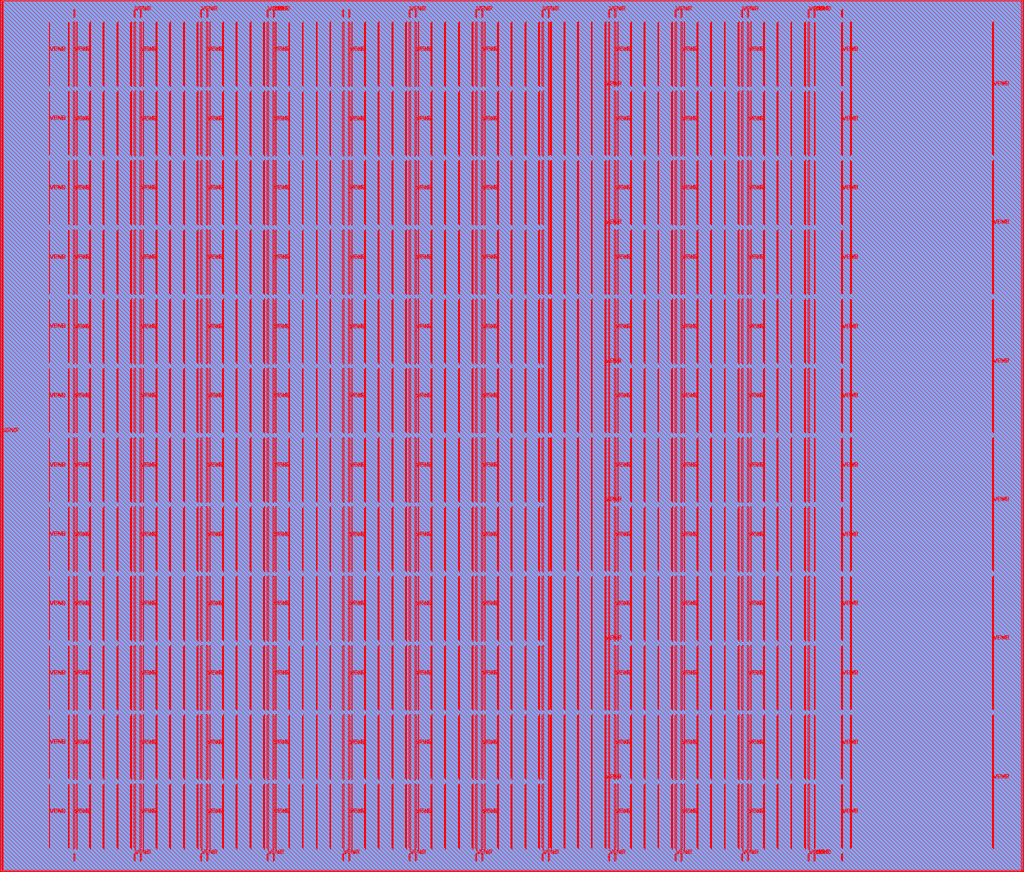
<source format=lef>
##
## LEF for PtnCells ;
## created by Innovus v15.20-p005_1 on Fri Jun 25 10:40:43 2021
##

VERSION 5.7 ;

BUSBITCHARS "[]" ;
DIVIDERCHAR "/" ;

MACRO eFPGA_top
  CLASS BLOCK ;
  SIZE 3390.2000 BY 2889.6600 ;
  FOREIGN eFPGA_top 0.0000 0.0000 ;
  ORIGIN 0 0 ;
  SYMMETRY X Y R90 ;
  PIN wb_clk_i
    DIRECTION INPUT ;
    USE SIGNAL ;
    ANTENNAPARTIALMETALAREA 19.5526 LAYER met3  ;
    ANTENNAPARTIALMETALSIDEAREA 106.624 LAYER met3  ;
    ANTENNAMODEL OXIDE1 ;
    ANTENNAGATEAREA 0.477 LAYER met3  ;
    ANTENNAMAXAREACAR 43.5964 LAYER met3  ;
    ANTENNAMAXSIDEAREACAR 230.203 LAYER met3  ;
    ANTENNAPARTIALCUTAREA 0.04 LAYER via3  ;
    ANTENNAMAXCUTCAR 0.6587 LAYER via3  ;
    ANTENNAPARTIALMETALAREA 128.609 LAYER met4  ;
    ANTENNAPARTIALMETALSIDEAREA 687.792 LAYER met4  ;
    ANTENNAGATEAREA 7.917 LAYER met4  ;
    ANTENNAMAXAREACAR 85.0801 LAYER met4  ;
    ANTENNAMAXSIDEAREACAR 423.349 LAYER met4  ;
    ANTENNAMAXCUTCAR 1.07799 LAYER via4  ;
    PORT
      LAYER met3 ;
        RECT 0.0000 2799.4100 0.8000 2799.7100 ;
    END
  END wb_clk_i
  PIN wbs_stb_i
    DIRECTION INPUT ;
    USE SIGNAL ;
    PORT
      LAYER met3 ;
        RECT 0.0000 2774.4000 0.8000 2774.7000 ;
    END
  END wbs_stb_i
  PIN wbs_cyc_i
    DIRECTION INPUT ;
    USE SIGNAL ;
    PORT
      LAYER met3 ;
        RECT 0.0000 2749.3900 0.8000 2749.6900 ;
    END
  END wbs_cyc_i
  PIN wbs_we_i
    DIRECTION INPUT ;
    USE SIGNAL ;
    PORT
      LAYER met3 ;
        RECT 0.0000 2723.7700 0.8000 2724.0700 ;
    END
  END wbs_we_i
  PIN wbs_dat_i[31]
    DIRECTION INPUT ;
    USE SIGNAL ;
    PORT
      LAYER met3 ;
        RECT 0.0000 2698.7600 0.8000 2699.0600 ;
    END
  END wbs_dat_i[31]
  PIN wbs_dat_i[30]
    DIRECTION INPUT ;
    USE SIGNAL ;
    PORT
      LAYER met3 ;
        RECT 0.0000 2673.7500 0.8000 2674.0500 ;
    END
  END wbs_dat_i[30]
  PIN wbs_dat_i[29]
    DIRECTION INPUT ;
    USE SIGNAL ;
    PORT
      LAYER met3 ;
        RECT 0.0000 2648.1300 0.8000 2648.4300 ;
    END
  END wbs_dat_i[29]
  PIN wbs_dat_i[28]
    DIRECTION INPUT ;
    USE SIGNAL ;
    PORT
      LAYER met3 ;
        RECT 0.0000 2623.1200 0.8000 2623.4200 ;
    END
  END wbs_dat_i[28]
  PIN wbs_dat_i[27]
    DIRECTION INPUT ;
    USE SIGNAL ;
    PORT
      LAYER met3 ;
        RECT 0.0000 2598.1100 0.8000 2598.4100 ;
    END
  END wbs_dat_i[27]
  PIN wbs_dat_i[26]
    DIRECTION INPUT ;
    USE SIGNAL ;
    PORT
      LAYER met3 ;
        RECT 0.0000 2572.4900 0.8000 2572.7900 ;
    END
  END wbs_dat_i[26]
  PIN wbs_dat_i[25]
    DIRECTION INPUT ;
    USE SIGNAL ;
    PORT
      LAYER met3 ;
        RECT 0.0000 2547.4800 0.8000 2547.7800 ;
    END
  END wbs_dat_i[25]
  PIN wbs_dat_i[24]
    DIRECTION INPUT ;
    USE SIGNAL ;
    PORT
      LAYER met3 ;
        RECT 0.0000 2522.4700 0.8000 2522.7700 ;
    END
  END wbs_dat_i[24]
  PIN wbs_dat_i[23]
    DIRECTION INPUT ;
    USE SIGNAL ;
    PORT
      LAYER met3 ;
        RECT 0.0000 2496.8500 0.8000 2497.1500 ;
    END
  END wbs_dat_i[23]
  PIN wbs_dat_i[22]
    DIRECTION INPUT ;
    USE SIGNAL ;
    PORT
      LAYER met3 ;
        RECT 0.0000 2471.8400 0.8000 2472.1400 ;
    END
  END wbs_dat_i[22]
  PIN wbs_dat_i[21]
    DIRECTION INPUT ;
    USE SIGNAL ;
    PORT
      LAYER met3 ;
        RECT 0.0000 2446.8300 0.8000 2447.1300 ;
    END
  END wbs_dat_i[21]
  PIN wbs_dat_i[20]
    DIRECTION INPUT ;
    USE SIGNAL ;
    PORT
      LAYER met3 ;
        RECT 0.0000 2421.2100 0.8000 2421.5100 ;
    END
  END wbs_dat_i[20]
  PIN wbs_dat_i[19]
    DIRECTION INPUT ;
    USE SIGNAL ;
    PORT
      LAYER met3 ;
        RECT 0.0000 2396.2000 0.8000 2396.5000 ;
    END
  END wbs_dat_i[19]
  PIN wbs_dat_i[18]
    DIRECTION INPUT ;
    USE SIGNAL ;
    PORT
      LAYER met3 ;
        RECT 0.0000 2370.5800 0.8000 2370.8800 ;
    END
  END wbs_dat_i[18]
  PIN wbs_dat_i[17]
    DIRECTION INPUT ;
    USE SIGNAL ;
    PORT
      LAYER met3 ;
        RECT 0.0000 2345.5700 0.8000 2345.8700 ;
    END
  END wbs_dat_i[17]
  PIN wbs_dat_i[16]
    DIRECTION INPUT ;
    USE SIGNAL ;
    PORT
      LAYER met3 ;
        RECT 0.0000 2320.5600 0.8000 2320.8600 ;
    END
  END wbs_dat_i[16]
  PIN wbs_dat_i[15]
    DIRECTION INPUT ;
    USE SIGNAL ;
    PORT
      LAYER met3 ;
        RECT 0.0000 2294.9400 0.8000 2295.2400 ;
    END
  END wbs_dat_i[15]
  PIN wbs_dat_i[14]
    DIRECTION INPUT ;
    USE SIGNAL ;
    PORT
      LAYER met3 ;
        RECT 0.0000 2269.9300 0.8000 2270.2300 ;
    END
  END wbs_dat_i[14]
  PIN wbs_dat_i[13]
    DIRECTION INPUT ;
    USE SIGNAL ;
    PORT
      LAYER met3 ;
        RECT 0.0000 2244.9200 0.8000 2245.2200 ;
    END
  END wbs_dat_i[13]
  PIN wbs_dat_i[12]
    DIRECTION INPUT ;
    USE SIGNAL ;
    PORT
      LAYER met3 ;
        RECT 0.0000 2219.3000 0.8000 2219.6000 ;
    END
  END wbs_dat_i[12]
  PIN wbs_dat_i[11]
    DIRECTION INPUT ;
    USE SIGNAL ;
    PORT
      LAYER met3 ;
        RECT 0.0000 2194.2900 0.8000 2194.5900 ;
    END
  END wbs_dat_i[11]
  PIN wbs_dat_i[10]
    DIRECTION INPUT ;
    USE SIGNAL ;
    PORT
      LAYER met3 ;
        RECT 0.0000 2169.2800 0.8000 2169.5800 ;
    END
  END wbs_dat_i[10]
  PIN wbs_dat_i[9]
    DIRECTION INPUT ;
    USE SIGNAL ;
    PORT
      LAYER met3 ;
        RECT 0.0000 2143.6600 0.8000 2143.9600 ;
    END
  END wbs_dat_i[9]
  PIN wbs_dat_i[8]
    DIRECTION INPUT ;
    USE SIGNAL ;
    PORT
      LAYER met3 ;
        RECT 0.0000 2118.6500 0.8000 2118.9500 ;
    END
  END wbs_dat_i[8]
  PIN wbs_dat_i[7]
    DIRECTION INPUT ;
    USE SIGNAL ;
    PORT
      LAYER met3 ;
        RECT 0.0000 2093.6400 0.8000 2093.9400 ;
    END
  END wbs_dat_i[7]
  PIN wbs_dat_i[6]
    DIRECTION INPUT ;
    USE SIGNAL ;
    PORT
      LAYER met3 ;
        RECT 0.0000 2068.0200 0.8000 2068.3200 ;
    END
  END wbs_dat_i[6]
  PIN wbs_dat_i[5]
    DIRECTION INPUT ;
    USE SIGNAL ;
    PORT
      LAYER met3 ;
        RECT 0.0000 2043.0100 0.8000 2043.3100 ;
    END
  END wbs_dat_i[5]
  PIN wbs_dat_i[4]
    DIRECTION INPUT ;
    USE SIGNAL ;
    PORT
      LAYER met3 ;
        RECT 0.0000 2017.3900 0.8000 2017.6900 ;
    END
  END wbs_dat_i[4]
  PIN wbs_dat_i[3]
    DIRECTION INPUT ;
    USE SIGNAL ;
    PORT
      LAYER met3 ;
        RECT 0.0000 1992.3800 0.8000 1992.6800 ;
    END
  END wbs_dat_i[3]
  PIN wbs_dat_i[2]
    DIRECTION INPUT ;
    USE SIGNAL ;
    PORT
      LAYER met3 ;
        RECT 0.0000 1967.3700 0.8000 1967.6700 ;
    END
  END wbs_dat_i[2]
  PIN wbs_dat_i[1]
    DIRECTION INPUT ;
    USE SIGNAL ;
    PORT
      LAYER met3 ;
        RECT 0.0000 1941.7500 0.8000 1942.0500 ;
    END
  END wbs_dat_i[1]
  PIN wbs_dat_i[0]
    DIRECTION INPUT ;
    USE SIGNAL ;
    PORT
      LAYER met3 ;
        RECT 0.0000 1916.7400 0.8000 1917.0400 ;
    END
  END wbs_dat_i[0]
  PIN wbs_adr_i[31]
    DIRECTION INPUT ;
    USE SIGNAL ;
    PORT
      LAYER met3 ;
        RECT 0.0000 1891.7300 0.8000 1892.0300 ;
    END
  END wbs_adr_i[31]
  PIN wbs_adr_i[30]
    DIRECTION INPUT ;
    USE SIGNAL ;
    PORT
      LAYER met3 ;
        RECT 0.0000 1866.1100 0.8000 1866.4100 ;
    END
  END wbs_adr_i[30]
  PIN wbs_adr_i[29]
    DIRECTION INPUT ;
    USE SIGNAL ;
    PORT
      LAYER met3 ;
        RECT 0.0000 1841.1000 0.8000 1841.4000 ;
    END
  END wbs_adr_i[29]
  PIN wbs_adr_i[28]
    DIRECTION INPUT ;
    USE SIGNAL ;
    PORT
      LAYER met3 ;
        RECT 0.0000 1816.0900 0.8000 1816.3900 ;
    END
  END wbs_adr_i[28]
  PIN wbs_adr_i[27]
    DIRECTION INPUT ;
    USE SIGNAL ;
    PORT
      LAYER met3 ;
        RECT 0.0000 1790.4700 0.8000 1790.7700 ;
    END
  END wbs_adr_i[27]
  PIN wbs_adr_i[26]
    DIRECTION INPUT ;
    USE SIGNAL ;
    PORT
      LAYER met3 ;
        RECT 0.0000 1765.4600 0.8000 1765.7600 ;
    END
  END wbs_adr_i[26]
  PIN wbs_adr_i[25]
    DIRECTION INPUT ;
    USE SIGNAL ;
    PORT
      LAYER met3 ;
        RECT 0.0000 1740.4500 0.8000 1740.7500 ;
    END
  END wbs_adr_i[25]
  PIN wbs_adr_i[24]
    DIRECTION INPUT ;
    USE SIGNAL ;
    PORT
      LAYER met3 ;
        RECT 0.0000 1714.8300 0.8000 1715.1300 ;
    END
  END wbs_adr_i[24]
  PIN wbs_adr_i[23]
    DIRECTION INPUT ;
    USE SIGNAL ;
    PORT
      LAYER met3 ;
        RECT 0.0000 1689.8200 0.8000 1690.1200 ;
    END
  END wbs_adr_i[23]
  PIN wbs_adr_i[22]
    DIRECTION INPUT ;
    USE SIGNAL ;
    PORT
      LAYER met3 ;
        RECT 0.0000 1664.8100 0.8000 1665.1100 ;
    END
  END wbs_adr_i[22]
  PIN wbs_adr_i[21]
    DIRECTION INPUT ;
    USE SIGNAL ;
    PORT
      LAYER met3 ;
        RECT 0.0000 1639.1900 0.8000 1639.4900 ;
    END
  END wbs_adr_i[21]
  PIN wbs_adr_i[20]
    DIRECTION INPUT ;
    USE SIGNAL ;
    PORT
      LAYER met3 ;
        RECT 0.0000 1614.1800 0.8000 1614.4800 ;
    END
  END wbs_adr_i[20]
  PIN wbs_adr_i[19]
    DIRECTION INPUT ;
    USE SIGNAL ;
    PORT
      LAYER met3 ;
        RECT 0.0000 1588.5600 0.8000 1588.8600 ;
    END
  END wbs_adr_i[19]
  PIN wbs_adr_i[18]
    DIRECTION INPUT ;
    USE SIGNAL ;
    PORT
      LAYER met3 ;
        RECT 0.0000 1563.5500 0.8000 1563.8500 ;
    END
  END wbs_adr_i[18]
  PIN wbs_adr_i[17]
    DIRECTION INPUT ;
    USE SIGNAL ;
    PORT
      LAYER met3 ;
        RECT 0.0000 1538.5400 0.8000 1538.8400 ;
    END
  END wbs_adr_i[17]
  PIN wbs_adr_i[16]
    DIRECTION INPUT ;
    USE SIGNAL ;
    PORT
      LAYER met3 ;
        RECT 0.0000 1512.9200 0.8000 1513.2200 ;
    END
  END wbs_adr_i[16]
  PIN wbs_adr_i[15]
    DIRECTION INPUT ;
    USE SIGNAL ;
    PORT
      LAYER met3 ;
        RECT 0.0000 1487.9100 0.8000 1488.2100 ;
    END
  END wbs_adr_i[15]
  PIN wbs_adr_i[14]
    DIRECTION INPUT ;
    USE SIGNAL ;
    PORT
      LAYER met3 ;
        RECT 0.0000 1462.9000 0.8000 1463.2000 ;
    END
  END wbs_adr_i[14]
  PIN wbs_adr_i[13]
    DIRECTION INPUT ;
    USE SIGNAL ;
    PORT
      LAYER met3 ;
        RECT 0.0000 1437.2800 0.8000 1437.5800 ;
    END
  END wbs_adr_i[13]
  PIN wbs_adr_i[12]
    DIRECTION INPUT ;
    USE SIGNAL ;
    PORT
      LAYER met3 ;
        RECT 0.0000 1412.2700 0.8000 1412.5700 ;
    END
  END wbs_adr_i[12]
  PIN wbs_adr_i[11]
    DIRECTION INPUT ;
    USE SIGNAL ;
    PORT
      LAYER met3 ;
        RECT 0.0000 1387.2600 0.8000 1387.5600 ;
    END
  END wbs_adr_i[11]
  PIN wbs_adr_i[10]
    DIRECTION INPUT ;
    USE SIGNAL ;
    PORT
      LAYER met3 ;
        RECT 0.0000 1361.6400 0.8000 1361.9400 ;
    END
  END wbs_adr_i[10]
  PIN wbs_adr_i[9]
    DIRECTION INPUT ;
    USE SIGNAL ;
    PORT
      LAYER met3 ;
        RECT 0.0000 1336.6300 0.8000 1336.9300 ;
    END
  END wbs_adr_i[9]
  PIN wbs_adr_i[8]
    DIRECTION INPUT ;
    USE SIGNAL ;
    PORT
      LAYER met3 ;
        RECT 0.0000 1311.6200 0.8000 1311.9200 ;
    END
  END wbs_adr_i[8]
  PIN wbs_adr_i[7]
    DIRECTION INPUT ;
    USE SIGNAL ;
    PORT
      LAYER met3 ;
        RECT 0.0000 1286.0000 0.8000 1286.3000 ;
    END
  END wbs_adr_i[7]
  PIN wbs_adr_i[6]
    DIRECTION INPUT ;
    USE SIGNAL ;
    PORT
      LAYER met3 ;
        RECT 0.0000 1260.9900 0.8000 1261.2900 ;
    END
  END wbs_adr_i[6]
  PIN wbs_adr_i[5]
    DIRECTION INPUT ;
    USE SIGNAL ;
    PORT
      LAYER met3 ;
        RECT 0.0000 1235.3700 0.8000 1235.6700 ;
    END
  END wbs_adr_i[5]
  PIN wbs_adr_i[4]
    DIRECTION INPUT ;
    USE SIGNAL ;
    PORT
      LAYER met3 ;
        RECT 0.0000 1210.3600 0.8000 1210.6600 ;
    END
  END wbs_adr_i[4]
  PIN wbs_adr_i[3]
    DIRECTION INPUT ;
    USE SIGNAL ;
    PORT
      LAYER met3 ;
        RECT 0.0000 1185.3500 0.8000 1185.6500 ;
    END
  END wbs_adr_i[3]
  PIN wbs_adr_i[2]
    DIRECTION INPUT ;
    USE SIGNAL ;
    PORT
      LAYER met3 ;
        RECT 0.0000 1159.7300 0.8000 1160.0300 ;
    END
  END wbs_adr_i[2]
  PIN wbs_adr_i[1]
    DIRECTION INPUT ;
    USE SIGNAL ;
    PORT
      LAYER met3 ;
        RECT 0.0000 1134.7200 0.8000 1135.0200 ;
    END
  END wbs_adr_i[1]
  PIN wbs_adr_i[0]
    DIRECTION INPUT ;
    USE SIGNAL ;
    PORT
      LAYER met3 ;
        RECT 0.0000 1109.7100 0.8000 1110.0100 ;
    END
  END wbs_adr_i[0]
  PIN wbs_dat_o[31]
    DIRECTION OUTPUT ;
    USE SIGNAL ;
    ANTENNAPARTIALMETALAREA 1.1689 LAYER met3  ;
    ANTENNAPARTIALMETALSIDEAREA 6.696 LAYER met3  ;
    ANTENNAPARTIALCUTAREA 0.04 LAYER via3  ;
    ANTENNADIFFAREA 1.782 LAYER met4  ;
    ANTENNAPARTIALMETALAREA 52.4568 LAYER met4  ;
    ANTENNAPARTIALMETALSIDEAREA 280.24 LAYER met4  ;
    PORT
      LAYER met3 ;
        RECT 0.0000 1084.0900 0.8000 1084.3900 ;
    END
  END wbs_dat_o[31]
  PIN wbs_dat_o[30]
    DIRECTION OUTPUT ;
    USE SIGNAL ;
    ANTENNAPARTIALMETALAREA 13.6504 LAYER met3  ;
    ANTENNAPARTIALMETALSIDEAREA 73.264 LAYER met3  ;
    ANTENNAPARTIALCUTAREA 0.04 LAYER via3  ;
    ANTENNADIFFAREA 1.782 LAYER met4  ;
    ANTENNAPARTIALMETALAREA 47.5158 LAYER met4  ;
    ANTENNAPARTIALMETALSIDEAREA 253.888 LAYER met4  ;
    PORT
      LAYER met3 ;
        RECT 0.0000 1059.0800 0.8000 1059.3800 ;
    END
  END wbs_dat_o[30]
  PIN wbs_dat_o[29]
    DIRECTION OUTPUT ;
    USE SIGNAL ;
    ANTENNAPARTIALMETALAREA 8.5684 LAYER met3  ;
    ANTENNAPARTIALMETALSIDEAREA 46.16 LAYER met3  ;
    ANTENNAPARTIALCUTAREA 0.04 LAYER via3  ;
    ANTENNADIFFAREA 1.782 LAYER met4  ;
    ANTENNAPARTIALMETALAREA 55.2018 LAYER met4  ;
    ANTENNAPARTIALMETALSIDEAREA 294.88 LAYER met4  ;
    PORT
      LAYER met3 ;
        RECT 0.0000 1034.0700 0.8000 1034.3700 ;
    END
  END wbs_dat_o[29]
  PIN wbs_dat_o[28]
    DIRECTION OUTPUT ;
    USE SIGNAL ;
    ANTENNAPARTIALMETALAREA 24.6973 LAYER met3  ;
    ANTENNAPARTIALMETALSIDEAREA 132.184 LAYER met3  ;
    ANTENNAPARTIALCUTAREA 0.04 LAYER via3  ;
    ANTENNADIFFAREA 1.782 LAYER met4  ;
    ANTENNAPARTIALMETALAREA 53.9208 LAYER met4  ;
    ANTENNAPARTIALMETALSIDEAREA 288.048 LAYER met4  ;
    PORT
      LAYER met3 ;
        RECT 0.0000 1008.4500 0.8000 1008.7500 ;
    END
  END wbs_dat_o[28]
  PIN wbs_dat_o[27]
    DIRECTION OUTPUT ;
    USE SIGNAL ;
    ANTENNADIFFAREA 1.782 LAYER met3  ;
    ANTENNAPARTIALMETALAREA 46.4844 LAYER met3  ;
    ANTENNAPARTIALMETALSIDEAREA 247.912 LAYER met3  ;
    PORT
      LAYER met3 ;
        RECT 0.0000 983.4400 0.8000 983.7400 ;
    END
  END wbs_dat_o[27]
  PIN wbs_dat_o[26]
    DIRECTION OUTPUT ;
    USE SIGNAL ;
    ANTENNAPARTIALMETALAREA 26.9734 LAYER met3  ;
    ANTENNAPARTIALMETALSIDEAREA 144.32 LAYER met3  ;
    ANTENNAPARTIALCUTAREA 0.04 LAYER via3  ;
    ANTENNADIFFAREA 1.782 LAYER met4  ;
    ANTENNAPARTIALMETALAREA 37.6338 LAYER met4  ;
    ANTENNAPARTIALMETALSIDEAREA 201.184 LAYER met4  ;
    PORT
      LAYER met3 ;
        RECT 0.0000 958.4300 0.8000 958.7300 ;
    END
  END wbs_dat_o[26]
  PIN wbs_dat_o[25]
    DIRECTION OUTPUT ;
    USE SIGNAL ;
    ANTENNADIFFAREA 1.782 LAYER met3  ;
    ANTENNAPARTIALMETALAREA 46.1184 LAYER met3  ;
    ANTENNAPARTIALMETALSIDEAREA 245.96 LAYER met3  ;
    PORT
      LAYER met3 ;
        RECT 0.0000 932.8100 0.8000 933.1100 ;
    END
  END wbs_dat_o[25]
  PIN wbs_dat_o[24]
    DIRECTION OUTPUT ;
    USE SIGNAL ;
    ANTENNAPARTIALMETALAREA 26.0014 LAYER met3  ;
    ANTENNAPARTIALMETALSIDEAREA 139.136 LAYER met3  ;
    ANTENNAPARTIALCUTAREA 0.04 LAYER via3  ;
    ANTENNADIFFAREA 1.782 LAYER met4  ;
    ANTENNAPARTIALMETALAREA 34.8888 LAYER met4  ;
    ANTENNAPARTIALMETALSIDEAREA 186.544 LAYER met4  ;
    PORT
      LAYER met3 ;
        RECT 0.0000 907.8000 0.8000 908.1000 ;
    END
  END wbs_dat_o[24]
  PIN wbs_dat_o[23]
    DIRECTION OUTPUT ;
    USE SIGNAL ;
    ANTENNAPARTIALMETALAREA 0.2386 LAYER met3  ;
    ANTENNAPARTIALMETALSIDEAREA 1.264 LAYER met3  ;
    ANTENNAPARTIALCUTAREA 0.04 LAYER via3  ;
    ANTENNADIFFAREA 1.782 LAYER met4  ;
    ANTENNAPARTIALMETALAREA 99.3288 LAYER met4  ;
    ANTENNAPARTIALMETALSIDEAREA 530.224 LAYER met4  ;
    PORT
      LAYER met3 ;
        RECT 0.0000 882.7900 0.8000 883.0900 ;
    END
  END wbs_dat_o[23]
  PIN wbs_dat_o[22]
    DIRECTION OUTPUT ;
    USE SIGNAL ;
    ANTENNAPARTIALMETALAREA 9.0514 LAYER met3  ;
    ANTENNAPARTIALMETALSIDEAREA 48.736 LAYER met3  ;
    ANTENNAPARTIALCUTAREA 0.04 LAYER via3  ;
    ANTENNADIFFAREA 1.782 LAYER met4  ;
    ANTENNAPARTIALMETALAREA 47.5158 LAYER met4  ;
    ANTENNAPARTIALMETALSIDEAREA 253.888 LAYER met4  ;
    PORT
      LAYER met3 ;
        RECT 0.0000 857.1700 0.8000 857.4700 ;
    END
  END wbs_dat_o[22]
  PIN wbs_dat_o[21]
    DIRECTION OUTPUT ;
    USE SIGNAL ;
    ANTENNADIFFAREA 1.782 LAYER met3  ;
    ANTENNAPARTIALMETALAREA 7.7544 LAYER met3  ;
    ANTENNAPARTIALMETALSIDEAREA 41.352 LAYER met3  ;
    PORT
      LAYER met3 ;
        RECT 0.0000 832.1600 0.8000 832.4600 ;
    END
  END wbs_dat_o[21]
  PIN wbs_dat_o[20]
    DIRECTION OUTPUT ;
    USE SIGNAL ;
    ANTENNADIFFAREA 1.782 LAYER met3  ;
    ANTENNAPARTIALMETALAREA 47.5062 LAYER met3  ;
    ANTENNAPARTIALMETALSIDEAREA 253.832 LAYER met3  ;
    PORT
      LAYER met3 ;
        RECT 0.0000 806.5400 0.8000 806.8400 ;
    END
  END wbs_dat_o[20]
  PIN wbs_dat_o[19]
    DIRECTION OUTPUT ;
    USE SIGNAL ;
    ANTENNADIFFAREA 1.782 LAYER met3  ;
    ANTENNAPARTIALMETALAREA 8.5794 LAYER met3  ;
    ANTENNAPARTIALMETALSIDEAREA 45.752 LAYER met3  ;
    PORT
      LAYER met3 ;
        RECT 0.0000 781.5300 0.8000 781.8300 ;
    END
  END wbs_dat_o[19]
  PIN wbs_dat_o[18]
    DIRECTION OUTPUT ;
    USE SIGNAL ;
    ANTENNAPARTIALMETALAREA 19.8154 LAYER met3  ;
    ANTENNAPARTIALMETALSIDEAREA 106.144 LAYER met3  ;
    ANTENNAPARTIALCUTAREA 0.04 LAYER via3  ;
    ANTENNADIFFAREA 1.782 LAYER met4  ;
    ANTENNAPARTIALMETALAREA 47.5158 LAYER met4  ;
    ANTENNAPARTIALMETALSIDEAREA 253.888 LAYER met4  ;
    PORT
      LAYER met3 ;
        RECT 0.0000 756.5200 0.8000 756.8200 ;
    END
  END wbs_dat_o[18]
  PIN wbs_dat_o[17]
    DIRECTION OUTPUT ;
    USE SIGNAL ;
    ANTENNADIFFAREA 1.782 LAYER met3  ;
    ANTENNAPARTIALMETALAREA 46.7874 LAYER met3  ;
    ANTENNAPARTIALMETALSIDEAREA 249.528 LAYER met3  ;
    PORT
      LAYER met3 ;
        RECT 0.0000 730.9000 0.8000 731.2000 ;
    END
  END wbs_dat_o[17]
  PIN wbs_dat_o[16]
    DIRECTION OUTPUT ;
    USE SIGNAL ;
    ANTENNADIFFAREA 1.782 LAYER met3  ;
    ANTENNAPARTIALMETALAREA 7.4304 LAYER met3  ;
    ANTENNAPARTIALMETALSIDEAREA 39.624 LAYER met3  ;
    PORT
      LAYER met3 ;
        RECT 0.0000 705.8900 0.8000 706.1900 ;
    END
  END wbs_dat_o[16]
  PIN wbs_dat_o[15]
    DIRECTION OUTPUT ;
    USE SIGNAL ;
    ANTENNADIFFAREA 1.782 LAYER met3  ;
    ANTENNAPARTIALMETALAREA 0.0099 LAYER met3  ;
    ANTENNAPARTIALMETALSIDEAREA 0.048 LAYER met3  ;
    PORT
      LAYER met3 ;
        RECT 0.0000 680.8800 0.8000 681.1800 ;
    END
  END wbs_dat_o[15]
  PIN wbs_dat_o[14]
    DIRECTION OUTPUT ;
    USE SIGNAL ;
    ANTENNADIFFAREA 1.782 LAYER met3  ;
    ANTENNAPARTIALMETALAREA 2.7864 LAYER met3  ;
    ANTENNAPARTIALMETALSIDEAREA 14.856 LAYER met3  ;
    PORT
      LAYER met3 ;
        RECT 0.0000 655.2600 0.8000 655.5600 ;
    END
  END wbs_dat_o[14]
  PIN wbs_dat_o[13]
    DIRECTION OUTPUT ;
    USE SIGNAL ;
    ANTENNAPARTIALMETALAREA 14.5474 LAYER met3  ;
    ANTENNAPARTIALMETALSIDEAREA 78.048 LAYER met3  ;
    ANTENNAPARTIALCUTAREA 0.04 LAYER via3  ;
    ANTENNADIFFAREA 1.782 LAYER met4  ;
    ANTENNAPARTIALMETALAREA 45.8688 LAYER met4  ;
    ANTENNAPARTIALMETALSIDEAREA 245.104 LAYER met4  ;
    PORT
      LAYER met3 ;
        RECT 0.0000 630.2500 0.8000 630.5500 ;
    END
  END wbs_dat_o[13]
  PIN wbs_dat_o[12]
    DIRECTION OUTPUT ;
    USE SIGNAL ;
    ANTENNADIFFAREA 1.782 LAYER met3  ;
    ANTENNAPARTIALMETALAREA 7.2294 LAYER met3  ;
    ANTENNAPARTIALMETALSIDEAREA 38.552 LAYER met3  ;
    PORT
      LAYER met3 ;
        RECT 0.0000 605.2400 0.8000 605.5400 ;
    END
  END wbs_dat_o[12]
  PIN wbs_dat_o[11]
    DIRECTION OUTPUT ;
    USE SIGNAL ;
    ANTENNAPARTIALMETALAREA 13.6054 LAYER met3  ;
    ANTENNAPARTIALMETALSIDEAREA 73.024 LAYER met3  ;
    ANTENNAPARTIALCUTAREA 0.04 LAYER via3  ;
    ANTENNADIFFAREA 1.782 LAYER met4  ;
    ANTENNAPARTIALMETALAREA 32.5098 LAYER met4  ;
    ANTENNAPARTIALMETALSIDEAREA 173.856 LAYER met4  ;
    PORT
      LAYER met3 ;
        RECT 0.0000 579.6200 0.8000 579.9200 ;
    END
  END wbs_dat_o[11]
  PIN wbs_dat_o[10]
    DIRECTION OUTPUT ;
    USE SIGNAL ;
    ANTENNADIFFAREA 1.782 LAYER met3  ;
    ANTENNAPARTIALMETALAREA 24.5904 LAYER met3  ;
    ANTENNAPARTIALMETALSIDEAREA 131.144 LAYER met3  ;
    PORT
      LAYER met3 ;
        RECT 0.0000 554.6100 0.8000 554.9100 ;
    END
  END wbs_dat_o[10]
  PIN wbs_dat_o[9]
    DIRECTION OUTPUT ;
    USE SIGNAL ;
    ANTENNAPARTIALMETALAREA 21.3844 LAYER met3  ;
    ANTENNAPARTIALMETALSIDEAREA 114.512 LAYER met3  ;
    ANTENNAPARTIALCUTAREA 0.04 LAYER via3  ;
    ANTENNADIFFAREA 1.782 LAYER met4  ;
    ANTENNAPARTIALMETALAREA 44.8188 LAYER met4  ;
    ANTENNAPARTIALMETALSIDEAREA 239.504 LAYER met4  ;
    PORT
      LAYER met3 ;
        RECT 0.0000 529.6000 0.8000 529.9000 ;
    END
  END wbs_dat_o[9]
  PIN wbs_dat_o[8]
    DIRECTION OUTPUT ;
    USE SIGNAL ;
    ANTENNADIFFAREA 1.782 LAYER met3  ;
    ANTENNAPARTIALMETALAREA 46.3464 LAYER met3  ;
    ANTENNAPARTIALMETALSIDEAREA 247.176 LAYER met3  ;
    PORT
      LAYER met3 ;
        RECT 0.0000 503.9800 0.8000 504.2800 ;
    END
  END wbs_dat_o[8]
  PIN wbs_dat_o[7]
    DIRECTION OUTPUT ;
    USE SIGNAL ;
    ANTENNAPARTIALMETALAREA 19.1953 LAYER met3  ;
    ANTENNAPARTIALMETALSIDEAREA 102.84 LAYER met3  ;
    ANTENNAPARTIALCUTAREA 0.04 LAYER via3  ;
    ANTENNADIFFAREA 1.782 LAYER met4  ;
    ANTENNAPARTIALMETALAREA 53.1888 LAYER met4  ;
    ANTENNAPARTIALMETALSIDEAREA 284.144 LAYER met4  ;
    PORT
      LAYER met3 ;
        RECT 0.0000 478.9700 0.8000 479.2700 ;
    END
  END wbs_dat_o[7]
  PIN wbs_dat_o[6]
    DIRECTION OUTPUT ;
    USE SIGNAL ;
    ANTENNADIFFAREA 1.782 LAYER met3  ;
    ANTENNAPARTIALMETALAREA 3.3654 LAYER met3  ;
    ANTENNAPARTIALMETALSIDEAREA 17.944 LAYER met3  ;
    PORT
      LAYER met3 ;
        RECT 0.0000 453.3500 0.8000 453.6500 ;
    END
  END wbs_dat_o[6]
  PIN wbs_dat_o[5]
    DIRECTION OUTPUT ;
    USE SIGNAL ;
    ANTENNADIFFAREA 1.782 LAYER met3  ;
    ANTENNAPARTIALMETALAREA 13.3644 LAYER met3  ;
    ANTENNAPARTIALMETALSIDEAREA 71.272 LAYER met3  ;
    PORT
      LAYER met3 ;
        RECT 0.0000 428.3400 0.8000 428.6400 ;
    END
  END wbs_dat_o[5]
  PIN wbs_dat_o[4]
    DIRECTION OUTPUT ;
    USE SIGNAL ;
    ANTENNADIFFAREA 1.782 LAYER met3  ;
    ANTENNAPARTIALMETALAREA 70.6152 LAYER met3  ;
    ANTENNAPARTIALMETALSIDEAREA 377.08 LAYER met3  ;
    PORT
      LAYER met3 ;
        RECT 0.0000 403.3300 0.8000 403.6300 ;
    END
  END wbs_dat_o[4]
  PIN wbs_dat_o[3]
    DIRECTION OUTPUT ;
    USE SIGNAL ;
    ANTENNADIFFAREA 1.782 LAYER met3  ;
    ANTENNAPARTIALMETALAREA 75.792 LAYER met3  ;
    ANTENNAPARTIALMETALSIDEAREA 405.16 LAYER met3  ;
    PORT
      LAYER met3 ;
        RECT 0.0000 377.7100 0.8000 378.0100 ;
    END
  END wbs_dat_o[3]
  PIN wbs_dat_o[2]
    DIRECTION OUTPUT ;
    USE SIGNAL ;
    ANTENNADIFFAREA 1.782 LAYER met3  ;
    ANTENNAPARTIALMETALAREA 31.2594 LAYER met3  ;
    ANTENNAPARTIALMETALSIDEAREA 166.712 LAYER met3  ;
    PORT
      LAYER met3 ;
        RECT 0.0000 352.7000 0.8000 353.0000 ;
    END
  END wbs_dat_o[2]
  PIN wbs_dat_o[1]
    DIRECTION OUTPUT ;
    USE SIGNAL ;
    ANTENNADIFFAREA 1.782 LAYER met3  ;
    ANTENNAPARTIALMETALAREA 31.8672 LAYER met3  ;
    ANTENNAPARTIALMETALSIDEAREA 170.424 LAYER met3  ;
    PORT
      LAYER met3 ;
        RECT 0.0000 327.6900 0.8000 327.9900 ;
    END
  END wbs_dat_o[1]
  PIN wbs_dat_o[0]
    DIRECTION OUTPUT ;
    USE SIGNAL ;
    ANTENNADIFFAREA 1.782 LAYER met3  ;
    ANTENNAPARTIALMETALAREA 137.468 LAYER met3  ;
    ANTENNAPARTIALMETALSIDEAREA 733.16 LAYER met3  ;
    PORT
      LAYER met3 ;
        RECT 0.0000 302.0700 0.8000 302.3700 ;
    END
  END wbs_dat_o[0]
  PIN la_data_out[6]
    DIRECTION OUTPUT ;
    USE SIGNAL ;
    ANTENNADIFFAREA 1.782 LAYER met3  ;
    ANTENNAPARTIALMETALAREA 18.5184 LAYER met3  ;
    ANTENNAPARTIALMETALSIDEAREA 98.76 LAYER met3  ;
    PORT
      LAYER met3 ;
        RECT 0.0000 277.0600 0.8000 277.3600 ;
    END
  END la_data_out[6]
  PIN la_data_out[5]
    DIRECTION OUTPUT ;
    USE SIGNAL ;
    ANTENNADIFFAREA 1.782 LAYER met3  ;
    ANTENNAPARTIALMETALAREA 10.6152 LAYER met3  ;
    ANTENNAPARTIALMETALSIDEAREA 57.08 LAYER met3  ;
    PORT
      LAYER met3 ;
        RECT 0.0000 252.0500 0.8000 252.3500 ;
    END
  END la_data_out[5]
  PIN la_data_out[4]
    DIRECTION OUTPUT ;
    USE SIGNAL ;
    ANTENNADIFFAREA 1.782 LAYER met3  ;
    ANTENNAPARTIALMETALAREA 11.4132 LAYER met3  ;
    ANTENNAPARTIALMETALSIDEAREA 61.336 LAYER met3  ;
    ANTENNAMODEL OXIDE1 ;
    ANTENNAGATEAREA 0.252 LAYER met3  ;
    ANTENNAMAXAREACAR 116.196 LAYER met3  ;
    ANTENNAMAXSIDEAREACAR 581.375 LAYER met3  ;
    ANTENNAMAXCUTCAR 0.610714 LAYER via3  ;
    PORT
      LAYER met3 ;
        RECT 0.0000 226.4300 0.8000 226.7300 ;
    END
  END la_data_out[4]
  PIN la_data_out[3]
    DIRECTION OUTPUT ;
    USE SIGNAL ;
    ANTENNADIFFAREA 1.782 LAYER met3  ;
    ANTENNAPARTIALMETALAREA 24.9792 LAYER met3  ;
    ANTENNAPARTIALMETALSIDEAREA 133.688 LAYER met3  ;
    ANTENNAMODEL OXIDE1 ;
    ANTENNAGATEAREA 8.064 LAYER met3  ;
    ANTENNAMAXAREACAR 54.3183 LAYER met3  ;
    ANTENNAMAXSIDEAREACAR 259.074 LAYER met3  ;
    ANTENNAMAXCUTCAR 0.303175 LAYER via3  ;
    PORT
      LAYER met3 ;
        RECT 0.0000 201.4200 0.8000 201.7200 ;
    END
  END la_data_out[3]
  PIN la_data_out[2]
    DIRECTION OUTPUT ;
    USE SIGNAL ;
    ANTENNADIFFAREA 1.782 LAYER met3  ;
    ANTENNAPARTIALMETALAREA 3.8904 LAYER met3  ;
    ANTENNAPARTIALMETALSIDEAREA 20.744 LAYER met3  ;
    PORT
      LAYER met3 ;
        RECT 0.0000 176.4100 0.8000 176.7100 ;
    END
  END la_data_out[2]
  PIN la_data_out[1]
    DIRECTION OUTPUT ;
    USE SIGNAL ;
    ANTENNAPARTIALMETALAREA 7.6732 LAYER met3  ;
    ANTENNAPARTIALMETALSIDEAREA 41.856 LAYER met3  ;
    ANTENNAMODEL OXIDE1 ;
    ANTENNAGATEAREA 0.126 LAYER met3  ;
    ANTENNAMAXAREACAR 64.9008 LAYER met3  ;
    ANTENNAMAXSIDEAREACAR 342.115 LAYER met3  ;
    ANTENNAPARTIALCUTAREA 0.04 LAYER via3  ;
    ANTENNAMAXCUTCAR 1.04286 LAYER via3  ;
    ANTENNAPARTIALMETALAREA 0.6516 LAYER met4  ;
    ANTENNAPARTIALMETALSIDEAREA 4.416 LAYER met4  ;
    ANTENNAGATEAREA 0.126 LAYER met4  ;
    ANTENNAMAXAREACAR 70.0722 LAYER met4  ;
    ANTENNAMAXSIDEAREACAR 377.163 LAYER met4  ;
    ANTENNAMAXCUTCAR 1.04286 LAYER via4  ;
    PORT
      LAYER met3 ;
        RECT 0.0000 150.7900 0.8000 151.0900 ;
    END
  END la_data_out[1]
  PIN la_data_out[0]
    DIRECTION OUTPUT ;
    USE SIGNAL ;
    ANTENNADIFFAREA 1.782 LAYER met3  ;
    ANTENNAPARTIALMETALAREA 10.0812 LAYER met3  ;
    ANTENNAPARTIALMETALSIDEAREA 54.232 LAYER met3  ;
    PORT
      LAYER met3 ;
        RECT 0.0000 125.7800 0.8000 126.0800 ;
    END
  END la_data_out[0]
  PIN io_in[30]
    DIRECTION INPUT ;
    USE SIGNAL ;
    ANTENNAPARTIALMETALAREA 28.1342 LAYER met2  ;
    ANTENNAPARTIALMETALSIDEAREA 140.392 LAYER met2  ;
    ANTENNAPARTIALCUTAREA 0.04 LAYER via2  ;
    ANTENNAPARTIALMETALAREA 4.954 LAYER met3  ;
    ANTENNAPARTIALMETALSIDEAREA 26.888 LAYER met3  ;
    ANTENNAPARTIALCUTAREA 0.04 LAYER via3  ;
    ANTENNADIFFAREA 0.954 LAYER met4  ;
    ANTENNAPARTIALMETALAREA 8.8485 LAYER met4  ;
    ANTENNAPARTIALMETALSIDEAREA 48.128 LAYER met4  ;
    ANTENNAMODEL OXIDE1 ;
    ANTENNAGATEAREA 0.618 LAYER met4  ;
    ANTENNAMAXAREACAR 14.318 LAYER met4  ;
    ANTENNAMAXSIDEAREACAR 77.877 LAYER met4  ;
    PORT
      LAYER met2 ;
        RECT 99.9800 2889.1750 100.1200 2889.6600 ;
    END
  END io_in[30]
  PIN io_in[29]
    DIRECTION INPUT ;
    USE SIGNAL ;
    ANTENNAPARTIALMETALAREA 13.014 LAYER met2  ;
    ANTENNAPARTIALMETALSIDEAREA 64.673 LAYER met2  ;
    ANTENNAPARTIALCUTAREA 0.04 LAYER via2  ;
    ANTENNADIFFAREA 0.5724 LAYER met3  ;
    ANTENNAPARTIALMETALAREA 18.4474 LAYER met3  ;
    ANTENNAPARTIALMETALSIDEAREA 99.792 LAYER met3  ;
    ANTENNAMODEL OXIDE1 ;
    ANTENNAGATEAREA 0.618 LAYER met3  ;
    ANTENNAMAXAREACAR 29.8502 LAYER met3  ;
    ANTENNAMAXSIDEAREACAR 161.476 LAYER met3  ;
    ANTENNAPARTIALCUTAREA 0.04 LAYER via3  ;
    ANTENNAMAXCUTCAR 0.0647249 LAYER via3  ;
    ANTENNADIFFAREA 0.954 LAYER met4  ;
    ANTENNAPARTIALMETALAREA 1.5828 LAYER met4  ;
    ANTENNAPARTIALMETALSIDEAREA 8.912 LAYER met4  ;
    ANTENNAGATEAREA 0.618 LAYER met4  ;
    ANTENNAMAXAREACAR 32.4113 LAYER met4  ;
    ANTENNAMAXSIDEAREACAR 175.896 LAYER met4  ;
    ANTENNAMAXCUTCAR 0.0647249 LAYER via4  ;
    PORT
      LAYER met2 ;
        RECT 580.2200 2889.1750 580.3600 2889.6600 ;
    END
  END io_in[29]
  PIN io_in[28]
    DIRECTION INPUT ;
    USE SIGNAL ;
    ANTENNAPARTIALMETALAREA 0.1554 LAYER met2  ;
    ANTENNAPARTIALMETALSIDEAREA 0.616 LAYER met2  ;
    ANTENNAPARTIALCUTAREA 0.04 LAYER via2  ;
    ANTENNAPARTIALMETALAREA 253.794 LAYER met3  ;
    ANTENNAPARTIALMETALSIDEAREA 1354.5 LAYER met3  ;
    ANTENNAPARTIALCUTAREA 0.04 LAYER via3  ;
    ANTENNADIFFAREA 0.954 LAYER met4  ;
    ANTENNAPARTIALMETALAREA 8.8485 LAYER met4  ;
    ANTENNAPARTIALMETALSIDEAREA 48.128 LAYER met4  ;
    ANTENNAMODEL OXIDE1 ;
    ANTENNAGATEAREA 0.618 LAYER met4  ;
    ANTENNAMAXAREACAR 14.318 LAYER met4  ;
    ANTENNAMAXSIDEAREACAR 77.877 LAYER met4  ;
    PORT
      LAYER met2 ;
        RECT 1060.0000 2889.1750 1060.1400 2889.6600 ;
    END
  END io_in[28]
  PIN io_in[27]
    DIRECTION INPUT ;
    USE SIGNAL ;
    ANTENNAPARTIALMETALAREA 16.4032 LAYER met2  ;
    ANTENNAPARTIALMETALSIDEAREA 81.501 LAYER met2  ;
    ANTENNAPARTIALCUTAREA 0.04 LAYER via2  ;
    ANTENNADIFFAREA 0.5724 LAYER met3  ;
    ANTENNAPARTIALMETALAREA 18.4474 LAYER met3  ;
    ANTENNAPARTIALMETALSIDEAREA 99.792 LAYER met3  ;
    ANTENNAMODEL OXIDE1 ;
    ANTENNAGATEAREA 0.618 LAYER met3  ;
    ANTENNAMAXAREACAR 29.8502 LAYER met3  ;
    ANTENNAMAXSIDEAREACAR 161.476 LAYER met3  ;
    ANTENNAPARTIALCUTAREA 0.04 LAYER via3  ;
    ANTENNAMAXCUTCAR 0.0647249 LAYER via3  ;
    ANTENNADIFFAREA 0.954 LAYER met4  ;
    ANTENNAPARTIALMETALAREA 1.5828 LAYER met4  ;
    ANTENNAPARTIALMETALSIDEAREA 8.912 LAYER met4  ;
    ANTENNAGATEAREA 0.618 LAYER met4  ;
    ANTENNAMAXAREACAR 32.4113 LAYER met4  ;
    ANTENNAMAXSIDEAREACAR 175.896 LAYER met4  ;
    ANTENNAMAXCUTCAR 0.0647249 LAYER via4  ;
    PORT
      LAYER met2 ;
        RECT 1540.2400 2889.1750 1540.3800 2889.6600 ;
    END
  END io_in[27]
  PIN io_in[26]
    DIRECTION INPUT ;
    USE SIGNAL ;
    ANTENNAPARTIALMETALAREA 4.7626 LAYER met2  ;
    ANTENNAPARTIALMETALSIDEAREA 23.534 LAYER met2  ;
    ANTENNAPARTIALCUTAREA 0.04 LAYER via2  ;
    ANTENNAPARTIALMETALAREA 4.954 LAYER met3  ;
    ANTENNAPARTIALMETALSIDEAREA 26.888 LAYER met3  ;
    ANTENNAPARTIALCUTAREA 0.04 LAYER via3  ;
    ANTENNADIFFAREA 0.954 LAYER met4  ;
    ANTENNAPARTIALMETALAREA 8.8485 LAYER met4  ;
    ANTENNAPARTIALMETALSIDEAREA 48.128 LAYER met4  ;
    ANTENNAMODEL OXIDE1 ;
    ANTENNAGATEAREA 0.618 LAYER met4  ;
    ANTENNAMAXAREACAR 14.318 LAYER met4  ;
    ANTENNAMAXSIDEAREACAR 77.877 LAYER met4  ;
    PORT
      LAYER met2 ;
        RECT 2020.0200 2889.1750 2020.1600 2889.6600 ;
    END
  END io_in[26]
  PIN io_in[25]
    DIRECTION INPUT ;
    USE SIGNAL ;
    ANTENNAPARTIALMETALAREA 73.4452 LAYER met2  ;
    ANTENNAPARTIALMETALSIDEAREA 366.947 LAYER met2  ;
    ANTENNAPARTIALCUTAREA 0.04 LAYER via2  ;
    ANTENNADIFFAREA 0.5724 LAYER met3  ;
    ANTENNAPARTIALMETALAREA 107.438 LAYER met3  ;
    ANTENNAPARTIALMETALSIDEAREA 574.88 LAYER met3  ;
    ANTENNAMODEL OXIDE1 ;
    ANTENNAGATEAREA 0.618 LAYER met3  ;
    ANTENNAMAXAREACAR 190.033 LAYER met3  ;
    ANTENNAMAXSIDEAREACAR 1001.21 LAYER met3  ;
    ANTENNAPARTIALCUTAREA 0.04 LAYER via3  ;
    ANTENNAMAXCUTCAR 0.666836 LAYER via3  ;
    ANTENNADIFFAREA 0.954 LAYER met4  ;
    ANTENNAPARTIALMETALAREA 1.5828 LAYER met4  ;
    ANTENNAPARTIALMETALSIDEAREA 8.912 LAYER met4  ;
    ANTENNAGATEAREA 0.618 LAYER met4  ;
    ANTENNAMAXAREACAR 192.595 LAYER met4  ;
    ANTENNAMAXSIDEAREACAR 1015.63 LAYER met4  ;
    ANTENNAMAXCUTCAR 0.666836 LAYER via4  ;
    PORT
      LAYER met2 ;
        RECT 2499.8000 2889.1750 2499.9400 2889.6600 ;
    END
  END io_in[25]
  PIN io_in[24]
    DIRECTION INPUT ;
    USE SIGNAL ;
    ANTENNAPARTIALMETALAREA 105.24 LAYER met2  ;
    ANTENNAPARTIALMETALSIDEAREA 525.819 LAYER met2  ;
    ANTENNAPARTIALCUTAREA 0.04 LAYER via2  ;
    ANTENNAPARTIALMETALAREA 0.745 LAYER met3  ;
    ANTENNAPARTIALMETALSIDEAREA 4.44 LAYER met3  ;
    ANTENNAPARTIALCUTAREA 0.04 LAYER via3  ;
    ANTENNAPARTIALMETALAREA 0.3258 LAYER met4  ;
    ANTENNAPARTIALMETALSIDEAREA 2.208 LAYER met4  ;
    ANTENNAMODEL OXIDE1 ;
    ANTENNAGATEAREA 0.126 LAYER met4  ;
    ANTENNAMAXAREACAR 8.75794 LAYER met4  ;
    ANTENNAMAXSIDEAREACAR 40.8532 LAYER met4  ;
    ANTENNAMAXCUTCAR 1.04286 LAYER via4  ;
    PORT
      LAYER met2 ;
        RECT 2980.0400 2889.1750 2980.1800 2889.6600 ;
    END
  END io_in[24]
  PIN io_in[23]
    DIRECTION INPUT ;
    USE SIGNAL ;
    ANTENNAPARTIALMETALAREA 6.474 LAYER met3  ;
    ANTENNAPARTIALMETALSIDEAREA 35.464 LAYER met3  ;
    ANTENNAMODEL OXIDE1 ;
    ANTENNAGATEAREA 0.126 LAYER met3  ;
    ANTENNAMAXAREACAR 55.402 LAYER met3  ;
    ANTENNAMAXSIDEAREACAR 290.579 LAYER met3  ;
    ANTENNAMAXCUTCAR 0.725397 LAYER via3  ;
    PORT
      LAYER met3 ;
        RECT 3389.4000 2592.0100 3390.2000 2592.3100 ;
    END
  END io_in[23]
  PIN io_in[22]
    DIRECTION INPUT ;
    USE SIGNAL ;
    ANTENNAPARTIALMETALAREA 7.4923 LAYER met3  ;
    ANTENNAPARTIALMETALSIDEAREA 40.424 LAYER met3  ;
    ANTENNAPARTIALCUTAREA 0.04 LAYER via3  ;
    ANTENNAPARTIALMETALAREA 3.4128 LAYER met4  ;
    ANTENNAPARTIALMETALSIDEAREA 18.672 LAYER met4  ;
    ANTENNAMODEL OXIDE1 ;
    ANTENNAGATEAREA 0.126 LAYER met4  ;
    ANTENNAMAXAREACAR 44.6623 LAYER met4  ;
    ANTENNAMAXSIDEAREACAR 225.881 LAYER met4  ;
    ANTENNAMAXCUTCAR 1.04286 LAYER via4  ;
    PORT
      LAYER met3 ;
        RECT 3389.4000 2280.9100 3390.2000 2281.2100 ;
    END
  END io_in[22]
  PIN io_in[21]
    DIRECTION INPUT ;
    USE SIGNAL ;
    ANTENNAPARTIALMETALAREA 0.0076 LAYER met3  ;
    ANTENNAPARTIALMETALSIDEAREA 0.032 LAYER met3  ;
    ANTENNAPARTIALCUTAREA 0.04 LAYER via3  ;
    ANTENNAPARTIALMETALAREA 7.3986 LAYER met4  ;
    ANTENNAPARTIALMETALSIDEAREA 40.4 LAYER met4  ;
    ANTENNAMODEL OXIDE1 ;
    ANTENNAGATEAREA 0.126 LAYER met4  ;
    ANTENNAMAXAREACAR 66.3583 LAYER met4  ;
    ANTENNAMAXSIDEAREACAR 351.583 LAYER met4  ;
    ANTENNAMAXCUTCAR 1.04286 LAYER via4  ;
    PORT
      LAYER met3 ;
        RECT 3389.4000 1969.2000 3390.2000 1969.5000 ;
    END
  END io_in[21]
  PIN io_in[20]
    DIRECTION INPUT ;
    USE SIGNAL ;
    ANTENNAPARTIALMETALAREA 5.8482 LAYER met3  ;
    ANTENNAPARTIALMETALSIDEAREA 31.656 LAYER met3  ;
    ANTENNAMODEL OXIDE1 ;
    ANTENNAGATEAREA 0.126 LAYER met3  ;
    ANTENNAMAXAREACAR 50.4353 LAYER met3  ;
    ANTENNAMAXSIDEAREACAR 260.357 LAYER met3  ;
    ANTENNAMAXCUTCAR 0.725397 LAYER via3  ;
    PORT
      LAYER met3 ;
        RECT 3389.4000 1657.4900 3390.2000 1657.7900 ;
    END
  END io_in[20]
  PIN io_in[19]
    DIRECTION INPUT ;
    USE SIGNAL ;
    ANTENNAPARTIALMETALAREA 17.1934 LAYER met3  ;
    ANTENNAPARTIALMETALSIDEAREA 92.16 LAYER met3  ;
    ANTENNAPARTIALCUTAREA 0.04 LAYER via3  ;
    ANTENNAPARTIALMETALAREA 0.4848 LAYER met4  ;
    ANTENNAPARTIALMETALSIDEAREA 3.056 LAYER met4  ;
    ANTENNAMODEL OXIDE1 ;
    ANTENNAGATEAREA 0.126 LAYER met4  ;
    ANTENNAMAXAREACAR 9.51468 LAYER met4  ;
    ANTENNAMAXSIDEAREACAR 45.3532 LAYER met4  ;
    ANTENNAMAXCUTCAR 1.04286 LAYER via4  ;
    PORT
      LAYER met3 ;
        RECT 3389.4000 1346.3900 3390.2000 1346.6900 ;
    END
  END io_in[19]
  PIN io_in[18]
    DIRECTION INPUT ;
    USE SIGNAL ;
    ANTENNAPARTIALMETALAREA 59.2222 LAYER met3  ;
    ANTENNAPARTIALMETALSIDEAREA 316.784 LAYER met3  ;
    ANTENNAPARTIALCUTAREA 0.04 LAYER via3  ;
    ANTENNAPARTIALMETALAREA 0.4848 LAYER met4  ;
    ANTENNAPARTIALMETALSIDEAREA 3.056 LAYER met4  ;
    ANTENNAMODEL OXIDE1 ;
    ANTENNAGATEAREA 0.126 LAYER met4  ;
    ANTENNAMAXAREACAR 9.24167 LAYER met4  ;
    ANTENNAMAXSIDEAREACAR 43.4167 LAYER met4  ;
    ANTENNAMAXCUTCAR 1.04286 LAYER via4  ;
    PORT
      LAYER met3 ;
        RECT 3389.4000 1034.6800 3390.2000 1034.9800 ;
    END
  END io_in[18]
  PIN io_in[17]
    DIRECTION INPUT ;
    USE SIGNAL ;
    ANTENNAPARTIALMETALAREA 11.9992 LAYER met3  ;
    ANTENNAPARTIALMETALSIDEAREA 64.928 LAYER met3  ;
    ANTENNAPARTIALCUTAREA 0.04 LAYER via3  ;
    ANTENNAPARTIALMETALAREA 0.4848 LAYER met4  ;
    ANTENNAPARTIALMETALSIDEAREA 3.056 LAYER met4  ;
    ANTENNAMODEL OXIDE1 ;
    ANTENNAGATEAREA 0.126 LAYER met4  ;
    ANTENNAMAXAREACAR 10.7837 LAYER met4  ;
    ANTENNAMAXSIDEAREACAR 51.5 LAYER met4  ;
    ANTENNAMAXCUTCAR 1.04286 LAYER via4  ;
    PORT
      LAYER met3 ;
        RECT 3389.4000 723.5800 3390.2000 723.8800 ;
    END
  END io_in[17]
  PIN io_in[16]
    DIRECTION INPUT ;
    USE SIGNAL ;
    ANTENNAPARTIALMETALAREA 8.9292 LAYER met3  ;
    ANTENNAPARTIALMETALSIDEAREA 48.088 LAYER met3  ;
    ANTENNAMODEL OXIDE1 ;
    ANTENNAGATEAREA 0.126 LAYER met3  ;
    ANTENNAMAXAREACAR 76.1004 LAYER met3  ;
    ANTENNAMAXSIDEAREACAR 396.298 LAYER met3  ;
    ANTENNAMAXCUTCAR 0.725397 LAYER via3  ;
    PORT
      LAYER met3 ;
        RECT 3389.4000 411.8700 3390.2000 412.1700 ;
    END
  END io_in[16]
  PIN io_in[15]
    DIRECTION INPUT ;
    USE SIGNAL ;
    ANTENNAPARTIALMETALAREA 5.6896 LAYER met3  ;
    ANTENNAPARTIALMETALSIDEAREA 30.336 LAYER met3  ;
    ANTENNAPARTIALCUTAREA 0.04 LAYER via3  ;
    ANTENNAPARTIALMETALAREA 5.3454 LAYER met4  ;
    ANTENNAPARTIALMETALSIDEAREA 29.92 LAYER met4  ;
    ANTENNAMODEL OXIDE1 ;
    ANTENNAGATEAREA 0.126 LAYER met4  ;
    ANTENNAMAXAREACAR 74.3306 LAYER met4  ;
    ANTENNAMAXSIDEAREACAR 400.794 LAYER met4  ;
    ANTENNAMAXCUTCAR 1.04286 LAYER via4  ;
    PORT
      LAYER met3 ;
        RECT 3389.4000 100.7700 3390.2000 101.0700 ;
    END
  END io_in[15]
  PIN io_in[14]
    DIRECTION INPUT ;
    USE SIGNAL ;
    ANTENNAPARTIALMETALAREA 121.48 LAYER met2  ;
    ANTENNAPARTIALMETALSIDEAREA 606.995 LAYER met2  ;
    ANTENNAPARTIALCUTAREA 0.04 LAYER via2  ;
    ANTENNAPARTIALMETALAREA 1.0848 LAYER met3  ;
    ANTENNAPARTIALMETALSIDEAREA 6.256 LAYER met3  ;
    ANTENNAMODEL OXIDE1 ;
    ANTENNAGATEAREA 0.126 LAYER met3  ;
    ANTENNAMAXAREACAR 13.3321 LAYER met3  ;
    ANTENNAMAXSIDEAREACAR 61.7421 LAYER met3  ;
    ANTENNAMAXCUTCAR 0.725397 LAYER via3  ;
    PORT
      LAYER met2 ;
        RECT 3154.3800 0.0000 3154.5200 0.4850 ;
    END
  END io_in[14]
  PIN io_in[13]
    DIRECTION INPUT ;
    USE SIGNAL ;
    ANTENNAPARTIALMETALAREA 74.6861 LAYER met2  ;
    ANTENNAPARTIALMETALSIDEAREA 373.034 LAYER met2  ;
    ANTENNAPARTIALCUTAREA 0.04 LAYER via2  ;
    ANTENNAPARTIALMETALAREA 49.798 LAYER met3  ;
    ANTENNAPARTIALMETALSIDEAREA 266.056 LAYER met3  ;
    ANTENNAPARTIALCUTAREA 0.04 LAYER via3  ;
    ANTENNAPARTIALMETALAREA 5.1624 LAYER met4  ;
    ANTENNAPARTIALMETALSIDEAREA 28.944 LAYER met4  ;
    ANTENNAMODEL OXIDE1 ;
    ANTENNAGATEAREA 0.126 LAYER met4  ;
    ANTENNAMAXAREACAR 79.9615 LAYER met4  ;
    ANTENNAMAXSIDEAREACAR 417.484 LAYER met4  ;
    ANTENNAMAXCUTCAR 1.04286 LAYER via4  ;
    PORT
      LAYER met2 ;
        RECT 2936.3400 0.0000 2936.4800 0.4850 ;
    END
  END io_in[13]
  PIN io_in[12]
    DIRECTION INPUT ;
    USE SIGNAL ;
    ANTENNAPARTIALMETALAREA 4.6212 LAYER met2  ;
    ANTENNAPARTIALMETALSIDEAREA 22.827 LAYER met2  ;
    ANTENNAPARTIALCUTAREA 0.04 LAYER via2  ;
    ANTENNAPARTIALMETALAREA 22.0678 LAYER met3  ;
    ANTENNAPARTIALMETALSIDEAREA 118.632 LAYER met3  ;
    ANTENNAPARTIALCUTAREA 0.04 LAYER via3  ;
    ANTENNAPARTIALMETALAREA 0.6516 LAYER met4  ;
    ANTENNAPARTIALMETALSIDEAREA 4.416 LAYER met4  ;
    ANTENNAMODEL OXIDE1 ;
    ANTENNAGATEAREA 0.126 LAYER met4  ;
    ANTENNAMAXAREACAR 23.6853 LAYER met4  ;
    ANTENNAMAXSIDEAREACAR 120.365 LAYER met4  ;
    ANTENNAMAXCUTCAR 1.04286 LAYER via4  ;
    PORT
      LAYER met2 ;
        RECT 2718.3000 0.0000 2718.4400 0.4850 ;
    END
  END io_in[12]
  PIN io_in[11]
    DIRECTION INPUT ;
    USE SIGNAL ;
    ANTENNAPARTIALMETALAREA 3.7855 LAYER met2  ;
    ANTENNAPARTIALMETALSIDEAREA 18.7565 LAYER met2  ;
    ANTENNAPARTIALCUTAREA 0.04 LAYER via2  ;
    ANTENNAPARTIALMETALAREA 0.3948 LAYER met3  ;
    ANTENNAPARTIALMETALSIDEAREA 2.576 LAYER met3  ;
    ANTENNAMODEL OXIDE1 ;
    ANTENNAGATEAREA 0.126 LAYER met3  ;
    ANTENNAMAXAREACAR 7.85595 LAYER met3  ;
    ANTENNAMAXSIDEAREACAR 32.5357 LAYER met3  ;
    ANTENNAMAXCUTCAR 0.725397 LAYER via3  ;
    PORT
      LAYER met2 ;
        RECT 2500.2600 0.0000 2500.4000 0.4850 ;
    END
  END io_in[11]
  PIN io_in[10]
    DIRECTION INPUT ;
    USE SIGNAL ;
    ANTENNAPARTIALMETALAREA 52.9868 LAYER met2  ;
    ANTENNAPARTIALMETALSIDEAREA 264.537 LAYER met2  ;
    ANTENNAPARTIALCUTAREA 0.04 LAYER via2  ;
    ANTENNAPARTIALMETALAREA 0.2568 LAYER met3  ;
    ANTENNAPARTIALMETALSIDEAREA 1.84 LAYER met3  ;
    ANTENNAMODEL OXIDE1 ;
    ANTENNAGATEAREA 0.126 LAYER met3  ;
    ANTENNAMAXAREACAR 7.27183 LAYER met3  ;
    ANTENNAMAXSIDEAREACAR 29.25 LAYER met3  ;
    ANTENNAMAXCUTCAR 0.725397 LAYER via3  ;
    PORT
      LAYER met2 ;
        RECT 2281.7600 0.0000 2281.9000 0.4850 ;
    END
  END io_in[10]
  PIN io_in[9]
    DIRECTION INPUT ;
    USE SIGNAL ;
    ANTENNAPARTIALMETALAREA 5.1672 LAYER met2  ;
    ANTENNAPARTIALMETALSIDEAREA 25.557 LAYER met2  ;
    ANTENNAPARTIALCUTAREA 0.04 LAYER via2  ;
    ANTENNAPARTIALMETALAREA 1.8936 LAYER met3  ;
    ANTENNAPARTIALMETALSIDEAREA 11.04 LAYER met3  ;
    ANTENNAMODEL OXIDE1 ;
    ANTENNAGATEAREA 0.126 LAYER met3  ;
    ANTENNAMAXAREACAR 20.3933 LAYER met3  ;
    ANTENNAMAXSIDEAREACAR 102.599 LAYER met3  ;
    ANTENNAMAXCUTCAR 0.725397 LAYER via3  ;
    PORT
      LAYER met2 ;
        RECT 2063.7200 0.0000 2063.8600 0.4850 ;
    END
  END io_in[9]
  PIN io_in[8]
    DIRECTION INPUT ;
    USE SIGNAL ;
    ANTENNAPARTIALMETALAREA 10.1627 LAYER met2  ;
    ANTENNAPARTIALMETALSIDEAREA 49.4725 LAYER met2  ;
    ANTENNAPARTIALCUTAREA 0.04 LAYER via2  ;
    ANTENNAPARTIALMETALAREA 0.1249 LAYER met3  ;
    ANTENNAPARTIALMETALSIDEAREA 1.136 LAYER met3  ;
    ANTENNAPARTIALCUTAREA 0.04 LAYER via3  ;
    ANTENNAPARTIALMETALAREA 5.3388 LAYER met4  ;
    ANTENNAPARTIALMETALSIDEAREA 28.944 LAYER met4  ;
    ANTENNAMODEL OXIDE1 ;
    ANTENNAGATEAREA 0.126 LAYER met4  ;
    ANTENNAMAXAREACAR 70.6504 LAYER met4  ;
    ANTENNAMAXSIDEAREACAR 362.738 LAYER met4  ;
    ANTENNAMAXCUTCAR 1.04286 LAYER via4  ;
    PORT
      LAYER met2 ;
        RECT 1845.6800 0.0000 1845.8200 0.4850 ;
    END
  END io_in[8]
  PIN io_in[7]
    DIRECTION INPUT ;
    USE SIGNAL ;
    ANTENNAPARTIALMETALAREA 9.8221 LAYER met2  ;
    ANTENNAPARTIALMETALSIDEAREA 48.8845 LAYER met2  ;
    ANTENNAMODEL OXIDE1 ;
    ANTENNAGATEAREA 0.126 LAYER met2  ;
    ANTENNAMAXAREACAR 101.401 LAYER met2  ;
    ANTENNAMAXSIDEAREACAR 493.897 LAYER met2  ;
    ANTENNAMAXCUTCAR 0.407937 LAYER via2  ;
    PORT
      LAYER met2 ;
        RECT 1627.1800 0.0000 1627.3200 0.4850 ;
    END
  END io_in[7]
  PIN io_in[6]
    DIRECTION INPUT ;
    USE SIGNAL ;
    PORT
      LAYER met2 ;
        RECT 1409.1400 0.0000 1409.2800 0.4850 ;
    END
  END io_in[6]
  PIN io_in[5]
    DIRECTION INPUT ;
    USE SIGNAL ;
    ANTENNAPARTIALMETALAREA 4.8298 LAYER met2  ;
    ANTENNAPARTIALMETALSIDEAREA 23.87 LAYER met2  ;
    ANTENNAPARTIALCUTAREA 0.04 LAYER via2  ;
    ANTENNAPARTIALMETALAREA 1.78 LAYER met3  ;
    ANTENNAPARTIALMETALSIDEAREA 9.96 LAYER met3  ;
    ANTENNAPARTIALCUTAREA 0.04 LAYER via3  ;
    ANTENNAPARTIALMETALAREA 0.6516 LAYER met4  ;
    ANTENNAPARTIALMETALSIDEAREA 4.416 LAYER met4  ;
    ANTENNAMODEL OXIDE1 ;
    ANTENNAGATEAREA 0.126 LAYER met4  ;
    ANTENNAMAXAREACAR 5.17143 LAYER met4  ;
    ANTENNAMAXSIDEAREACAR 35.0476 LAYER met4  ;
    PORT
      LAYER met2 ;
        RECT 1191.1000 0.0000 1191.2400 0.4850 ;
    END
  END io_in[5]
  PIN io_in[4]
    DIRECTION INPUT ;
    USE SIGNAL ;
    ANTENNAPARTIALMETALAREA 191.808 LAYER met2  ;
    ANTENNAPARTIALMETALSIDEAREA 958.762 LAYER met2  ;
    ANTENNAPARTIALCUTAREA 0.04 LAYER via2  ;
    ANTENNAPARTIALMETALAREA 14.1118 LAYER met3  ;
    ANTENNAPARTIALMETALSIDEAREA 76.2 LAYER met3  ;
    ANTENNAPARTIALCUTAREA 0.04 LAYER via3  ;
    ANTENNAPARTIALMETALAREA 0.4848 LAYER met4  ;
    ANTENNAPARTIALMETALSIDEAREA 3.056 LAYER met4  ;
    ANTENNAMODEL OXIDE1 ;
    ANTENNAGATEAREA 0.126 LAYER met4  ;
    ANTENNAMAXAREACAR 10.0825 LAYER met4  ;
    ANTENNAMAXSIDEAREACAR 49.7698 LAYER met4  ;
    ANTENNAMAXCUTCAR 1.04286 LAYER via4  ;
    PORT
      LAYER met2 ;
        RECT 973.0600 0.0000 973.2000 0.4850 ;
    END
  END io_in[4]
  PIN io_in[3]
    DIRECTION INPUT ;
    USE SIGNAL ;
    ANTENNAPARTIALMETALAREA 202.87 LAYER met2  ;
    ANTENNAPARTIALMETALSIDEAREA 1014.07 LAYER met2  ;
    ANTENNAPARTIALCUTAREA 0.04 LAYER via2  ;
    ANTENNAPARTIALMETALAREA 0.2568 LAYER met3  ;
    ANTENNAPARTIALMETALSIDEAREA 1.84 LAYER met3  ;
    ANTENNAMODEL OXIDE1 ;
    ANTENNAGATEAREA 0.126 LAYER met3  ;
    ANTENNAMAXAREACAR 5.74127 LAYER met3  ;
    ANTENNAMAXSIDEAREACAR 23.7222 LAYER met3  ;
    ANTENNAMAXCUTCAR 0.725397 LAYER via3  ;
    PORT
      LAYER met2 ;
        RECT 754.5600 0.0000 754.7000 0.4850 ;
    END
  END io_in[3]
  PIN io_in[2]
    DIRECTION INPUT ;
    USE SIGNAL ;
    ANTENNAPARTIALMETALAREA 196.544 LAYER met2  ;
    ANTENNAPARTIALMETALSIDEAREA 982.324 LAYER met2  ;
    ANTENNAPARTIALCUTAREA 0.04 LAYER via2  ;
    ANTENNAPARTIALMETALAREA 0.3948 LAYER met3  ;
    ANTENNAPARTIALMETALSIDEAREA 2.576 LAYER met3  ;
    ANTENNAMODEL OXIDE1 ;
    ANTENNAGATEAREA 0.252 LAYER met3  ;
    ANTENNAMAXAREACAR 6.4631 LAYER met3  ;
    ANTENNAMAXSIDEAREACAR 21.6171 LAYER met3  ;
    ANTENNAMAXCUTCAR 0.362698 LAYER via3  ;
    PORT
      LAYER met2 ;
        RECT 536.5200 0.0000 536.6600 0.4850 ;
    END
  END io_in[2]
  PIN io_in[1]
    DIRECTION INPUT ;
    USE SIGNAL ;
    ANTENNAPARTIALMETALAREA 196.132 LAYER met2  ;
    ANTENNAPARTIALMETALSIDEAREA 980.301 LAYER met2  ;
    ANTENNAPARTIALCUTAREA 0.04 LAYER via2  ;
    ANTENNAPARTIALMETALAREA 0.331 LAYER met3  ;
    ANTENNAPARTIALMETALSIDEAREA 2.232 LAYER met3  ;
    ANTENNAPARTIALCUTAREA 0.04 LAYER via3  ;
    ANTENNAPARTIALMETALAREA 0.3258 LAYER met4  ;
    ANTENNAPARTIALMETALSIDEAREA 2.208 LAYER met4  ;
    ANTENNAMODEL OXIDE1 ;
    ANTENNAGATEAREA 0.252 LAYER met4  ;
    ANTENNAMAXAREACAR 5.9998 LAYER met4  ;
    ANTENNAMAXSIDEAREACAR 21.4802 LAYER met4  ;
    ANTENNAMAXCUTCAR 0.521429 LAYER via4  ;
    PORT
      LAYER met2 ;
        RECT 318.4800 0.0000 318.6200 0.4850 ;
    END
  END io_in[1]
  PIN io_in[0]
    DIRECTION INPUT ;
    USE SIGNAL ;
    ANTENNAPARTIALMETALAREA 195.972 LAYER met2  ;
    ANTENNAPARTIALMETALSIDEAREA 979.461 LAYER met2  ;
    ANTENNAPARTIALCUTAREA 0.04 LAYER via2  ;
    ANTENNAPARTIALMETALAREA 0.1249 LAYER met3  ;
    ANTENNAPARTIALMETALSIDEAREA 1.136 LAYER met3  ;
    ANTENNAPARTIALCUTAREA 0.04 LAYER via3  ;
    ANTENNAPARTIALMETALAREA 3.0468 LAYER met4  ;
    ANTENNAPARTIALMETALSIDEAREA 16.72 LAYER met4  ;
    ANTENNAMODEL OXIDE1 ;
    ANTENNAGATEAREA 0.126 LAYER met4  ;
    ANTENNAMAXAREACAR 33.2829 LAYER met4  ;
    ANTENNAMAXSIDEAREACAR 169.889 LAYER met4  ;
    ANTENNAMAXCUTCAR 1.04286 LAYER via4  ;
    PORT
      LAYER met2 ;
        RECT 100.4400 0.0000 100.5800 0.4850 ;
    END
  END io_in[0]
  PIN io_out[30]
    DIRECTION OUTPUT ;
    USE SIGNAL ;
    ANTENNAPARTIALMETALAREA 33.0074 LAYER met2  ;
    ANTENNAPARTIALMETALSIDEAREA 164.64 LAYER met2  ;
    ANTENNAPARTIALCUTAREA 0.04 LAYER via2  ;
    ANTENNADIFFAREA 0.368 LAYER met3  ;
    ANTENNAPARTIALMETALAREA 11.9388 LAYER met3  ;
    ANTENNAPARTIALMETALSIDEAREA 64.144 LAYER met3  ;
    PORT
      LAYER met2 ;
        RECT 260.0600 2889.1750 260.2000 2889.6600 ;
    END
  END io_out[30]
  PIN io_out[29]
    DIRECTION OUTPUT ;
    USE SIGNAL ;
    ANTENNADIFFAREA 0.368 LAYER met2  ;
    ANTENNAPARTIALMETALAREA 10.3684 LAYER met2  ;
    ANTENNAPARTIALMETALSIDEAREA 51.38 LAYER met2  ;
    PORT
      LAYER met2 ;
        RECT 740.3000 2889.1750 740.4400 2889.6600 ;
    END
  END io_out[29]
  PIN io_out[28]
    DIRECTION OUTPUT ;
    USE SIGNAL ;
    ANTENNAPARTIALMETALAREA 0.07 LAYER met2  ;
    ANTENNAPARTIALMETALSIDEAREA 0.189 LAYER met2  ;
    ANTENNAPARTIALCUTAREA 0.04 LAYER via2  ;
    ANTENNADIFFAREA 0.368 LAYER met3  ;
    ANTENNAPARTIALMETALAREA 43.6596 LAYER met3  ;
    ANTENNAPARTIALMETALSIDEAREA 233.792 LAYER met3  ;
    PORT
      LAYER met2 ;
        RECT 1220.0800 2889.1750 1220.2200 2889.6600 ;
    END
  END io_out[28]
  PIN io_out[27]
    DIRECTION OUTPUT ;
    USE SIGNAL ;
    ANTENNAPARTIALMETALAREA 0.1554 LAYER met2  ;
    ANTENNAPARTIALMETALSIDEAREA 0.616 LAYER met2  ;
    ANTENNAPARTIALCUTAREA 0.04 LAYER via2  ;
    ANTENNADIFFAREA 0.368 LAYER met3  ;
    ANTENNAPARTIALMETALAREA 65.8518 LAYER met3  ;
    ANTENNAPARTIALMETALSIDEAREA 351.68 LAYER met3  ;
    PORT
      LAYER met2 ;
        RECT 1699.8600 2889.1750 1700.0000 2889.6600 ;
    END
  END io_out[27]
  PIN io_out[26]
    DIRECTION OUTPUT ;
    USE SIGNAL ;
    ANTENNAPARTIALMETALAREA 9.7926 LAYER met2  ;
    ANTENNAPARTIALMETALSIDEAREA 48.566 LAYER met2  ;
    ANTENNAPARTIALCUTAREA 0.04 LAYER via2  ;
    ANTENNADIFFAREA 0.368 LAYER met3  ;
    ANTENNAPARTIALMETALAREA 11.9388 LAYER met3  ;
    ANTENNAPARTIALMETALSIDEAREA 64.144 LAYER met3  ;
    PORT
      LAYER met2 ;
        RECT 2180.1000 2889.1750 2180.2400 2889.6600 ;
    END
  END io_out[26]
  PIN io_out[25]
    DIRECTION OUTPUT ;
    USE SIGNAL ;
    ANTENNADIFFAREA 0.368 LAYER met2  ;
    ANTENNAPARTIALMETALAREA 21.014 LAYER met2  ;
    ANTENNAPARTIALMETALSIDEAREA 104.608 LAYER met2  ;
    PORT
      LAYER met2 ;
        RECT 2659.8800 2889.1750 2660.0200 2889.6600 ;
    END
  END io_out[25]
  PIN io_out[24]
    DIRECTION OUTPUT ;
    USE SIGNAL ;
    ANTENNAPARTIALMETALAREA 111.657 LAYER met2  ;
    ANTENNAPARTIALMETALSIDEAREA 557.886 LAYER met2  ;
    ANTENNAPARTIALCUTAREA 0.04 LAYER via2  ;
    ANTENNADIFFAREA 0.368 LAYER met3  ;
    ANTENNAPARTIALMETALAREA 11.9388 LAYER met3  ;
    ANTENNAPARTIALMETALSIDEAREA 64.144 LAYER met3  ;
    PORT
      LAYER met2 ;
        RECT 3140.1200 2889.1750 3140.2600 2889.6600 ;
    END
  END io_out[24]
  PIN io_out[23]
    DIRECTION OUTPUT ;
    USE SIGNAL ;
    ANTENNADIFFAREA 0.368 LAYER met3  ;
    ANTENNAPARTIALMETALAREA 2.6484 LAYER met3  ;
    ANTENNAPARTIALMETALSIDEAREA 14.12 LAYER met3  ;
    PORT
      LAYER met3 ;
        RECT 3389.4000 2695.7100 3390.2000 2696.0100 ;
    END
  END io_out[23]
  PIN io_out[22]
    DIRECTION OUTPUT ;
    USE SIGNAL ;
    ANTENNADIFFAREA 0.368 LAYER met3  ;
    ANTENNAPARTIALMETALAREA 15.4422 LAYER met3  ;
    ANTENNAPARTIALMETALSIDEAREA 82.824 LAYER met3  ;
    PORT
      LAYER met3 ;
        RECT 3389.4000 2384.6100 3390.2000 2384.9100 ;
    END
  END io_out[22]
  PIN io_out[21]
    DIRECTION OUTPUT ;
    USE SIGNAL ;
    ANTENNADIFFAREA 0.368 LAYER met3  ;
    ANTENNAPARTIALMETALAREA 5.3892 LAYER met3  ;
    ANTENNAPARTIALMETALSIDEAREA 29.208 LAYER met3  ;
    PORT
      LAYER met3 ;
        RECT 3389.4000 2072.9000 3390.2000 2073.2000 ;
    END
  END io_out[21]
  PIN io_out[20]
    DIRECTION OUTPUT ;
    USE SIGNAL ;
    ANTENNADIFFAREA 0.368 LAYER met3  ;
    ANTENNAPARTIALMETALAREA 29.8122 LAYER met3  ;
    ANTENNAPARTIALMETALSIDEAREA 159.464 LAYER met3  ;
    PORT
      LAYER met3 ;
        RECT 3389.4000 1761.8000 3390.2000 1762.1000 ;
    END
  END io_out[20]
  PIN io_out[19]
    DIRECTION OUTPUT ;
    USE SIGNAL ;
    ANTENNADIFFAREA 0.368 LAYER met3  ;
    ANTENNAPARTIALMETALAREA 123.636 LAYER met3  ;
    ANTENNAPARTIALMETALSIDEAREA 660.328 LAYER met3  ;
    PORT
      LAYER met3 ;
        RECT 3389.4000 1450.0900 3390.2000 1450.3900 ;
    END
  END io_out[19]
  PIN io_out[18]
    DIRECTION OUTPUT ;
    USE SIGNAL ;
    ANTENNADIFFAREA 0.368 LAYER met3  ;
    ANTENNAPARTIALMETALAREA 22.4802 LAYER met3  ;
    ANTENNAPARTIALMETALSIDEAREA 120.36 LAYER met3  ;
    PORT
      LAYER met3 ;
        RECT 3389.4000 1138.3800 3390.2000 1138.6800 ;
    END
  END io_out[18]
  PIN io_out[17]
    DIRECTION OUTPUT ;
    USE SIGNAL ;
    ANTENNADIFFAREA 0.368 LAYER met3  ;
    ANTENNAPARTIALMETALAREA 3.7524 LAYER met3  ;
    ANTENNAPARTIALMETALSIDEAREA 20.008 LAYER met3  ;
    PORT
      LAYER met3 ;
        RECT 3389.4000 827.2800 3390.2000 827.5800 ;
    END
  END io_out[17]
  PIN io_out[16]
    DIRECTION OUTPUT ;
    USE SIGNAL ;
    ANTENNADIFFAREA 0.368 LAYER met3  ;
    ANTENNAPARTIALMETALAREA 22.1292 LAYER met3  ;
    ANTENNAPARTIALMETALSIDEAREA 118.488 LAYER met3  ;
    PORT
      LAYER met3 ;
        RECT 3389.4000 515.5700 3390.2000 515.8700 ;
    END
  END io_out[16]
  PIN io_out[15]
    DIRECTION OUTPUT ;
    USE SIGNAL ;
    ANTENNADIFFAREA 0.368 LAYER met3  ;
    ANTENNAPARTIALMETALAREA 9.5484 LAYER met3  ;
    ANTENNAPARTIALMETALSIDEAREA 50.92 LAYER met3  ;
    PORT
      LAYER met3 ;
        RECT 3389.4000 204.4700 3390.2000 204.7700 ;
    END
  END io_out[15]
  PIN io_out[14]
    DIRECTION OUTPUT ;
    USE SIGNAL ;
    ANTENNAPARTIALMETALAREA 127.975 LAYER met2  ;
    ANTENNAPARTIALMETALSIDEAREA 639.359 LAYER met2  ;
    ANTENNAPARTIALCUTAREA 0.04 LAYER via2  ;
    ANTENNADIFFAREA 0.368 LAYER met3  ;
    ANTENNAPARTIALMETALAREA 11.9388 LAYER met3  ;
    ANTENNAPARTIALMETALSIDEAREA 64.144 LAYER met3  ;
    PORT
      LAYER met2 ;
        RECT 3227.0600 0.0000 3227.2000 0.4850 ;
    END
  END io_out[14]
  PIN io_out[13]
    DIRECTION OUTPUT ;
    USE SIGNAL ;
    ANTENNADIFFAREA 0.368 LAYER met2  ;
    ANTENNAPARTIALMETALAREA 9.4679 LAYER met2  ;
    ANTENNAPARTIALMETALSIDEAREA 47.1135 LAYER met2  ;
    PORT
      LAYER met2 ;
        RECT 3009.0200 0.0000 3009.1600 0.4850 ;
    END
  END io_out[13]
  PIN io_out[12]
    DIRECTION OUTPUT ;
    USE SIGNAL ;
    ANTENNAPARTIALMETALAREA 3.2074 LAYER met2  ;
    ANTENNAPARTIALMETALSIDEAREA 15.876 LAYER met2  ;
    ANTENNAPARTIALCUTAREA 0.04 LAYER via2  ;
    ANTENNAPARTIALMETALAREA 2.401 LAYER met3  ;
    ANTENNAPARTIALMETALSIDEAREA 13.272 LAYER met3  ;
    ANTENNAPARTIALCUTAREA 0.04 LAYER via3  ;
    ANTENNADIFFAREA 0.368 LAYER met4  ;
    ANTENNAPARTIALMETALAREA 15.4908 LAYER met4  ;
    ANTENNAPARTIALMETALSIDEAREA 83.088 LAYER met4  ;
    PORT
      LAYER met2 ;
        RECT 2790.9800 0.0000 2791.1200 0.4850 ;
    END
  END io_out[12]
  PIN io_out[11]
    DIRECTION OUTPUT ;
    USE SIGNAL ;
    ANTENNADIFFAREA 0.368 LAYER met2  ;
    ANTENNAPARTIALMETALAREA 4.8507 LAYER met2  ;
    ANTENNAPARTIALMETALSIDEAREA 24.0275 LAYER met2  ;
    PORT
      LAYER met2 ;
        RECT 2572.9400 0.0000 2573.0800 0.4850 ;
    END
  END io_out[11]
  PIN io_out[10]
    DIRECTION OUTPUT ;
    USE SIGNAL ;
    ANTENNAPARTIALMETALAREA 63.551 LAYER met2  ;
    ANTENNAPARTIALMETALSIDEAREA 317.24 LAYER met2  ;
    ANTENNAPARTIALCUTAREA 0.04 LAYER via2  ;
    ANTENNADIFFAREA 0.368 LAYER met3  ;
    ANTENNAPARTIALMETALAREA 11.9388 LAYER met3  ;
    ANTENNAPARTIALMETALSIDEAREA 64.144 LAYER met3  ;
    PORT
      LAYER met2 ;
        RECT 2354.4400 0.0000 2354.5800 0.4850 ;
    END
  END io_out[10]
  PIN io_out[9]
    DIRECTION OUTPUT ;
    USE SIGNAL ;
    ANTENNADIFFAREA 0.368 LAYER met2  ;
    ANTENNAPARTIALMETALAREA 5.1083 LAYER met2  ;
    ANTENNAPARTIALMETALSIDEAREA 25.3155 LAYER met2  ;
    PORT
      LAYER met2 ;
        RECT 2136.4000 0.0000 2136.5400 0.4850 ;
    END
  END io_out[9]
  PIN io_out[8]
    DIRECTION OUTPUT ;
    USE SIGNAL ;
    ANTENNAPARTIALMETALAREA 10.2926 LAYER met2  ;
    ANTENNAPARTIALMETALSIDEAREA 51.184 LAYER met2  ;
    ANTENNAPARTIALCUTAREA 0.04 LAYER via2  ;
    ANTENNADIFFAREA 0.368 LAYER met3  ;
    ANTENNAPARTIALMETALAREA 11.9388 LAYER met3  ;
    ANTENNAPARTIALMETALSIDEAREA 64.144 LAYER met3  ;
    PORT
      LAYER met2 ;
        RECT 1918.3600 0.0000 1918.5000 0.4850 ;
    END
  END io_out[8]
  PIN io_out[7]
    DIRECTION OUTPUT ;
    USE SIGNAL ;
    ANTENNADIFFAREA 0.368 LAYER met2  ;
    ANTENNAPARTIALMETALAREA 7.1815 LAYER met2  ;
    ANTENNAPARTIALMETALSIDEAREA 35.5635 LAYER met2  ;
    PORT
      LAYER met2 ;
        RECT 1700.3200 0.0000 1700.4600 0.4850 ;
    END
  END io_out[7]
  PIN io_out[6]
    DIRECTION OUTPUT ;
    USE SIGNAL ;
    ANTENNAPARTIALMETALAREA 9.6878 LAYER met2  ;
    ANTENNAPARTIALMETALSIDEAREA 48.16 LAYER met2  ;
    ANTENNAPARTIALCUTAREA 0.04 LAYER via2  ;
    ANTENNADIFFAREA 1.782 LAYER met3  ;
    ANTENNAPARTIALMETALAREA 72.1356 LAYER met3  ;
    ANTENNAPARTIALMETALSIDEAREA 385.664 LAYER met3  ;
    PORT
      LAYER met2 ;
        RECT 1481.8200 0.0000 1481.9600 0.4850 ;
    END
  END io_out[6]
  PIN io_out[5]
    DIRECTION OUTPUT ;
    USE SIGNAL ;
    ANTENNADIFFAREA 1.782 LAYER met2  ;
    ANTENNAPARTIALMETALAREA 364.603 LAYER met2  ;
    ANTENNAPARTIALMETALSIDEAREA 1822.55 LAYER met2  ;
    PORT
      LAYER met2 ;
        RECT 1263.7800 0.0000 1263.9200 0.4850 ;
    END
  END io_out[5]
  PIN io_out[4]
    DIRECTION OUTPUT ;
    USE SIGNAL ;
    ANTENNADIFFAREA 1.782 LAYER met2  ;
    ANTENNAPARTIALMETALAREA 65.4005 LAYER met2  ;
    ANTENNAPARTIALMETALSIDEAREA 326.659 LAYER met2  ;
    PORT
      LAYER met2 ;
        RECT 1045.7400 0.0000 1045.8800 0.4850 ;
    END
  END io_out[4]
  PIN io_out[3]
    DIRECTION OUTPUT ;
    USE SIGNAL ;
    ANTENNADIFFAREA 1.782 LAYER met2  ;
    ANTENNAPARTIALMETALAREA 60.7931 LAYER met2  ;
    ANTENNAPARTIALMETALSIDEAREA 303.621 LAYER met2  ;
    PORT
      LAYER met2 ;
        RECT 827.2400 0.0000 827.3800 0.4850 ;
    END
  END io_out[3]
  PIN io_out[2]
    DIRECTION OUTPUT ;
    USE SIGNAL ;
    ANTENNADIFFAREA 1.782 LAYER met2  ;
    ANTENNAPARTIALMETALAREA 53.9935 LAYER met2  ;
    ANTENNAPARTIALMETALSIDEAREA 269.742 LAYER met2  ;
    PORT
      LAYER met2 ;
        RECT 609.2000 0.0000 609.3400 0.4850 ;
    END
  END io_out[2]
  PIN io_out[1]
    DIRECTION OUTPUT ;
    USE SIGNAL ;
    ANTENNADIFFAREA 1.782 LAYER met2  ;
    ANTENNAPARTIALMETALAREA 141.202 LAYER met2  ;
    ANTENNAPARTIALMETALSIDEAREA 705.785 LAYER met2  ;
    PORT
      LAYER met2 ;
        RECT 391.1600 0.0000 391.3000 0.4850 ;
    END
  END io_out[1]
  PIN io_out[0]
    DIRECTION OUTPUT ;
    USE SIGNAL ;
    ANTENNADIFFAREA 1.782 LAYER met2  ;
    ANTENNAPARTIALMETALAREA 338.744 LAYER met2  ;
    ANTENNAPARTIALMETALSIDEAREA 1693.49 LAYER met2  ;
    PORT
      LAYER met2 ;
        RECT 173.1200 0.0000 173.2600 0.4850 ;
    END
  END io_out[0]
  PIN io_oeb[30]
    DIRECTION OUTPUT ;
    USE SIGNAL ;
    ANTENNAPARTIALMETALAREA 17.3288 LAYER met2  ;
    ANTENNAPARTIALMETALSIDEAREA 86.247 LAYER met2  ;
    ANTENNAPARTIALCUTAREA 0.04 LAYER via2  ;
    ANTENNADIFFAREA 1.782 LAYER met3  ;
    ANTENNAPARTIALMETALAREA 7.5708 LAYER met3  ;
    ANTENNAPARTIALMETALSIDEAREA 40.848 LAYER met3  ;
    PORT
      LAYER met2 ;
        RECT 420.1400 2889.1750 420.2800 2889.6600 ;
    END
  END io_oeb[30]
  PIN io_oeb[29]
    DIRECTION OUTPUT ;
    USE SIGNAL ;
    ANTENNAPARTIALMETALAREA 17.8454 LAYER met2  ;
    ANTENNAPARTIALMETALSIDEAREA 88.83 LAYER met2  ;
    ANTENNAPARTIALCUTAREA 0.04 LAYER via2  ;
    ANTENNADIFFAREA 1.782 LAYER met3  ;
    ANTENNAPARTIALMETALAREA 17.0448 LAYER met3  ;
    ANTENNAPARTIALMETALSIDEAREA 91.376 LAYER met3  ;
    PORT
      LAYER met2 ;
        RECT 899.9200 2889.1750 900.0600 2889.6600 ;
    END
  END io_oeb[29]
  PIN io_oeb[28]
    DIRECTION OUTPUT ;
    USE SIGNAL ;
    ANTENNAPARTIALMETALAREA 48.8176 LAYER met2  ;
    ANTENNAPARTIALMETALSIDEAREA 243.691 LAYER met2  ;
    ANTENNAPARTIALCUTAREA 0.04 LAYER via2  ;
    ANTENNADIFFAREA 1.782 LAYER met3  ;
    ANTENNAPARTIALMETALAREA 7.5708 LAYER met3  ;
    ANTENNAPARTIALMETALSIDEAREA 40.848 LAYER met3  ;
    PORT
      LAYER met2 ;
        RECT 1380.1600 2889.1750 1380.3000 2889.6600 ;
    END
  END io_oeb[28]
  PIN io_oeb[27]
    DIRECTION OUTPUT ;
    USE SIGNAL ;
    ANTENNAPARTIALMETALAREA 17.8762 LAYER met2  ;
    ANTENNAPARTIALMETALSIDEAREA 88.984 LAYER met2  ;
    ANTENNAPARTIALCUTAREA 0.04 LAYER via2  ;
    ANTENNADIFFAREA 1.782 LAYER met3  ;
    ANTENNAPARTIALMETALAREA 17.0448 LAYER met3  ;
    ANTENNAPARTIALMETALSIDEAREA 91.376 LAYER met3  ;
    PORT
      LAYER met2 ;
        RECT 1859.9400 2889.1750 1860.0800 2889.6600 ;
    END
  END io_oeb[27]
  PIN io_oeb[26]
    DIRECTION OUTPUT ;
    USE SIGNAL ;
    ANTENNAPARTIALMETALAREA 73.448 LAYER met2  ;
    ANTENNAPARTIALMETALSIDEAREA 366.961 LAYER met2  ;
    ANTENNAPARTIALCUTAREA 0.04 LAYER via2  ;
    ANTENNADIFFAREA 1.782 LAYER met3  ;
    ANTENNAPARTIALMETALAREA 97.9416 LAYER met3  ;
    ANTENNAPARTIALMETALSIDEAREA 523.296 LAYER met3  ;
    PORT
      LAYER met2 ;
        RECT 2340.1800 2889.1750 2340.3200 2889.6600 ;
    END
  END io_oeb[26]
  PIN io_oeb[25]
    DIRECTION OUTPUT ;
    USE SIGNAL ;
    ANTENNAPARTIALMETALAREA 99.881 LAYER met2  ;
    ANTENNAPARTIALMETALSIDEAREA 498.89 LAYER met2  ;
    ANTENNAPARTIALCUTAREA 0.04 LAYER via2  ;
    ANTENNADIFFAREA 1.782 LAYER met3  ;
    ANTENNAPARTIALMETALAREA 17.0448 LAYER met3  ;
    ANTENNAPARTIALMETALSIDEAREA 91.376 LAYER met3  ;
    PORT
      LAYER met2 ;
        RECT 2819.9600 2889.1750 2820.1000 2889.6600 ;
    END
  END io_oeb[25]
  PIN io_oeb[24]
    DIRECTION OUTPUT ;
    USE SIGNAL ;
    ANTENNAPARTIALMETALAREA 126.292 LAYER met2  ;
    ANTENNAPARTIALMETALSIDEAREA 630.945 LAYER met2  ;
    ANTENNAPARTIALCUTAREA 0.04 LAYER via2  ;
    ANTENNADIFFAREA 1.782 LAYER met3  ;
    ANTENNAPARTIALMETALAREA 7.5708 LAYER met3  ;
    ANTENNAPARTIALMETALSIDEAREA 40.848 LAYER met3  ;
    PORT
      LAYER met2 ;
        RECT 3299.7400 2889.1750 3299.8800 2889.6600 ;
    END
  END io_oeb[24]
  PIN io_oeb[23]
    DIRECTION OUTPUT ;
    USE SIGNAL ;
    ANTENNADIFFAREA 1.782 LAYER met3  ;
    ANTENNAPARTIALMETALAREA 20.5212 LAYER met3  ;
    ANTENNAPARTIALMETALSIDEAREA 109.912 LAYER met3  ;
    PORT
      LAYER met3 ;
        RECT 3389.4000 2799.4100 3390.2000 2799.7100 ;
    END
  END io_oeb[23]
  PIN io_oeb[22]
    DIRECTION OUTPUT ;
    USE SIGNAL ;
    ANTENNADIFFAREA 1.782 LAYER met3  ;
    ANTENNAPARTIALMETALAREA 11.0292 LAYER met3  ;
    ANTENNAPARTIALMETALSIDEAREA 59.288 LAYER met3  ;
    PORT
      LAYER met3 ;
        RECT 3389.4000 2488.3100 3390.2000 2488.6100 ;
    END
  END io_oeb[22]
  PIN io_oeb[21]
    DIRECTION OUTPUT ;
    USE SIGNAL ;
    ANTENNADIFFAREA 1.782 LAYER met3  ;
    ANTENNAPARTIALMETALAREA 21.7632 LAYER met3  ;
    ANTENNAPARTIALMETALSIDEAREA 116.536 LAYER met3  ;
    PORT
      LAYER met3 ;
        RECT 3389.4000 2176.6000 3390.2000 2176.9000 ;
    END
  END io_oeb[21]
  PIN io_oeb[20]
    DIRECTION OUTPUT ;
    USE SIGNAL ;
    ANTENNADIFFAREA 1.782 LAYER met3  ;
    ANTENNAPARTIALMETALAREA 23.7432 LAYER met3  ;
    ANTENNAPARTIALMETALSIDEAREA 127.096 LAYER met3  ;
    PORT
      LAYER met3 ;
        RECT 3389.4000 1865.5000 3390.2000 1865.8000 ;
    END
  END io_oeb[20]
  PIN io_oeb[19]
    DIRECTION OUTPUT ;
    USE SIGNAL ;
    ANTENNADIFFAREA 1.782 LAYER met3  ;
    ANTENNAPARTIALMETALAREA 34.1832 LAYER met3  ;
    ANTENNAPARTIALMETALSIDEAREA 182.776 LAYER met3  ;
    PORT
      LAYER met3 ;
        RECT 3389.4000 1553.7900 3390.2000 1554.0900 ;
    END
  END io_oeb[19]
  PIN io_oeb[18]
    DIRECTION OUTPUT ;
    USE SIGNAL ;
    ANTENNADIFFAREA 1.782 LAYER met3  ;
    ANTENNAPARTIALMETALAREA 23.7432 LAYER met3  ;
    ANTENNAPARTIALMETALSIDEAREA 127.096 LAYER met3  ;
    PORT
      LAYER met3 ;
        RECT 3389.4000 1242.6900 3390.2000 1242.9900 ;
    END
  END io_oeb[18]
  PIN io_oeb[17]
    DIRECTION OUTPUT ;
    USE SIGNAL ;
    ANTENNADIFFAREA 1.782 LAYER met3  ;
    ANTENNAPARTIALMETALAREA 20.3832 LAYER met3  ;
    ANTENNAPARTIALMETALSIDEAREA 109.176 LAYER met3  ;
    PORT
      LAYER met3 ;
        RECT 3389.4000 930.9800 3390.2000 931.2800 ;
    END
  END io_oeb[17]
  PIN io_oeb[16]
    DIRECTION OUTPUT ;
    USE SIGNAL ;
    ANTENNADIFFAREA 1.782 LAYER met3  ;
    ANTENNAPARTIALMETALAREA 16.8882 LAYER met3  ;
    ANTENNAPARTIALMETALSIDEAREA 90.536 LAYER met3  ;
    PORT
      LAYER met3 ;
        RECT 3389.4000 619.2700 3390.2000 619.5700 ;
    END
  END io_oeb[16]
  PIN io_oeb[15]
    DIRECTION OUTPUT ;
    USE SIGNAL ;
    ANTENNADIFFAREA 1.782 LAYER met3  ;
    ANTENNAPARTIALMETALAREA 26.0412 LAYER met3  ;
    ANTENNAPARTIALMETALSIDEAREA 139.352 LAYER met3  ;
    PORT
      LAYER met3 ;
        RECT 3389.4000 308.1700 3390.2000 308.4700 ;
    END
  END io_oeb[15]
  PIN io_oeb[14]
    DIRECTION OUTPUT ;
    USE SIGNAL ;
    ANTENNAPARTIALMETALAREA 95.4656 LAYER met2  ;
    ANTENNAPARTIALMETALSIDEAREA 476.931 LAYER met2  ;
    ANTENNAPARTIALCUTAREA 0.04 LAYER via2  ;
    ANTENNADIFFAREA 1.782 LAYER met3  ;
    ANTENNAPARTIALMETALAREA 7.5708 LAYER met3  ;
    ANTENNAPARTIALMETALSIDEAREA 40.848 LAYER met3  ;
    PORT
      LAYER met2 ;
        RECT 3299.7400 0.0000 3299.8800 0.4850 ;
    END
  END io_oeb[14]
  PIN io_oeb[13]
    DIRECTION OUTPUT ;
    USE SIGNAL ;
    ANTENNAPARTIALMETALAREA 127.035 LAYER met2  ;
    ANTENNAPARTIALMETALSIDEAREA 634.662 LAYER met2  ;
    ANTENNAPARTIALCUTAREA 0.04 LAYER via2  ;
    ANTENNADIFFAREA 1.782 LAYER met3  ;
    ANTENNAPARTIALMETALAREA 17.0448 LAYER met3  ;
    ANTENNAPARTIALMETALSIDEAREA 91.376 LAYER met3  ;
    PORT
      LAYER met2 ;
        RECT 3081.7000 0.0000 3081.8400 0.4850 ;
    END
  END io_oeb[13]
  PIN io_oeb[12]
    DIRECTION OUTPUT ;
    USE SIGNAL ;
    ANTENNAPARTIALMETALAREA 81.1282 LAYER met2  ;
    ANTENNAPARTIALMETALSIDEAREA 405.244 LAYER met2  ;
    ANTENNAPARTIALCUTAREA 0.04 LAYER via2  ;
    ANTENNADIFFAREA 1.782 LAYER met3  ;
    ANTENNAPARTIALMETALAREA 7.5708 LAYER met3  ;
    ANTENNAPARTIALMETALSIDEAREA 40.848 LAYER met3  ;
    PORT
      LAYER met2 ;
        RECT 2863.6600 0.0000 2863.8000 0.4850 ;
    END
  END io_oeb[12]
  PIN io_oeb[11]
    DIRECTION OUTPUT ;
    USE SIGNAL ;
    ANTENNAPARTIALMETALAREA 5.8322 LAYER met2  ;
    ANTENNAPARTIALMETALSIDEAREA 28.882 LAYER met2  ;
    ANTENNAPARTIALCUTAREA 0.04 LAYER via2  ;
    ANTENNADIFFAREA 1.782 LAYER met3  ;
    ANTENNAPARTIALMETALAREA 114.425 LAYER met3  ;
    ANTENNAPARTIALMETALSIDEAREA 611.68 LAYER met3  ;
    PORT
      LAYER met2 ;
        RECT 2645.6200 0.0000 2645.7600 0.4850 ;
    END
  END io_oeb[11]
  PIN io_oeb[10]
    DIRECTION OUTPUT ;
    USE SIGNAL ;
    ANTENNAPARTIALMETALAREA 25.67 LAYER met2  ;
    ANTENNAPARTIALMETALSIDEAREA 127.953 LAYER met2  ;
    ANTENNAPARTIALCUTAREA 0.04 LAYER via2  ;
    ANTENNADIFFAREA 1.782 LAYER met3  ;
    ANTENNAPARTIALMETALAREA 7.5708 LAYER met3  ;
    ANTENNAPARTIALMETALSIDEAREA 40.848 LAYER met3  ;
    PORT
      LAYER met2 ;
        RECT 2427.1200 0.0000 2427.2600 0.4850 ;
    END
  END io_oeb[10]
  PIN io_oeb[9]
    DIRECTION OUTPUT ;
    USE SIGNAL ;
    ANTENNAPARTIALMETALAREA 50.6318 LAYER met2  ;
    ANTENNAPARTIALMETALSIDEAREA 252.644 LAYER met2  ;
    ANTENNAPARTIALCUTAREA 0.04 LAYER via2  ;
    ANTENNADIFFAREA 1.782 LAYER met3  ;
    ANTENNAPARTIALMETALAREA 17.0448 LAYER met3  ;
    ANTENNAPARTIALMETALSIDEAREA 91.376 LAYER met3  ;
    PORT
      LAYER met2 ;
        RECT 2209.0800 0.0000 2209.2200 0.4850 ;
    END
  END io_oeb[9]
  PIN io_oeb[8]
    DIRECTION OUTPUT ;
    USE SIGNAL ;
    ANTENNAPARTIALMETALAREA 18.9017 LAYER met2  ;
    ANTENNAPARTIALMETALSIDEAREA 94.1115 LAYER met2  ;
    ANTENNAPARTIALCUTAREA 0.04 LAYER via2  ;
    ANTENNADIFFAREA 1.782 LAYER met3  ;
    ANTENNAPARTIALMETALAREA 7.5708 LAYER met3  ;
    ANTENNAPARTIALMETALSIDEAREA 40.848 LAYER met3  ;
    PORT
      LAYER met2 ;
        RECT 1991.0400 0.0000 1991.1800 0.4850 ;
    END
  END io_oeb[8]
  PIN io_oeb[7]
    DIRECTION OUTPUT ;
    USE SIGNAL ;
    ANTENNAPARTIALMETALAREA 12.947 LAYER met2  ;
    ANTENNAPARTIALMETALSIDEAREA 64.456 LAYER met2  ;
    ANTENNAPARTIALCUTAREA 0.04 LAYER via2  ;
    ANTENNADIFFAREA 1.782 LAYER met3  ;
    ANTENNAPARTIALMETALAREA 17.0448 LAYER met3  ;
    ANTENNAPARTIALMETALSIDEAREA 91.376 LAYER met3  ;
    PORT
      LAYER met2 ;
        RECT 1773.0000 0.0000 1773.1400 0.4850 ;
    END
  END io_oeb[7]
  PIN io_oeb[6]
    DIRECTION OUTPUT ;
    USE SIGNAL ;
    ANTENNADIFFAREA 1.782 LAYER met2  ;
    ANTENNAPARTIALMETALAREA 10.8203 LAYER met2  ;
    ANTENNAPARTIALMETALSIDEAREA 53.8755 LAYER met2  ;
    PORT
      LAYER met2 ;
        RECT 1554.5000 0.0000 1554.6400 0.4850 ;
    END
  END io_oeb[6]
  PIN io_oeb[5]
    DIRECTION OUTPUT ;
    USE SIGNAL ;
    ANTENNADIFFAREA 1.782 LAYER met2  ;
    ANTENNAPARTIALMETALAREA 367.928 LAYER met2  ;
    ANTENNAPARTIALMETALSIDEAREA 1839.3 LAYER met2  ;
    PORT
      LAYER met2 ;
        RECT 1336.4600 0.0000 1336.6000 0.4850 ;
    END
  END io_oeb[5]
  PIN io_oeb[4]
    DIRECTION OUTPUT ;
    USE SIGNAL ;
    ANTENNADIFFAREA 1.782 LAYER met2  ;
    ANTENNAPARTIALMETALAREA 10.1943 LAYER met2  ;
    ANTENNAPARTIALMETALSIDEAREA 50.6275 LAYER met2  ;
    PORT
      LAYER met2 ;
        RECT 1118.4200 0.0000 1118.5600 0.4850 ;
    END
  END io_oeb[4]
  PIN io_oeb[3]
    DIRECTION OUTPUT ;
    USE SIGNAL ;
    ANTENNADIFFAREA 1.782 LAYER met2  ;
    ANTENNAPARTIALMETALAREA 337.207 LAYER met2  ;
    ANTENNAPARTIALMETALSIDEAREA 1685.69 LAYER met2  ;
    PORT
      LAYER met2 ;
        RECT 900.3800 0.0000 900.5200 0.4850 ;
    END
  END io_oeb[3]
  PIN io_oeb[2]
    DIRECTION OUTPUT ;
    USE SIGNAL ;
    ANTENNAPARTIALMETALAREA 3.6344 LAYER met2  ;
    ANTENNAPARTIALMETALSIDEAREA 18.011 LAYER met2  ;
    ANTENNAPARTIALCUTAREA 0.04 LAYER via2  ;
    ANTENNADIFFAREA 1.782 LAYER met3  ;
    ANTENNAPARTIALMETALAREA 2.6028 LAYER met3  ;
    ANTENNAPARTIALMETALSIDEAREA 14.352 LAYER met3  ;
    PORT
      LAYER met2 ;
        RECT 681.8800 0.0000 682.0200 0.4850 ;
    END
  END io_oeb[2]
  PIN io_oeb[1]
    DIRECTION OUTPUT ;
    USE SIGNAL ;
    ANTENNAPARTIALMETALAREA 2.5242 LAYER met2  ;
    ANTENNAPARTIALMETALSIDEAREA 12.46 LAYER met2  ;
    ANTENNAPARTIALCUTAREA 0.04 LAYER via2  ;
    ANTENNADIFFAREA 1.782 LAYER met3  ;
    ANTENNAPARTIALMETALAREA 2.3268 LAYER met3  ;
    ANTENNAPARTIALMETALSIDEAREA 12.88 LAYER met3  ;
    PORT
      LAYER met2 ;
        RECT 463.8400 0.0000 463.9800 0.4850 ;
    END
  END io_oeb[1]
  PIN io_oeb[0]
    DIRECTION OUTPUT ;
    USE SIGNAL ;
    ANTENNAPARTIALMETALAREA 3.101 LAYER met2  ;
    ANTENNAPARTIALMETALSIDEAREA 15.344 LAYER met2  ;
    ANTENNAPARTIALCUTAREA 0.04 LAYER via2  ;
    ANTENNADIFFAREA 1.782 LAYER met3  ;
    ANTENNAPARTIALMETALAREA 63.5928 LAYER met3  ;
    ANTENNAPARTIALMETALSIDEAREA 339.632 LAYER met3  ;
    PORT
      LAYER met2 ;
        RECT 245.8000 0.0000 245.9400 0.4850 ;
    END
  END io_oeb[0]
  PIN user_clock2
    DIRECTION INPUT ;
    USE SIGNAL ;
    ANTENNAPARTIALMETALAREA 0.0099 LAYER met3  ;
    ANTENNAPARTIALMETALSIDEAREA 0.048 LAYER met3  ;
    ANTENNAMODEL OXIDE1 ;
    ANTENNAGATEAREA 0.126 LAYER met3  ;
    ANTENNAMAXAREACAR 32.323 LAYER met3  ;
    ANTENNAMAXSIDEAREACAR 142.71 LAYER met3  ;
    ANTENNAMAXCUTCAR 0.725397 LAYER via3  ;
    PORT
      LAYER met3 ;
        RECT 0.0000 100.7700 0.8000 101.0700 ;
    END
  END user_clock2
  PIN VGND
    DIRECTION INOUT ;
    USE GROUND ;

# P/G power stripe data as pin
    PORT
      LAYER met3 ;
        RECT 2.0000 2.0000 3388.2000 5.0000 ;
        RECT 2.0000 2884.6600 3388.2000 2887.6600 ;
        RECT 2.0000 12.3400 5.0000 12.8200 ;
        RECT 2.0000 23.2200 5.0000 23.7000 ;
        RECT 2.0000 17.7800 5.0000 18.2600 ;
        RECT 2.0000 39.5400 5.0000 40.0200 ;
        RECT 2.0000 34.1000 5.0000 34.5800 ;
        RECT 2.0000 28.6600 5.0000 29.1400 ;
        RECT 2.0000 50.4200 5.0000 50.9000 ;
        RECT 2.0000 44.9800 5.0000 45.4600 ;
        RECT 2.0000 66.7400 5.0000 67.2200 ;
        RECT 2.0000 61.3000 5.0000 61.7800 ;
        RECT 2.0000 55.8600 5.0000 56.3400 ;
        RECT 2.0000 93.9400 5.0000 94.4200 ;
        RECT 2.0000 77.6200 5.0000 78.1000 ;
        RECT 2.0000 72.1800 5.0000 72.6600 ;
        RECT 2.0000 88.5000 5.0000 88.9800 ;
        RECT 2.0000 83.0600 5.0000 83.5400 ;
        RECT 2.0000 104.8200 5.0000 105.3000 ;
        RECT 2.0000 99.3800 5.0000 99.8600 ;
        RECT 2.0000 115.7000 5.0000 116.1800 ;
        RECT 2.0000 110.2600 5.0000 110.7400 ;
        RECT 2.0000 132.0200 5.0000 132.5000 ;
        RECT 2.0000 126.5800 5.0000 127.0600 ;
        RECT 2.0000 121.1400 5.0000 121.6200 ;
        RECT 2.0000 142.9000 5.0000 143.3800 ;
        RECT 2.0000 137.4600 5.0000 137.9400 ;
        RECT 2.0000 159.2200 5.0000 159.7000 ;
        RECT 2.0000 153.7800 5.0000 154.2600 ;
        RECT 2.0000 148.3400 5.0000 148.8200 ;
        RECT 2.0000 170.1000 5.0000 170.5800 ;
        RECT 2.0000 164.6600 5.0000 165.1400 ;
        RECT 2.0000 186.4200 5.0000 186.9000 ;
        RECT 2.0000 180.9800 5.0000 181.4600 ;
        RECT 2.0000 175.5400 5.0000 176.0200 ;
        RECT 2.0000 197.3000 5.0000 197.7800 ;
        RECT 2.0000 191.8600 5.0000 192.3400 ;
        RECT 2.0000 208.1800 5.0000 208.6600 ;
        RECT 2.0000 202.7400 5.0000 203.2200 ;
        RECT 2.0000 224.5000 5.0000 224.9800 ;
        RECT 2.0000 219.0600 5.0000 219.5400 ;
        RECT 2.0000 213.6200 5.0000 214.1000 ;
        RECT 2.0000 235.3800 5.0000 235.8600 ;
        RECT 2.0000 229.9400 5.0000 230.4200 ;
        RECT 2.0000 251.7000 5.0000 252.1800 ;
        RECT 2.0000 246.2600 5.0000 246.7400 ;
        RECT 2.0000 240.8200 5.0000 241.3000 ;
        RECT 2.0000 262.5800 5.0000 263.0600 ;
        RECT 2.0000 257.1400 5.0000 257.6200 ;
        RECT 2.0000 278.9000 5.0000 279.3800 ;
        RECT 2.0000 273.4600 5.0000 273.9400 ;
        RECT 2.0000 268.0200 5.0000 268.5000 ;
        RECT 2.0000 289.7800 5.0000 290.2600 ;
        RECT 2.0000 284.3400 5.0000 284.8200 ;
        RECT 2.0000 300.6600 5.0000 301.1400 ;
        RECT 2.0000 295.2200 5.0000 295.7000 ;
        RECT 2.0000 316.9800 5.0000 317.4600 ;
        RECT 2.0000 311.5400 5.0000 312.0200 ;
        RECT 2.0000 306.1000 5.0000 306.5800 ;
        RECT 2.0000 327.8600 5.0000 328.3400 ;
        RECT 2.0000 322.4200 5.0000 322.9000 ;
        RECT 2.0000 344.1800 5.0000 344.6600 ;
        RECT 2.0000 338.7400 5.0000 339.2200 ;
        RECT 2.0000 333.3000 5.0000 333.7800 ;
        RECT 2.0000 355.0600 5.0000 355.5400 ;
        RECT 2.0000 349.6200 5.0000 350.1000 ;
        RECT 2.0000 371.3800 5.0000 371.8600 ;
        RECT 2.0000 365.9400 5.0000 366.4200 ;
        RECT 2.0000 360.5000 5.0000 360.9800 ;
        RECT 2.0000 382.2600 5.0000 382.7400 ;
        RECT 2.0000 376.8200 5.0000 377.3000 ;
        RECT 2.0000 491.0600 5.0000 491.5400 ;
        RECT 2.0000 398.5800 5.0000 399.0600 ;
        RECT 2.0000 393.1400 5.0000 393.6200 ;
        RECT 2.0000 387.7000 5.0000 388.1800 ;
        RECT 2.0000 409.4600 5.0000 409.9400 ;
        RECT 2.0000 404.0200 5.0000 404.5000 ;
        RECT 2.0000 420.3400 5.0000 420.8200 ;
        RECT 2.0000 414.9000 5.0000 415.3800 ;
        RECT 2.0000 436.6600 5.0000 437.1400 ;
        RECT 2.0000 431.2200 5.0000 431.7000 ;
        RECT 2.0000 425.7800 5.0000 426.2600 ;
        RECT 2.0000 447.5400 5.0000 448.0200 ;
        RECT 2.0000 442.1000 5.0000 442.5800 ;
        RECT 2.0000 463.8600 5.0000 464.3400 ;
        RECT 2.0000 458.4200 5.0000 458.9000 ;
        RECT 2.0000 452.9800 5.0000 453.4600 ;
        RECT 2.0000 474.7400 5.0000 475.2200 ;
        RECT 2.0000 469.3000 5.0000 469.7800 ;
        RECT 2.0000 485.6200 5.0000 486.1000 ;
        RECT 2.0000 480.1800 5.0000 480.6600 ;
        RECT 2.0000 501.9400 5.0000 502.4200 ;
        RECT 2.0000 496.5000 5.0000 496.9800 ;
        RECT 2.0000 512.8200 5.0000 513.3000 ;
        RECT 2.0000 507.3800 5.0000 507.8600 ;
        RECT 2.0000 529.1400 5.0000 529.6200 ;
        RECT 2.0000 523.7000 5.0000 524.1800 ;
        RECT 2.0000 518.2600 5.0000 518.7400 ;
        RECT 2.0000 540.0200 5.0000 540.5000 ;
        RECT 2.0000 534.5800 5.0000 535.0600 ;
        RECT 2.0000 556.3400 5.0000 556.8200 ;
        RECT 2.0000 550.9000 5.0000 551.3800 ;
        RECT 2.0000 545.4600 5.0000 545.9400 ;
        RECT 2.0000 567.2200 5.0000 567.7000 ;
        RECT 2.0000 561.7800 5.0000 562.2600 ;
        RECT 2.0000 583.5400 5.0000 584.0200 ;
        RECT 2.0000 578.1000 5.0000 578.5800 ;
        RECT 2.0000 572.6600 5.0000 573.1400 ;
        RECT 2.0000 594.4200 5.0000 594.9000 ;
        RECT 2.0000 588.9800 5.0000 589.4600 ;
        RECT 2.0000 703.2200 5.0000 703.7000 ;
        RECT 2.0000 605.3000 5.0000 605.7800 ;
        RECT 2.0000 599.8600 5.0000 600.3400 ;
        RECT 2.0000 621.6200 5.0000 622.1000 ;
        RECT 2.0000 616.1800 5.0000 616.6600 ;
        RECT 2.0000 610.7400 5.0000 611.2200 ;
        RECT 2.0000 632.5000 5.0000 632.9800 ;
        RECT 2.0000 627.0600 5.0000 627.5400 ;
        RECT 2.0000 648.8200 5.0000 649.3000 ;
        RECT 2.0000 643.3800 5.0000 643.8600 ;
        RECT 2.0000 637.9400 5.0000 638.4200 ;
        RECT 2.0000 659.7000 5.0000 660.1800 ;
        RECT 2.0000 654.2600 5.0000 654.7400 ;
        RECT 2.0000 676.0200 5.0000 676.5000 ;
        RECT 2.0000 670.5800 5.0000 671.0600 ;
        RECT 2.0000 665.1400 5.0000 665.6200 ;
        RECT 2.0000 686.9000 5.0000 687.3800 ;
        RECT 2.0000 681.4600 5.0000 681.9400 ;
        RECT 2.0000 697.7800 5.0000 698.2600 ;
        RECT 2.0000 692.3400 5.0000 692.8200 ;
        RECT 2.0000 714.1000 5.0000 714.5800 ;
        RECT 2.0000 708.6600 5.0000 709.1400 ;
        RECT 2.0000 724.9800 5.0000 725.4600 ;
        RECT 2.0000 719.5400 5.0000 720.0200 ;
        RECT 2.0000 741.3000 5.0000 741.7800 ;
        RECT 2.0000 735.8600 5.0000 736.3400 ;
        RECT 2.0000 730.4200 5.0000 730.9000 ;
        RECT 2.0000 752.1800 5.0000 752.6600 ;
        RECT 2.0000 746.7400 5.0000 747.2200 ;
        RECT 2.0000 768.5000 5.0000 768.9800 ;
        RECT 2.0000 763.0600 5.0000 763.5400 ;
        RECT 2.0000 757.6200 5.0000 758.1000 ;
        RECT 2.0000 779.3800 5.0000 779.8600 ;
        RECT 2.0000 773.9400 5.0000 774.4200 ;
        RECT 2.0000 795.7000 5.0000 796.1800 ;
        RECT 2.0000 790.2600 5.0000 790.7400 ;
        RECT 2.0000 784.8200 5.0000 785.3000 ;
        RECT 2.0000 806.5800 5.0000 807.0600 ;
        RECT 2.0000 801.1400 5.0000 801.6200 ;
        RECT 2.0000 817.4600 5.0000 817.9400 ;
        RECT 2.0000 812.0200 5.0000 812.5000 ;
        RECT 2.0000 833.7800 5.0000 834.2600 ;
        RECT 2.0000 828.3400 5.0000 828.8200 ;
        RECT 2.0000 822.9000 5.0000 823.3800 ;
        RECT 2.0000 844.6600 5.0000 845.1400 ;
        RECT 2.0000 839.2200 5.0000 839.7000 ;
        RECT 2.0000 860.9800 5.0000 861.4600 ;
        RECT 2.0000 855.5400 5.0000 856.0200 ;
        RECT 2.0000 850.1000 5.0000 850.5800 ;
        RECT 2.0000 888.1800 5.0000 888.6600 ;
        RECT 2.0000 871.8600 5.0000 872.3400 ;
        RECT 2.0000 866.4200 5.0000 866.9000 ;
        RECT 2.0000 882.7400 5.0000 883.2200 ;
        RECT 2.0000 877.3000 5.0000 877.7800 ;
        RECT 2.0000 899.0600 5.0000 899.5400 ;
        RECT 2.0000 893.6200 5.0000 894.1000 ;
        RECT 2.0000 909.9400 5.0000 910.4200 ;
        RECT 2.0000 904.5000 5.0000 904.9800 ;
        RECT 2.0000 926.2600 5.0000 926.7400 ;
        RECT 2.0000 920.8200 5.0000 921.3000 ;
        RECT 2.0000 915.3800 5.0000 915.8600 ;
        RECT 2.0000 937.1400 5.0000 937.6200 ;
        RECT 2.0000 931.7000 5.0000 932.1800 ;
        RECT 2.0000 953.4600 5.0000 953.9400 ;
        RECT 2.0000 948.0200 5.0000 948.5000 ;
        RECT 2.0000 942.5800 5.0000 943.0600 ;
        RECT 2.0000 964.3400 5.0000 964.8200 ;
        RECT 2.0000 958.9000 5.0000 959.3800 ;
        RECT 2.0000 980.6600 5.0000 981.1400 ;
        RECT 2.0000 975.2200 5.0000 975.7000 ;
        RECT 2.0000 969.7800 5.0000 970.2600 ;
        RECT 2.0000 991.5400 5.0000 992.0200 ;
        RECT 2.0000 986.1000 5.0000 986.5800 ;
        RECT 2.0000 1002.4200 5.0000 1002.9000 ;
        RECT 2.0000 996.9800 5.0000 997.4600 ;
        RECT 2.0000 1018.7400 5.0000 1019.2200 ;
        RECT 2.0000 1013.3000 5.0000 1013.7800 ;
        RECT 2.0000 1007.8600 5.0000 1008.3400 ;
        RECT 2.0000 1029.6200 5.0000 1030.1000 ;
        RECT 2.0000 1024.1800 5.0000 1024.6600 ;
        RECT 2.0000 1045.9400 5.0000 1046.4200 ;
        RECT 2.0000 1040.5000 5.0000 1040.9800 ;
        RECT 2.0000 1035.0600 5.0000 1035.5400 ;
        RECT 2.0000 1056.8200 5.0000 1057.3000 ;
        RECT 2.0000 1051.3800 5.0000 1051.8600 ;
        RECT 2.0000 1073.1400 5.0000 1073.6200 ;
        RECT 2.0000 1067.7000 5.0000 1068.1800 ;
        RECT 2.0000 1062.2600 5.0000 1062.7400 ;
        RECT 2.0000 1100.3400 5.0000 1100.8200 ;
        RECT 2.0000 1084.0200 5.0000 1084.5000 ;
        RECT 2.0000 1078.5800 5.0000 1079.0600 ;
        RECT 2.0000 1094.9000 5.0000 1095.3800 ;
        RECT 2.0000 1089.4600 5.0000 1089.9400 ;
        RECT 2.0000 1111.2200 5.0000 1111.7000 ;
        RECT 2.0000 1105.7800 5.0000 1106.2600 ;
        RECT 2.0000 1122.1000 5.0000 1122.5800 ;
        RECT 2.0000 1116.6600 5.0000 1117.1400 ;
        RECT 2.0000 1138.4200 5.0000 1138.9000 ;
        RECT 2.0000 1132.9800 5.0000 1133.4600 ;
        RECT 2.0000 1127.5400 5.0000 1128.0200 ;
        RECT 2.0000 1149.3000 5.0000 1149.7800 ;
        RECT 2.0000 1143.8600 5.0000 1144.3400 ;
        RECT 2.0000 1165.6200 5.0000 1166.1000 ;
        RECT 2.0000 1160.1800 5.0000 1160.6600 ;
        RECT 2.0000 1154.7400 5.0000 1155.2200 ;
        RECT 2.0000 1176.5000 5.0000 1176.9800 ;
        RECT 2.0000 1171.0600 5.0000 1171.5400 ;
        RECT 2.0000 1192.8200 5.0000 1193.3000 ;
        RECT 2.0000 1187.3800 5.0000 1187.8600 ;
        RECT 2.0000 1181.9400 5.0000 1182.4200 ;
        RECT 2.0000 1203.7000 5.0000 1204.1800 ;
        RECT 2.0000 1198.2600 5.0000 1198.7400 ;
        RECT 2.0000 1214.5800 5.0000 1215.0600 ;
        RECT 2.0000 1209.1400 5.0000 1209.6200 ;
        RECT 2.0000 1230.9000 5.0000 1231.3800 ;
        RECT 2.0000 1225.4600 5.0000 1225.9400 ;
        RECT 2.0000 1220.0200 5.0000 1220.5000 ;
        RECT 2.0000 1241.7800 5.0000 1242.2600 ;
        RECT 2.0000 1236.3400 5.0000 1236.8200 ;
        RECT 2.0000 1258.1000 5.0000 1258.5800 ;
        RECT 2.0000 1252.6600 5.0000 1253.1400 ;
        RECT 2.0000 1247.2200 5.0000 1247.7000 ;
        RECT 2.0000 1268.9800 5.0000 1269.4600 ;
        RECT 2.0000 1263.5400 5.0000 1264.0200 ;
        RECT 2.0000 1285.3000 5.0000 1285.7800 ;
        RECT 2.0000 1279.8600 5.0000 1280.3400 ;
        RECT 2.0000 1274.4200 5.0000 1274.9000 ;
        RECT 2.0000 1296.1800 5.0000 1296.6600 ;
        RECT 2.0000 1290.7400 5.0000 1291.2200 ;
        RECT 2.0000 1307.0600 5.0000 1307.5400 ;
        RECT 2.0000 1301.6200 5.0000 1302.1000 ;
        RECT 2.0000 1323.3800 5.0000 1323.8600 ;
        RECT 2.0000 1317.9400 5.0000 1318.4200 ;
        RECT 2.0000 1312.5000 5.0000 1312.9800 ;
        RECT 2.0000 1334.2600 5.0000 1334.7400 ;
        RECT 2.0000 1328.8200 5.0000 1329.3000 ;
        RECT 2.0000 1350.5800 5.0000 1351.0600 ;
        RECT 2.0000 1345.1400 5.0000 1345.6200 ;
        RECT 2.0000 1339.7000 5.0000 1340.1800 ;
        RECT 2.0000 1361.4600 5.0000 1361.9400 ;
        RECT 2.0000 1356.0200 5.0000 1356.5000 ;
        RECT 2.0000 1377.7800 5.0000 1378.2600 ;
        RECT 2.0000 1372.3400 5.0000 1372.8200 ;
        RECT 2.0000 1366.9000 5.0000 1367.3800 ;
        RECT 2.0000 1388.6600 5.0000 1389.1400 ;
        RECT 2.0000 1383.2200 5.0000 1383.7000 ;
        RECT 2.0000 1404.9800 5.0000 1405.4600 ;
        RECT 2.0000 1399.5400 5.0000 1400.0200 ;
        RECT 2.0000 1394.1000 5.0000 1394.5800 ;
        RECT 2.0000 1415.8600 5.0000 1416.3400 ;
        RECT 2.0000 1410.4200 5.0000 1410.9000 ;
        RECT 2.0000 1426.7400 5.0000 1427.2200 ;
        RECT 2.0000 1421.3000 5.0000 1421.7800 ;
        RECT 2.0000 1443.0600 5.0000 1443.5400 ;
        RECT 2.0000 1437.6200 5.0000 1438.1000 ;
        RECT 2.0000 1432.1800 5.0000 1432.6600 ;
        RECT 3385.2000 12.3400 3388.2000 12.8200 ;
        RECT 3385.2000 23.2200 3388.2000 23.7000 ;
        RECT 3385.2000 17.7800 3388.2000 18.2600 ;
        RECT 3385.2000 39.5400 3388.2000 40.0200 ;
        RECT 3385.2000 34.1000 3388.2000 34.5800 ;
        RECT 3385.2000 28.6600 3388.2000 29.1400 ;
        RECT 3385.2000 50.4200 3388.2000 50.9000 ;
        RECT 3385.2000 44.9800 3388.2000 45.4600 ;
        RECT 3385.2000 66.7400 3388.2000 67.2200 ;
        RECT 3385.2000 61.3000 3388.2000 61.7800 ;
        RECT 3385.2000 55.8600 3388.2000 56.3400 ;
        RECT 3385.2000 93.9400 3388.2000 94.4200 ;
        RECT 3385.2000 77.6200 3388.2000 78.1000 ;
        RECT 3385.2000 72.1800 3388.2000 72.6600 ;
        RECT 3385.2000 88.5000 3388.2000 88.9800 ;
        RECT 3385.2000 83.0600 3388.2000 83.5400 ;
        RECT 3385.2000 104.8200 3388.2000 105.3000 ;
        RECT 3385.2000 99.3800 3388.2000 99.8600 ;
        RECT 3385.2000 115.7000 3388.2000 116.1800 ;
        RECT 3385.2000 110.2600 3388.2000 110.7400 ;
        RECT 3385.2000 132.0200 3388.2000 132.5000 ;
        RECT 3385.2000 126.5800 3388.2000 127.0600 ;
        RECT 3385.2000 121.1400 3388.2000 121.6200 ;
        RECT 3385.2000 142.9000 3388.2000 143.3800 ;
        RECT 3385.2000 137.4600 3388.2000 137.9400 ;
        RECT 3385.2000 159.2200 3388.2000 159.7000 ;
        RECT 3385.2000 153.7800 3388.2000 154.2600 ;
        RECT 3385.2000 148.3400 3388.2000 148.8200 ;
        RECT 3385.2000 170.1000 3388.2000 170.5800 ;
        RECT 3385.2000 164.6600 3388.2000 165.1400 ;
        RECT 3385.2000 186.4200 3388.2000 186.9000 ;
        RECT 3385.2000 180.9800 3388.2000 181.4600 ;
        RECT 3385.2000 175.5400 3388.2000 176.0200 ;
        RECT 3385.2000 197.3000 3388.2000 197.7800 ;
        RECT 3385.2000 191.8600 3388.2000 192.3400 ;
        RECT 3385.2000 208.1800 3388.2000 208.6600 ;
        RECT 3385.2000 202.7400 3388.2000 203.2200 ;
        RECT 3385.2000 224.5000 3388.2000 224.9800 ;
        RECT 3385.2000 219.0600 3388.2000 219.5400 ;
        RECT 3385.2000 213.6200 3388.2000 214.1000 ;
        RECT 3385.2000 235.3800 3388.2000 235.8600 ;
        RECT 3385.2000 229.9400 3388.2000 230.4200 ;
        RECT 3385.2000 251.7000 3388.2000 252.1800 ;
        RECT 3385.2000 246.2600 3388.2000 246.7400 ;
        RECT 3385.2000 240.8200 3388.2000 241.3000 ;
        RECT 3385.2000 262.5800 3388.2000 263.0600 ;
        RECT 3385.2000 257.1400 3388.2000 257.6200 ;
        RECT 3385.2000 278.9000 3388.2000 279.3800 ;
        RECT 3385.2000 273.4600 3388.2000 273.9400 ;
        RECT 3385.2000 268.0200 3388.2000 268.5000 ;
        RECT 3385.2000 289.7800 3388.2000 290.2600 ;
        RECT 3385.2000 284.3400 3388.2000 284.8200 ;
        RECT 3385.2000 300.6600 3388.2000 301.1400 ;
        RECT 3385.2000 295.2200 3388.2000 295.7000 ;
        RECT 3385.2000 316.9800 3388.2000 317.4600 ;
        RECT 3385.2000 311.5400 3388.2000 312.0200 ;
        RECT 3385.2000 306.1000 3388.2000 306.5800 ;
        RECT 3385.2000 327.8600 3388.2000 328.3400 ;
        RECT 3385.2000 322.4200 3388.2000 322.9000 ;
        RECT 3385.2000 344.1800 3388.2000 344.6600 ;
        RECT 3385.2000 338.7400 3388.2000 339.2200 ;
        RECT 3385.2000 333.3000 3388.2000 333.7800 ;
        RECT 3385.2000 355.0600 3388.2000 355.5400 ;
        RECT 3385.2000 349.6200 3388.2000 350.1000 ;
        RECT 3385.2000 371.3800 3388.2000 371.8600 ;
        RECT 3385.2000 365.9400 3388.2000 366.4200 ;
        RECT 3385.2000 360.5000 3388.2000 360.9800 ;
        RECT 3385.2000 382.2600 3388.2000 382.7400 ;
        RECT 3385.2000 376.8200 3388.2000 377.3000 ;
        RECT 3385.2000 491.0600 3388.2000 491.5400 ;
        RECT 3385.2000 398.5800 3388.2000 399.0600 ;
        RECT 3385.2000 393.1400 3388.2000 393.6200 ;
        RECT 3385.2000 387.7000 3388.2000 388.1800 ;
        RECT 3385.2000 409.4600 3388.2000 409.9400 ;
        RECT 3385.2000 404.0200 3388.2000 404.5000 ;
        RECT 3385.2000 420.3400 3388.2000 420.8200 ;
        RECT 3385.2000 414.9000 3388.2000 415.3800 ;
        RECT 3385.2000 436.6600 3388.2000 437.1400 ;
        RECT 3385.2000 431.2200 3388.2000 431.7000 ;
        RECT 3385.2000 425.7800 3388.2000 426.2600 ;
        RECT 3385.2000 447.5400 3388.2000 448.0200 ;
        RECT 3385.2000 442.1000 3388.2000 442.5800 ;
        RECT 3385.2000 463.8600 3388.2000 464.3400 ;
        RECT 3385.2000 458.4200 3388.2000 458.9000 ;
        RECT 3385.2000 452.9800 3388.2000 453.4600 ;
        RECT 3385.2000 474.7400 3388.2000 475.2200 ;
        RECT 3385.2000 469.3000 3388.2000 469.7800 ;
        RECT 3385.2000 485.6200 3388.2000 486.1000 ;
        RECT 3385.2000 480.1800 3388.2000 480.6600 ;
        RECT 3385.2000 501.9400 3388.2000 502.4200 ;
        RECT 3385.2000 496.5000 3388.2000 496.9800 ;
        RECT 3385.2000 512.8200 3388.2000 513.3000 ;
        RECT 3385.2000 507.3800 3388.2000 507.8600 ;
        RECT 3385.2000 529.1400 3388.2000 529.6200 ;
        RECT 3385.2000 523.7000 3388.2000 524.1800 ;
        RECT 3385.2000 518.2600 3388.2000 518.7400 ;
        RECT 3385.2000 540.0200 3388.2000 540.5000 ;
        RECT 3385.2000 534.5800 3388.2000 535.0600 ;
        RECT 3385.2000 556.3400 3388.2000 556.8200 ;
        RECT 3385.2000 550.9000 3388.2000 551.3800 ;
        RECT 3385.2000 545.4600 3388.2000 545.9400 ;
        RECT 3385.2000 567.2200 3388.2000 567.7000 ;
        RECT 3385.2000 561.7800 3388.2000 562.2600 ;
        RECT 3385.2000 583.5400 3388.2000 584.0200 ;
        RECT 3385.2000 578.1000 3388.2000 578.5800 ;
        RECT 3385.2000 572.6600 3388.2000 573.1400 ;
        RECT 3385.2000 594.4200 3388.2000 594.9000 ;
        RECT 3385.2000 588.9800 3388.2000 589.4600 ;
        RECT 3385.2000 703.2200 3388.2000 703.7000 ;
        RECT 3385.2000 605.3000 3388.2000 605.7800 ;
        RECT 3385.2000 599.8600 3388.2000 600.3400 ;
        RECT 3385.2000 621.6200 3388.2000 622.1000 ;
        RECT 3385.2000 616.1800 3388.2000 616.6600 ;
        RECT 3385.2000 610.7400 3388.2000 611.2200 ;
        RECT 3385.2000 632.5000 3388.2000 632.9800 ;
        RECT 3385.2000 627.0600 3388.2000 627.5400 ;
        RECT 3385.2000 648.8200 3388.2000 649.3000 ;
        RECT 3385.2000 643.3800 3388.2000 643.8600 ;
        RECT 3385.2000 637.9400 3388.2000 638.4200 ;
        RECT 3385.2000 659.7000 3388.2000 660.1800 ;
        RECT 3385.2000 654.2600 3388.2000 654.7400 ;
        RECT 3385.2000 676.0200 3388.2000 676.5000 ;
        RECT 3385.2000 670.5800 3388.2000 671.0600 ;
        RECT 3385.2000 665.1400 3388.2000 665.6200 ;
        RECT 3385.2000 686.9000 3388.2000 687.3800 ;
        RECT 3385.2000 681.4600 3388.2000 681.9400 ;
        RECT 3385.2000 697.7800 3388.2000 698.2600 ;
        RECT 3385.2000 692.3400 3388.2000 692.8200 ;
        RECT 3385.2000 714.1000 3388.2000 714.5800 ;
        RECT 3385.2000 708.6600 3388.2000 709.1400 ;
        RECT 3385.2000 724.9800 3388.2000 725.4600 ;
        RECT 3385.2000 719.5400 3388.2000 720.0200 ;
        RECT 3385.2000 741.3000 3388.2000 741.7800 ;
        RECT 3385.2000 735.8600 3388.2000 736.3400 ;
        RECT 3385.2000 730.4200 3388.2000 730.9000 ;
        RECT 3385.2000 752.1800 3388.2000 752.6600 ;
        RECT 3385.2000 746.7400 3388.2000 747.2200 ;
        RECT 3385.2000 768.5000 3388.2000 768.9800 ;
        RECT 3385.2000 763.0600 3388.2000 763.5400 ;
        RECT 3385.2000 757.6200 3388.2000 758.1000 ;
        RECT 3385.2000 779.3800 3388.2000 779.8600 ;
        RECT 3385.2000 773.9400 3388.2000 774.4200 ;
        RECT 3385.2000 795.7000 3388.2000 796.1800 ;
        RECT 3385.2000 790.2600 3388.2000 790.7400 ;
        RECT 3385.2000 784.8200 3388.2000 785.3000 ;
        RECT 3385.2000 806.5800 3388.2000 807.0600 ;
        RECT 3385.2000 801.1400 3388.2000 801.6200 ;
        RECT 3385.2000 817.4600 3388.2000 817.9400 ;
        RECT 3385.2000 812.0200 3388.2000 812.5000 ;
        RECT 3385.2000 833.7800 3388.2000 834.2600 ;
        RECT 3385.2000 828.3400 3388.2000 828.8200 ;
        RECT 3385.2000 822.9000 3388.2000 823.3800 ;
        RECT 3385.2000 844.6600 3388.2000 845.1400 ;
        RECT 3385.2000 839.2200 3388.2000 839.7000 ;
        RECT 3385.2000 860.9800 3388.2000 861.4600 ;
        RECT 3385.2000 855.5400 3388.2000 856.0200 ;
        RECT 3385.2000 850.1000 3388.2000 850.5800 ;
        RECT 3385.2000 888.1800 3388.2000 888.6600 ;
        RECT 3385.2000 871.8600 3388.2000 872.3400 ;
        RECT 3385.2000 866.4200 3388.2000 866.9000 ;
        RECT 3385.2000 882.7400 3388.2000 883.2200 ;
        RECT 3385.2000 877.3000 3388.2000 877.7800 ;
        RECT 3385.2000 899.0600 3388.2000 899.5400 ;
        RECT 3385.2000 893.6200 3388.2000 894.1000 ;
        RECT 3385.2000 909.9400 3388.2000 910.4200 ;
        RECT 3385.2000 904.5000 3388.2000 904.9800 ;
        RECT 3385.2000 926.2600 3388.2000 926.7400 ;
        RECT 3385.2000 920.8200 3388.2000 921.3000 ;
        RECT 3385.2000 915.3800 3388.2000 915.8600 ;
        RECT 3385.2000 937.1400 3388.2000 937.6200 ;
        RECT 3385.2000 931.7000 3388.2000 932.1800 ;
        RECT 3385.2000 953.4600 3388.2000 953.9400 ;
        RECT 3385.2000 948.0200 3388.2000 948.5000 ;
        RECT 3385.2000 942.5800 3388.2000 943.0600 ;
        RECT 3385.2000 964.3400 3388.2000 964.8200 ;
        RECT 3385.2000 958.9000 3388.2000 959.3800 ;
        RECT 3385.2000 980.6600 3388.2000 981.1400 ;
        RECT 3385.2000 975.2200 3388.2000 975.7000 ;
        RECT 3385.2000 969.7800 3388.2000 970.2600 ;
        RECT 3385.2000 991.5400 3388.2000 992.0200 ;
        RECT 3385.2000 986.1000 3388.2000 986.5800 ;
        RECT 3385.2000 1002.4200 3388.2000 1002.9000 ;
        RECT 3385.2000 996.9800 3388.2000 997.4600 ;
        RECT 3385.2000 1018.7400 3388.2000 1019.2200 ;
        RECT 3385.2000 1013.3000 3388.2000 1013.7800 ;
        RECT 3385.2000 1007.8600 3388.2000 1008.3400 ;
        RECT 3385.2000 1029.6200 3388.2000 1030.1000 ;
        RECT 3385.2000 1024.1800 3388.2000 1024.6600 ;
        RECT 3385.2000 1045.9400 3388.2000 1046.4200 ;
        RECT 3385.2000 1040.5000 3388.2000 1040.9800 ;
        RECT 3385.2000 1035.0600 3388.2000 1035.5400 ;
        RECT 3385.2000 1056.8200 3388.2000 1057.3000 ;
        RECT 3385.2000 1051.3800 3388.2000 1051.8600 ;
        RECT 3385.2000 1073.1400 3388.2000 1073.6200 ;
        RECT 3385.2000 1067.7000 3388.2000 1068.1800 ;
        RECT 3385.2000 1062.2600 3388.2000 1062.7400 ;
        RECT 3385.2000 1100.3400 3388.2000 1100.8200 ;
        RECT 3385.2000 1084.0200 3388.2000 1084.5000 ;
        RECT 3385.2000 1078.5800 3388.2000 1079.0600 ;
        RECT 3385.2000 1094.9000 3388.2000 1095.3800 ;
        RECT 3385.2000 1089.4600 3388.2000 1089.9400 ;
        RECT 3385.2000 1111.2200 3388.2000 1111.7000 ;
        RECT 3385.2000 1105.7800 3388.2000 1106.2600 ;
        RECT 3385.2000 1122.1000 3388.2000 1122.5800 ;
        RECT 3385.2000 1116.6600 3388.2000 1117.1400 ;
        RECT 3385.2000 1138.4200 3388.2000 1138.9000 ;
        RECT 3385.2000 1132.9800 3388.2000 1133.4600 ;
        RECT 3385.2000 1127.5400 3388.2000 1128.0200 ;
        RECT 3385.2000 1149.3000 3388.2000 1149.7800 ;
        RECT 3385.2000 1143.8600 3388.2000 1144.3400 ;
        RECT 3385.2000 1165.6200 3388.2000 1166.1000 ;
        RECT 3385.2000 1160.1800 3388.2000 1160.6600 ;
        RECT 3385.2000 1154.7400 3388.2000 1155.2200 ;
        RECT 3385.2000 1176.5000 3388.2000 1176.9800 ;
        RECT 3385.2000 1171.0600 3388.2000 1171.5400 ;
        RECT 3385.2000 1192.8200 3388.2000 1193.3000 ;
        RECT 3385.2000 1187.3800 3388.2000 1187.8600 ;
        RECT 3385.2000 1181.9400 3388.2000 1182.4200 ;
        RECT 3385.2000 1203.7000 3388.2000 1204.1800 ;
        RECT 3385.2000 1198.2600 3388.2000 1198.7400 ;
        RECT 3385.2000 1214.5800 3388.2000 1215.0600 ;
        RECT 3385.2000 1209.1400 3388.2000 1209.6200 ;
        RECT 3385.2000 1230.9000 3388.2000 1231.3800 ;
        RECT 3385.2000 1225.4600 3388.2000 1225.9400 ;
        RECT 3385.2000 1220.0200 3388.2000 1220.5000 ;
        RECT 3385.2000 1241.7800 3388.2000 1242.2600 ;
        RECT 3385.2000 1236.3400 3388.2000 1236.8200 ;
        RECT 3385.2000 1258.1000 3388.2000 1258.5800 ;
        RECT 3385.2000 1252.6600 3388.2000 1253.1400 ;
        RECT 3385.2000 1247.2200 3388.2000 1247.7000 ;
        RECT 3385.2000 1268.9800 3388.2000 1269.4600 ;
        RECT 3385.2000 1263.5400 3388.2000 1264.0200 ;
        RECT 3385.2000 1285.3000 3388.2000 1285.7800 ;
        RECT 3385.2000 1279.8600 3388.2000 1280.3400 ;
        RECT 3385.2000 1274.4200 3388.2000 1274.9000 ;
        RECT 3385.2000 1296.1800 3388.2000 1296.6600 ;
        RECT 3385.2000 1290.7400 3388.2000 1291.2200 ;
        RECT 3385.2000 1307.0600 3388.2000 1307.5400 ;
        RECT 3385.2000 1301.6200 3388.2000 1302.1000 ;
        RECT 3385.2000 1323.3800 3388.2000 1323.8600 ;
        RECT 3385.2000 1317.9400 3388.2000 1318.4200 ;
        RECT 3385.2000 1312.5000 3388.2000 1312.9800 ;
        RECT 3385.2000 1334.2600 3388.2000 1334.7400 ;
        RECT 3385.2000 1328.8200 3388.2000 1329.3000 ;
        RECT 3385.2000 1350.5800 3388.2000 1351.0600 ;
        RECT 3385.2000 1345.1400 3388.2000 1345.6200 ;
        RECT 3385.2000 1339.7000 3388.2000 1340.1800 ;
        RECT 3385.2000 1361.4600 3388.2000 1361.9400 ;
        RECT 3385.2000 1356.0200 3388.2000 1356.5000 ;
        RECT 3385.2000 1377.7800 3388.2000 1378.2600 ;
        RECT 3385.2000 1372.3400 3388.2000 1372.8200 ;
        RECT 3385.2000 1366.9000 3388.2000 1367.3800 ;
        RECT 3385.2000 1388.6600 3388.2000 1389.1400 ;
        RECT 3385.2000 1383.2200 3388.2000 1383.7000 ;
        RECT 3385.2000 1404.9800 3388.2000 1405.4600 ;
        RECT 3385.2000 1399.5400 3388.2000 1400.0200 ;
        RECT 3385.2000 1394.1000 3388.2000 1394.5800 ;
        RECT 3385.2000 1415.8600 3388.2000 1416.3400 ;
        RECT 3385.2000 1410.4200 3388.2000 1410.9000 ;
        RECT 3385.2000 1426.7400 3388.2000 1427.2200 ;
        RECT 3385.2000 1421.3000 3388.2000 1421.7800 ;
        RECT 3385.2000 1443.0600 3388.2000 1443.5400 ;
        RECT 3385.2000 1437.6200 3388.2000 1438.1000 ;
        RECT 3385.2000 1432.1800 3388.2000 1432.6600 ;
        RECT 2.0000 1497.4600 5.0000 1497.9400 ;
        RECT 2.0000 1453.9400 5.0000 1454.4200 ;
        RECT 2.0000 1448.5000 5.0000 1448.9800 ;
        RECT 2.0000 1470.2600 5.0000 1470.7400 ;
        RECT 2.0000 1464.8200 5.0000 1465.3000 ;
        RECT 2.0000 1459.3800 5.0000 1459.8600 ;
        RECT 2.0000 1481.1400 5.0000 1481.6200 ;
        RECT 2.0000 1475.7000 5.0000 1476.1800 ;
        RECT 2.0000 1492.0200 5.0000 1492.5000 ;
        RECT 2.0000 1486.5800 5.0000 1487.0600 ;
        RECT 2.0000 1508.3400 5.0000 1508.8200 ;
        RECT 2.0000 1502.9000 5.0000 1503.3800 ;
        RECT 2.0000 1519.2200 5.0000 1519.7000 ;
        RECT 2.0000 1513.7800 5.0000 1514.2600 ;
        RECT 2.0000 1535.5400 5.0000 1536.0200 ;
        RECT 2.0000 1530.1000 5.0000 1530.5800 ;
        RECT 2.0000 1524.6600 5.0000 1525.1400 ;
        RECT 2.0000 1546.4200 5.0000 1546.9000 ;
        RECT 2.0000 1540.9800 5.0000 1541.4600 ;
        RECT 2.0000 1562.7400 5.0000 1563.2200 ;
        RECT 2.0000 1557.3000 5.0000 1557.7800 ;
        RECT 2.0000 1551.8600 5.0000 1552.3400 ;
        RECT 2.0000 1573.6200 5.0000 1574.1000 ;
        RECT 2.0000 1568.1800 5.0000 1568.6600 ;
        RECT 2.0000 1589.9400 5.0000 1590.4200 ;
        RECT 2.0000 1584.5000 5.0000 1584.9800 ;
        RECT 2.0000 1579.0600 5.0000 1579.5400 ;
        RECT 2.0000 1600.8200 5.0000 1601.3000 ;
        RECT 2.0000 1595.3800 5.0000 1595.8600 ;
        RECT 2.0000 1611.7000 5.0000 1612.1800 ;
        RECT 2.0000 1606.2600 5.0000 1606.7400 ;
        RECT 2.0000 1628.0200 5.0000 1628.5000 ;
        RECT 2.0000 1622.5800 5.0000 1623.0600 ;
        RECT 2.0000 1617.1400 5.0000 1617.6200 ;
        RECT 2.0000 1638.9000 5.0000 1639.3800 ;
        RECT 2.0000 1633.4600 5.0000 1633.9400 ;
        RECT 2.0000 1655.2200 5.0000 1655.7000 ;
        RECT 2.0000 1649.7800 5.0000 1650.2600 ;
        RECT 2.0000 1644.3400 5.0000 1644.8200 ;
        RECT 2.0000 1709.6200 5.0000 1710.1000 ;
        RECT 2.0000 1666.1000 5.0000 1666.5800 ;
        RECT 2.0000 1660.6600 5.0000 1661.1400 ;
        RECT 2.0000 1682.4200 5.0000 1682.9000 ;
        RECT 2.0000 1676.9800 5.0000 1677.4600 ;
        RECT 2.0000 1671.5400 5.0000 1672.0200 ;
        RECT 2.0000 1693.3000 5.0000 1693.7800 ;
        RECT 2.0000 1687.8600 5.0000 1688.3400 ;
        RECT 2.0000 1704.1800 5.0000 1704.6600 ;
        RECT 2.0000 1698.7400 5.0000 1699.2200 ;
        RECT 2.0000 1720.5000 5.0000 1720.9800 ;
        RECT 2.0000 1715.0600 5.0000 1715.5400 ;
        RECT 2.0000 1731.3800 5.0000 1731.8600 ;
        RECT 2.0000 1725.9400 5.0000 1726.4200 ;
        RECT 2.0000 1747.7000 5.0000 1748.1800 ;
        RECT 2.0000 1742.2600 5.0000 1742.7400 ;
        RECT 2.0000 1736.8200 5.0000 1737.3000 ;
        RECT 2.0000 1758.5800 5.0000 1759.0600 ;
        RECT 2.0000 1753.1400 5.0000 1753.6200 ;
        RECT 2.0000 1774.9000 5.0000 1775.3800 ;
        RECT 2.0000 1769.4600 5.0000 1769.9400 ;
        RECT 2.0000 1764.0200 5.0000 1764.5000 ;
        RECT 2.0000 1785.7800 5.0000 1786.2600 ;
        RECT 2.0000 1780.3400 5.0000 1780.8200 ;
        RECT 2.0000 1802.1000 5.0000 1802.5800 ;
        RECT 2.0000 1796.6600 5.0000 1797.1400 ;
        RECT 2.0000 1791.2200 5.0000 1791.7000 ;
        RECT 2.0000 1812.9800 5.0000 1813.4600 ;
        RECT 2.0000 1807.5400 5.0000 1808.0200 ;
        RECT 2.0000 1823.8600 5.0000 1824.3400 ;
        RECT 2.0000 1818.4200 5.0000 1818.9000 ;
        RECT 2.0000 1840.1800 5.0000 1840.6600 ;
        RECT 2.0000 1834.7400 5.0000 1835.2200 ;
        RECT 2.0000 1829.3000 5.0000 1829.7800 ;
        RECT 2.0000 1851.0600 5.0000 1851.5400 ;
        RECT 2.0000 1845.6200 5.0000 1846.1000 ;
        RECT 2.0000 1867.3800 5.0000 1867.8600 ;
        RECT 2.0000 1861.9400 5.0000 1862.4200 ;
        RECT 2.0000 1856.5000 5.0000 1856.9800 ;
        RECT 2.0000 1878.2600 5.0000 1878.7400 ;
        RECT 2.0000 1872.8200 5.0000 1873.3000 ;
        RECT 2.0000 1894.5800 5.0000 1895.0600 ;
        RECT 2.0000 1889.1400 5.0000 1889.6200 ;
        RECT 2.0000 1883.7000 5.0000 1884.1800 ;
        RECT 2.0000 1905.4600 5.0000 1905.9400 ;
        RECT 2.0000 1900.0200 5.0000 1900.5000 ;
        RECT 2.0000 1916.3400 5.0000 1916.8200 ;
        RECT 2.0000 1910.9000 5.0000 1911.3800 ;
        RECT 2.0000 1932.6600 5.0000 1933.1400 ;
        RECT 2.0000 1927.2200 5.0000 1927.7000 ;
        RECT 2.0000 1921.7800 5.0000 1922.2600 ;
        RECT 2.0000 1943.5400 5.0000 1944.0200 ;
        RECT 2.0000 1938.1000 5.0000 1938.5800 ;
        RECT 2.0000 1959.8600 5.0000 1960.3400 ;
        RECT 2.0000 1954.4200 5.0000 1954.9000 ;
        RECT 2.0000 1948.9800 5.0000 1949.4600 ;
        RECT 2.0000 1970.7400 5.0000 1971.2200 ;
        RECT 2.0000 1965.3000 5.0000 1965.7800 ;
        RECT 2.0000 1987.0600 5.0000 1987.5400 ;
        RECT 2.0000 1981.6200 5.0000 1982.1000 ;
        RECT 2.0000 1976.1800 5.0000 1976.6600 ;
        RECT 2.0000 1997.9400 5.0000 1998.4200 ;
        RECT 2.0000 1992.5000 5.0000 1992.9800 ;
        RECT 2.0000 2014.2600 5.0000 2014.7400 ;
        RECT 2.0000 2008.8200 5.0000 2009.3000 ;
        RECT 2.0000 2003.3800 5.0000 2003.8600 ;
        RECT 2.0000 2025.1400 5.0000 2025.6200 ;
        RECT 2.0000 2019.7000 5.0000 2020.1800 ;
        RECT 2.0000 2036.0200 5.0000 2036.5000 ;
        RECT 2.0000 2030.5800 5.0000 2031.0600 ;
        RECT 2.0000 2052.3400 5.0000 2052.8200 ;
        RECT 2.0000 2046.9000 5.0000 2047.3800 ;
        RECT 2.0000 2041.4600 5.0000 2041.9400 ;
        RECT 2.0000 2063.2200 5.0000 2063.7000 ;
        RECT 2.0000 2057.7800 5.0000 2058.2600 ;
        RECT 2.0000 2079.5400 5.0000 2080.0200 ;
        RECT 2.0000 2074.1000 5.0000 2074.5800 ;
        RECT 2.0000 2068.6600 5.0000 2069.1400 ;
        RECT 2.0000 2106.7400 5.0000 2107.2200 ;
        RECT 2.0000 2090.4200 5.0000 2090.9000 ;
        RECT 2.0000 2084.9800 5.0000 2085.4600 ;
        RECT 2.0000 2101.3000 5.0000 2101.7800 ;
        RECT 2.0000 2095.8600 5.0000 2096.3400 ;
        RECT 2.0000 2117.6200 5.0000 2118.1000 ;
        RECT 2.0000 2112.1800 5.0000 2112.6600 ;
        RECT 2.0000 2128.5000 5.0000 2128.9800 ;
        RECT 2.0000 2123.0600 5.0000 2123.5400 ;
        RECT 2.0000 2144.8200 5.0000 2145.3000 ;
        RECT 2.0000 2139.3800 5.0000 2139.8600 ;
        RECT 2.0000 2133.9400 5.0000 2134.4200 ;
        RECT 2.0000 2155.7000 5.0000 2156.1800 ;
        RECT 2.0000 2150.2600 5.0000 2150.7400 ;
        RECT 2.0000 2172.0200 5.0000 2172.5000 ;
        RECT 2.0000 2166.5800 5.0000 2167.0600 ;
        RECT 2.0000 2161.1400 5.0000 2161.6200 ;
        RECT 2.0000 2182.9000 5.0000 2183.3800 ;
        RECT 2.0000 2177.4600 5.0000 2177.9400 ;
        RECT 2.0000 2199.2200 5.0000 2199.7000 ;
        RECT 2.0000 2193.7800 5.0000 2194.2600 ;
        RECT 2.0000 2188.3400 5.0000 2188.8200 ;
        RECT 2.0000 2210.1000 5.0000 2210.5800 ;
        RECT 2.0000 2204.6600 5.0000 2205.1400 ;
        RECT 2.0000 2220.9800 5.0000 2221.4600 ;
        RECT 2.0000 2215.5400 5.0000 2216.0200 ;
        RECT 2.0000 2237.3000 5.0000 2237.7800 ;
        RECT 2.0000 2231.8600 5.0000 2232.3400 ;
        RECT 2.0000 2226.4200 5.0000 2226.9000 ;
        RECT 2.0000 2248.1800 5.0000 2248.6600 ;
        RECT 2.0000 2242.7400 5.0000 2243.2200 ;
        RECT 2.0000 2264.5000 5.0000 2264.9800 ;
        RECT 2.0000 2259.0600 5.0000 2259.5400 ;
        RECT 2.0000 2253.6200 5.0000 2254.1000 ;
        RECT 2.0000 2275.3800 5.0000 2275.8600 ;
        RECT 2.0000 2269.9400 5.0000 2270.4200 ;
        RECT 2.0000 2291.7000 5.0000 2292.1800 ;
        RECT 2.0000 2286.2600 5.0000 2286.7400 ;
        RECT 2.0000 2280.8200 5.0000 2281.3000 ;
        RECT 2.0000 2716.0200 5.0000 2716.5000 ;
        RECT 2.0000 2503.8600 5.0000 2504.3400 ;
        RECT 2.0000 2302.5800 5.0000 2303.0600 ;
        RECT 2.0000 2297.1400 5.0000 2297.6200 ;
        RECT 2.0000 2313.4600 5.0000 2313.9400 ;
        RECT 2.0000 2308.0200 5.0000 2308.5000 ;
        RECT 2.0000 2329.7800 5.0000 2330.2600 ;
        RECT 2.0000 2324.3400 5.0000 2324.8200 ;
        RECT 2.0000 2318.9000 5.0000 2319.3800 ;
        RECT 2.0000 2340.6600 5.0000 2341.1400 ;
        RECT 2.0000 2335.2200 5.0000 2335.7000 ;
        RECT 2.0000 2356.9800 5.0000 2357.4600 ;
        RECT 2.0000 2351.5400 5.0000 2352.0200 ;
        RECT 2.0000 2346.1000 5.0000 2346.5800 ;
        RECT 2.0000 2367.8600 5.0000 2368.3400 ;
        RECT 2.0000 2362.4200 5.0000 2362.9000 ;
        RECT 2.0000 2384.1800 5.0000 2384.6600 ;
        RECT 2.0000 2378.7400 5.0000 2379.2200 ;
        RECT 2.0000 2373.3000 5.0000 2373.7800 ;
        RECT 2.0000 2395.0600 5.0000 2395.5400 ;
        RECT 2.0000 2389.6200 5.0000 2390.1000 ;
        RECT 2.0000 2411.3800 5.0000 2411.8600 ;
        RECT 2.0000 2405.9400 5.0000 2406.4200 ;
        RECT 2.0000 2400.5000 5.0000 2400.9800 ;
        RECT 2.0000 2422.2600 5.0000 2422.7400 ;
        RECT 2.0000 2416.8200 5.0000 2417.3000 ;
        RECT 2.0000 2433.1400 5.0000 2433.6200 ;
        RECT 2.0000 2427.7000 5.0000 2428.1800 ;
        RECT 2.0000 2449.4600 5.0000 2449.9400 ;
        RECT 2.0000 2444.0200 5.0000 2444.5000 ;
        RECT 2.0000 2438.5800 5.0000 2439.0600 ;
        RECT 2.0000 2460.3400 5.0000 2460.8200 ;
        RECT 2.0000 2454.9000 5.0000 2455.3800 ;
        RECT 2.0000 2476.6600 5.0000 2477.1400 ;
        RECT 2.0000 2471.2200 5.0000 2471.7000 ;
        RECT 2.0000 2465.7800 5.0000 2466.2600 ;
        RECT 2.0000 2487.5400 5.0000 2488.0200 ;
        RECT 2.0000 2482.1000 5.0000 2482.5800 ;
        RECT 2.0000 2498.4200 5.0000 2498.9000 ;
        RECT 2.0000 2492.9800 5.0000 2493.4600 ;
        RECT 2.0000 2514.7400 5.0000 2515.2200 ;
        RECT 2.0000 2509.3000 5.0000 2509.7800 ;
        RECT 2.0000 2525.6200 5.0000 2526.1000 ;
        RECT 2.0000 2520.1800 5.0000 2520.6600 ;
        RECT 2.0000 2541.9400 5.0000 2542.4200 ;
        RECT 2.0000 2536.5000 5.0000 2536.9800 ;
        RECT 2.0000 2531.0600 5.0000 2531.5400 ;
        RECT 2.0000 2552.8200 5.0000 2553.3000 ;
        RECT 2.0000 2547.3800 5.0000 2547.8600 ;
        RECT 2.0000 2569.1400 5.0000 2569.6200 ;
        RECT 2.0000 2563.7000 5.0000 2564.1800 ;
        RECT 2.0000 2558.2600 5.0000 2558.7400 ;
        RECT 2.0000 2580.0200 5.0000 2580.5000 ;
        RECT 2.0000 2574.5800 5.0000 2575.0600 ;
        RECT 2.0000 2596.3400 5.0000 2596.8200 ;
        RECT 2.0000 2590.9000 5.0000 2591.3800 ;
        RECT 2.0000 2585.4600 5.0000 2585.9400 ;
        RECT 2.0000 2607.2200 5.0000 2607.7000 ;
        RECT 2.0000 2601.7800 5.0000 2602.2600 ;
        RECT 2.0000 2618.1000 5.0000 2618.5800 ;
        RECT 2.0000 2612.6600 5.0000 2613.1400 ;
        RECT 2.0000 2634.4200 5.0000 2634.9000 ;
        RECT 2.0000 2628.9800 5.0000 2629.4600 ;
        RECT 2.0000 2623.5400 5.0000 2624.0200 ;
        RECT 2.0000 2645.3000 5.0000 2645.7800 ;
        RECT 2.0000 2639.8600 5.0000 2640.3400 ;
        RECT 2.0000 2661.6200 5.0000 2662.1000 ;
        RECT 2.0000 2656.1800 5.0000 2656.6600 ;
        RECT 2.0000 2650.7400 5.0000 2651.2200 ;
        RECT 2.0000 2672.5000 5.0000 2672.9800 ;
        RECT 2.0000 2667.0600 5.0000 2667.5400 ;
        RECT 2.0000 2688.8200 5.0000 2689.3000 ;
        RECT 2.0000 2683.3800 5.0000 2683.8600 ;
        RECT 2.0000 2677.9400 5.0000 2678.4200 ;
        RECT 2.0000 2699.7000 5.0000 2700.1800 ;
        RECT 2.0000 2694.2600 5.0000 2694.7400 ;
        RECT 2.0000 2710.5800 5.0000 2711.0600 ;
        RECT 2.0000 2705.1400 5.0000 2705.6200 ;
        RECT 2.0000 2726.9000 5.0000 2727.3800 ;
        RECT 2.0000 2721.4600 5.0000 2721.9400 ;
        RECT 2.0000 2737.7800 5.0000 2738.2600 ;
        RECT 2.0000 2732.3400 5.0000 2732.8200 ;
        RECT 2.0000 2754.1000 5.0000 2754.5800 ;
        RECT 2.0000 2748.6600 5.0000 2749.1400 ;
        RECT 2.0000 2743.2200 5.0000 2743.7000 ;
        RECT 2.0000 2764.9800 5.0000 2765.4600 ;
        RECT 2.0000 2759.5400 5.0000 2760.0200 ;
        RECT 2.0000 2781.3000 5.0000 2781.7800 ;
        RECT 2.0000 2775.8600 5.0000 2776.3400 ;
        RECT 2.0000 2770.4200 5.0000 2770.9000 ;
        RECT 2.0000 2792.1800 5.0000 2792.6600 ;
        RECT 2.0000 2786.7400 5.0000 2787.2200 ;
        RECT 2.0000 2808.5000 5.0000 2808.9800 ;
        RECT 2.0000 2803.0600 5.0000 2803.5400 ;
        RECT 2.0000 2797.6200 5.0000 2798.1000 ;
        RECT 2.0000 2819.3800 5.0000 2819.8600 ;
        RECT 2.0000 2813.9400 5.0000 2814.4200 ;
        RECT 2.0000 2830.2600 5.0000 2830.7400 ;
        RECT 2.0000 2824.8200 5.0000 2825.3000 ;
        RECT 2.0000 2846.5800 5.0000 2847.0600 ;
        RECT 2.0000 2841.1400 5.0000 2841.6200 ;
        RECT 2.0000 2835.7000 5.0000 2836.1800 ;
        RECT 2.0000 2857.4600 5.0000 2857.9400 ;
        RECT 2.0000 2852.0200 5.0000 2852.5000 ;
        RECT 2.0000 2873.7800 5.0000 2874.2600 ;
        RECT 2.0000 2868.3400 5.0000 2868.8200 ;
        RECT 2.0000 2862.9000 5.0000 2863.3800 ;
        RECT 2.0000 2879.2200 5.0000 2879.7000 ;
        RECT 3385.2000 1497.4600 3388.2000 1497.9400 ;
        RECT 3385.2000 1453.9400 3388.2000 1454.4200 ;
        RECT 3385.2000 1448.5000 3388.2000 1448.9800 ;
        RECT 3385.2000 1470.2600 3388.2000 1470.7400 ;
        RECT 3385.2000 1464.8200 3388.2000 1465.3000 ;
        RECT 3385.2000 1459.3800 3388.2000 1459.8600 ;
        RECT 3385.2000 1481.1400 3388.2000 1481.6200 ;
        RECT 3385.2000 1475.7000 3388.2000 1476.1800 ;
        RECT 3385.2000 1492.0200 3388.2000 1492.5000 ;
        RECT 3385.2000 1486.5800 3388.2000 1487.0600 ;
        RECT 3385.2000 1508.3400 3388.2000 1508.8200 ;
        RECT 3385.2000 1502.9000 3388.2000 1503.3800 ;
        RECT 3385.2000 1519.2200 3388.2000 1519.7000 ;
        RECT 3385.2000 1513.7800 3388.2000 1514.2600 ;
        RECT 3385.2000 1535.5400 3388.2000 1536.0200 ;
        RECT 3385.2000 1530.1000 3388.2000 1530.5800 ;
        RECT 3385.2000 1524.6600 3388.2000 1525.1400 ;
        RECT 3385.2000 1546.4200 3388.2000 1546.9000 ;
        RECT 3385.2000 1540.9800 3388.2000 1541.4600 ;
        RECT 3385.2000 1562.7400 3388.2000 1563.2200 ;
        RECT 3385.2000 1557.3000 3388.2000 1557.7800 ;
        RECT 3385.2000 1551.8600 3388.2000 1552.3400 ;
        RECT 3385.2000 1573.6200 3388.2000 1574.1000 ;
        RECT 3385.2000 1568.1800 3388.2000 1568.6600 ;
        RECT 3385.2000 1589.9400 3388.2000 1590.4200 ;
        RECT 3385.2000 1584.5000 3388.2000 1584.9800 ;
        RECT 3385.2000 1579.0600 3388.2000 1579.5400 ;
        RECT 3385.2000 1600.8200 3388.2000 1601.3000 ;
        RECT 3385.2000 1595.3800 3388.2000 1595.8600 ;
        RECT 3385.2000 1611.7000 3388.2000 1612.1800 ;
        RECT 3385.2000 1606.2600 3388.2000 1606.7400 ;
        RECT 3385.2000 1628.0200 3388.2000 1628.5000 ;
        RECT 3385.2000 1622.5800 3388.2000 1623.0600 ;
        RECT 3385.2000 1617.1400 3388.2000 1617.6200 ;
        RECT 3385.2000 1638.9000 3388.2000 1639.3800 ;
        RECT 3385.2000 1633.4600 3388.2000 1633.9400 ;
        RECT 3385.2000 1655.2200 3388.2000 1655.7000 ;
        RECT 3385.2000 1649.7800 3388.2000 1650.2600 ;
        RECT 3385.2000 1644.3400 3388.2000 1644.8200 ;
        RECT 3385.2000 1709.6200 3388.2000 1710.1000 ;
        RECT 3385.2000 1666.1000 3388.2000 1666.5800 ;
        RECT 3385.2000 1660.6600 3388.2000 1661.1400 ;
        RECT 3385.2000 1682.4200 3388.2000 1682.9000 ;
        RECT 3385.2000 1676.9800 3388.2000 1677.4600 ;
        RECT 3385.2000 1671.5400 3388.2000 1672.0200 ;
        RECT 3385.2000 1693.3000 3388.2000 1693.7800 ;
        RECT 3385.2000 1687.8600 3388.2000 1688.3400 ;
        RECT 3385.2000 1704.1800 3388.2000 1704.6600 ;
        RECT 3385.2000 1698.7400 3388.2000 1699.2200 ;
        RECT 3385.2000 1720.5000 3388.2000 1720.9800 ;
        RECT 3385.2000 1715.0600 3388.2000 1715.5400 ;
        RECT 3385.2000 1731.3800 3388.2000 1731.8600 ;
        RECT 3385.2000 1725.9400 3388.2000 1726.4200 ;
        RECT 3385.2000 1747.7000 3388.2000 1748.1800 ;
        RECT 3385.2000 1742.2600 3388.2000 1742.7400 ;
        RECT 3385.2000 1736.8200 3388.2000 1737.3000 ;
        RECT 3385.2000 1758.5800 3388.2000 1759.0600 ;
        RECT 3385.2000 1753.1400 3388.2000 1753.6200 ;
        RECT 3385.2000 1774.9000 3388.2000 1775.3800 ;
        RECT 3385.2000 1769.4600 3388.2000 1769.9400 ;
        RECT 3385.2000 1764.0200 3388.2000 1764.5000 ;
        RECT 3385.2000 1785.7800 3388.2000 1786.2600 ;
        RECT 3385.2000 1780.3400 3388.2000 1780.8200 ;
        RECT 3385.2000 1802.1000 3388.2000 1802.5800 ;
        RECT 3385.2000 1796.6600 3388.2000 1797.1400 ;
        RECT 3385.2000 1791.2200 3388.2000 1791.7000 ;
        RECT 3385.2000 1812.9800 3388.2000 1813.4600 ;
        RECT 3385.2000 1807.5400 3388.2000 1808.0200 ;
        RECT 3385.2000 1823.8600 3388.2000 1824.3400 ;
        RECT 3385.2000 1818.4200 3388.2000 1818.9000 ;
        RECT 3385.2000 1840.1800 3388.2000 1840.6600 ;
        RECT 3385.2000 1834.7400 3388.2000 1835.2200 ;
        RECT 3385.2000 1829.3000 3388.2000 1829.7800 ;
        RECT 3385.2000 1851.0600 3388.2000 1851.5400 ;
        RECT 3385.2000 1845.6200 3388.2000 1846.1000 ;
        RECT 3385.2000 1867.3800 3388.2000 1867.8600 ;
        RECT 3385.2000 1861.9400 3388.2000 1862.4200 ;
        RECT 3385.2000 1856.5000 3388.2000 1856.9800 ;
        RECT 3385.2000 1878.2600 3388.2000 1878.7400 ;
        RECT 3385.2000 1872.8200 3388.2000 1873.3000 ;
        RECT 3385.2000 1894.5800 3388.2000 1895.0600 ;
        RECT 3385.2000 1889.1400 3388.2000 1889.6200 ;
        RECT 3385.2000 1883.7000 3388.2000 1884.1800 ;
        RECT 3385.2000 1905.4600 3388.2000 1905.9400 ;
        RECT 3385.2000 1900.0200 3388.2000 1900.5000 ;
        RECT 3385.2000 1916.3400 3388.2000 1916.8200 ;
        RECT 3385.2000 1910.9000 3388.2000 1911.3800 ;
        RECT 3385.2000 1932.6600 3388.2000 1933.1400 ;
        RECT 3385.2000 1927.2200 3388.2000 1927.7000 ;
        RECT 3385.2000 1921.7800 3388.2000 1922.2600 ;
        RECT 3385.2000 1943.5400 3388.2000 1944.0200 ;
        RECT 3385.2000 1938.1000 3388.2000 1938.5800 ;
        RECT 3385.2000 1959.8600 3388.2000 1960.3400 ;
        RECT 3385.2000 1954.4200 3388.2000 1954.9000 ;
        RECT 3385.2000 1948.9800 3388.2000 1949.4600 ;
        RECT 3385.2000 1970.7400 3388.2000 1971.2200 ;
        RECT 3385.2000 1965.3000 3388.2000 1965.7800 ;
        RECT 3385.2000 1987.0600 3388.2000 1987.5400 ;
        RECT 3385.2000 1981.6200 3388.2000 1982.1000 ;
        RECT 3385.2000 1976.1800 3388.2000 1976.6600 ;
        RECT 3385.2000 1997.9400 3388.2000 1998.4200 ;
        RECT 3385.2000 1992.5000 3388.2000 1992.9800 ;
        RECT 3385.2000 2014.2600 3388.2000 2014.7400 ;
        RECT 3385.2000 2008.8200 3388.2000 2009.3000 ;
        RECT 3385.2000 2003.3800 3388.2000 2003.8600 ;
        RECT 3385.2000 2025.1400 3388.2000 2025.6200 ;
        RECT 3385.2000 2019.7000 3388.2000 2020.1800 ;
        RECT 3385.2000 2036.0200 3388.2000 2036.5000 ;
        RECT 3385.2000 2030.5800 3388.2000 2031.0600 ;
        RECT 3385.2000 2052.3400 3388.2000 2052.8200 ;
        RECT 3385.2000 2046.9000 3388.2000 2047.3800 ;
        RECT 3385.2000 2041.4600 3388.2000 2041.9400 ;
        RECT 3385.2000 2063.2200 3388.2000 2063.7000 ;
        RECT 3385.2000 2057.7800 3388.2000 2058.2600 ;
        RECT 3385.2000 2079.5400 3388.2000 2080.0200 ;
        RECT 3385.2000 2074.1000 3388.2000 2074.5800 ;
        RECT 3385.2000 2068.6600 3388.2000 2069.1400 ;
        RECT 3385.2000 2106.7400 3388.2000 2107.2200 ;
        RECT 3385.2000 2090.4200 3388.2000 2090.9000 ;
        RECT 3385.2000 2084.9800 3388.2000 2085.4600 ;
        RECT 3385.2000 2101.3000 3388.2000 2101.7800 ;
        RECT 3385.2000 2095.8600 3388.2000 2096.3400 ;
        RECT 3385.2000 2117.6200 3388.2000 2118.1000 ;
        RECT 3385.2000 2112.1800 3388.2000 2112.6600 ;
        RECT 3385.2000 2128.5000 3388.2000 2128.9800 ;
        RECT 3385.2000 2123.0600 3388.2000 2123.5400 ;
        RECT 3385.2000 2144.8200 3388.2000 2145.3000 ;
        RECT 3385.2000 2139.3800 3388.2000 2139.8600 ;
        RECT 3385.2000 2133.9400 3388.2000 2134.4200 ;
        RECT 3385.2000 2155.7000 3388.2000 2156.1800 ;
        RECT 3385.2000 2150.2600 3388.2000 2150.7400 ;
        RECT 3385.2000 2172.0200 3388.2000 2172.5000 ;
        RECT 3385.2000 2166.5800 3388.2000 2167.0600 ;
        RECT 3385.2000 2161.1400 3388.2000 2161.6200 ;
        RECT 3385.2000 2182.9000 3388.2000 2183.3800 ;
        RECT 3385.2000 2177.4600 3388.2000 2177.9400 ;
        RECT 3385.2000 2199.2200 3388.2000 2199.7000 ;
        RECT 3385.2000 2193.7800 3388.2000 2194.2600 ;
        RECT 3385.2000 2188.3400 3388.2000 2188.8200 ;
        RECT 3385.2000 2210.1000 3388.2000 2210.5800 ;
        RECT 3385.2000 2204.6600 3388.2000 2205.1400 ;
        RECT 3385.2000 2220.9800 3388.2000 2221.4600 ;
        RECT 3385.2000 2215.5400 3388.2000 2216.0200 ;
        RECT 3385.2000 2237.3000 3388.2000 2237.7800 ;
        RECT 3385.2000 2231.8600 3388.2000 2232.3400 ;
        RECT 3385.2000 2226.4200 3388.2000 2226.9000 ;
        RECT 3385.2000 2248.1800 3388.2000 2248.6600 ;
        RECT 3385.2000 2242.7400 3388.2000 2243.2200 ;
        RECT 3385.2000 2264.5000 3388.2000 2264.9800 ;
        RECT 3385.2000 2259.0600 3388.2000 2259.5400 ;
        RECT 3385.2000 2253.6200 3388.2000 2254.1000 ;
        RECT 3385.2000 2275.3800 3388.2000 2275.8600 ;
        RECT 3385.2000 2269.9400 3388.2000 2270.4200 ;
        RECT 3385.2000 2291.7000 3388.2000 2292.1800 ;
        RECT 3385.2000 2286.2600 3388.2000 2286.7400 ;
        RECT 3385.2000 2280.8200 3388.2000 2281.3000 ;
        RECT 3385.2000 2716.0200 3388.2000 2716.5000 ;
        RECT 3385.2000 2503.8600 3388.2000 2504.3400 ;
        RECT 3385.2000 2302.5800 3388.2000 2303.0600 ;
        RECT 3385.2000 2297.1400 3388.2000 2297.6200 ;
        RECT 3385.2000 2313.4600 3388.2000 2313.9400 ;
        RECT 3385.2000 2308.0200 3388.2000 2308.5000 ;
        RECT 3385.2000 2329.7800 3388.2000 2330.2600 ;
        RECT 3385.2000 2324.3400 3388.2000 2324.8200 ;
        RECT 3385.2000 2318.9000 3388.2000 2319.3800 ;
        RECT 3385.2000 2340.6600 3388.2000 2341.1400 ;
        RECT 3385.2000 2335.2200 3388.2000 2335.7000 ;
        RECT 3385.2000 2356.9800 3388.2000 2357.4600 ;
        RECT 3385.2000 2351.5400 3388.2000 2352.0200 ;
        RECT 3385.2000 2346.1000 3388.2000 2346.5800 ;
        RECT 3385.2000 2367.8600 3388.2000 2368.3400 ;
        RECT 3385.2000 2362.4200 3388.2000 2362.9000 ;
        RECT 3385.2000 2384.1800 3388.2000 2384.6600 ;
        RECT 3385.2000 2378.7400 3388.2000 2379.2200 ;
        RECT 3385.2000 2373.3000 3388.2000 2373.7800 ;
        RECT 3385.2000 2395.0600 3388.2000 2395.5400 ;
        RECT 3385.2000 2389.6200 3388.2000 2390.1000 ;
        RECT 3385.2000 2411.3800 3388.2000 2411.8600 ;
        RECT 3385.2000 2405.9400 3388.2000 2406.4200 ;
        RECT 3385.2000 2400.5000 3388.2000 2400.9800 ;
        RECT 3385.2000 2422.2600 3388.2000 2422.7400 ;
        RECT 3385.2000 2416.8200 3388.2000 2417.3000 ;
        RECT 3385.2000 2433.1400 3388.2000 2433.6200 ;
        RECT 3385.2000 2427.7000 3388.2000 2428.1800 ;
        RECT 3385.2000 2449.4600 3388.2000 2449.9400 ;
        RECT 3385.2000 2444.0200 3388.2000 2444.5000 ;
        RECT 3385.2000 2438.5800 3388.2000 2439.0600 ;
        RECT 3385.2000 2460.3400 3388.2000 2460.8200 ;
        RECT 3385.2000 2454.9000 3388.2000 2455.3800 ;
        RECT 3385.2000 2476.6600 3388.2000 2477.1400 ;
        RECT 3385.2000 2471.2200 3388.2000 2471.7000 ;
        RECT 3385.2000 2465.7800 3388.2000 2466.2600 ;
        RECT 3385.2000 2487.5400 3388.2000 2488.0200 ;
        RECT 3385.2000 2482.1000 3388.2000 2482.5800 ;
        RECT 3385.2000 2498.4200 3388.2000 2498.9000 ;
        RECT 3385.2000 2492.9800 3388.2000 2493.4600 ;
        RECT 3385.2000 2514.7400 3388.2000 2515.2200 ;
        RECT 3385.2000 2509.3000 3388.2000 2509.7800 ;
        RECT 3385.2000 2525.6200 3388.2000 2526.1000 ;
        RECT 3385.2000 2520.1800 3388.2000 2520.6600 ;
        RECT 3385.2000 2541.9400 3388.2000 2542.4200 ;
        RECT 3385.2000 2536.5000 3388.2000 2536.9800 ;
        RECT 3385.2000 2531.0600 3388.2000 2531.5400 ;
        RECT 3385.2000 2552.8200 3388.2000 2553.3000 ;
        RECT 3385.2000 2547.3800 3388.2000 2547.8600 ;
        RECT 3385.2000 2569.1400 3388.2000 2569.6200 ;
        RECT 3385.2000 2563.7000 3388.2000 2564.1800 ;
        RECT 3385.2000 2558.2600 3388.2000 2558.7400 ;
        RECT 3385.2000 2580.0200 3388.2000 2580.5000 ;
        RECT 3385.2000 2574.5800 3388.2000 2575.0600 ;
        RECT 3385.2000 2596.3400 3388.2000 2596.8200 ;
        RECT 3385.2000 2590.9000 3388.2000 2591.3800 ;
        RECT 3385.2000 2585.4600 3388.2000 2585.9400 ;
        RECT 3385.2000 2607.2200 3388.2000 2607.7000 ;
        RECT 3385.2000 2601.7800 3388.2000 2602.2600 ;
        RECT 3385.2000 2618.1000 3388.2000 2618.5800 ;
        RECT 3385.2000 2612.6600 3388.2000 2613.1400 ;
        RECT 3385.2000 2634.4200 3388.2000 2634.9000 ;
        RECT 3385.2000 2628.9800 3388.2000 2629.4600 ;
        RECT 3385.2000 2623.5400 3388.2000 2624.0200 ;
        RECT 3385.2000 2645.3000 3388.2000 2645.7800 ;
        RECT 3385.2000 2639.8600 3388.2000 2640.3400 ;
        RECT 3385.2000 2661.6200 3388.2000 2662.1000 ;
        RECT 3385.2000 2656.1800 3388.2000 2656.6600 ;
        RECT 3385.2000 2650.7400 3388.2000 2651.2200 ;
        RECT 3385.2000 2672.5000 3388.2000 2672.9800 ;
        RECT 3385.2000 2667.0600 3388.2000 2667.5400 ;
        RECT 3385.2000 2688.8200 3388.2000 2689.3000 ;
        RECT 3385.2000 2683.3800 3388.2000 2683.8600 ;
        RECT 3385.2000 2677.9400 3388.2000 2678.4200 ;
        RECT 3385.2000 2699.7000 3388.2000 2700.1800 ;
        RECT 3385.2000 2694.2600 3388.2000 2694.7400 ;
        RECT 3385.2000 2710.5800 3388.2000 2711.0600 ;
        RECT 3385.2000 2705.1400 3388.2000 2705.6200 ;
        RECT 3385.2000 2726.9000 3388.2000 2727.3800 ;
        RECT 3385.2000 2721.4600 3388.2000 2721.9400 ;
        RECT 3385.2000 2737.7800 3388.2000 2738.2600 ;
        RECT 3385.2000 2732.3400 3388.2000 2732.8200 ;
        RECT 3385.2000 2754.1000 3388.2000 2754.5800 ;
        RECT 3385.2000 2748.6600 3388.2000 2749.1400 ;
        RECT 3385.2000 2743.2200 3388.2000 2743.7000 ;
        RECT 3385.2000 2764.9800 3388.2000 2765.4600 ;
        RECT 3385.2000 2759.5400 3388.2000 2760.0200 ;
        RECT 3385.2000 2781.3000 3388.2000 2781.7800 ;
        RECT 3385.2000 2775.8600 3388.2000 2776.3400 ;
        RECT 3385.2000 2770.4200 3388.2000 2770.9000 ;
        RECT 3385.2000 2792.1800 3388.2000 2792.6600 ;
        RECT 3385.2000 2786.7400 3388.2000 2787.2200 ;
        RECT 3385.2000 2808.5000 3388.2000 2808.9800 ;
        RECT 3385.2000 2803.0600 3388.2000 2803.5400 ;
        RECT 3385.2000 2797.6200 3388.2000 2798.1000 ;
        RECT 3385.2000 2819.3800 3388.2000 2819.8600 ;
        RECT 3385.2000 2813.9400 3388.2000 2814.4200 ;
        RECT 3385.2000 2830.2600 3388.2000 2830.7400 ;
        RECT 3385.2000 2824.8200 3388.2000 2825.3000 ;
        RECT 3385.2000 2846.5800 3388.2000 2847.0600 ;
        RECT 3385.2000 2841.1400 3388.2000 2841.6200 ;
        RECT 3385.2000 2835.7000 3388.2000 2836.1800 ;
        RECT 3385.2000 2857.4600 3388.2000 2857.9400 ;
        RECT 3385.2000 2852.0200 3388.2000 2852.5000 ;
        RECT 3385.2000 2873.7800 3388.2000 2874.2600 ;
        RECT 3385.2000 2868.3400 3388.2000 2868.8200 ;
        RECT 3385.2000 2862.9000 3388.2000 2863.3800 ;
        RECT 3385.2000 2879.2200 3388.2000 2879.7000 ;
      LAYER met4 ;
        RECT 3385.2000 2.0000 3388.2000 2887.6600 ;
        RECT 2.0000 2.0000 5.0000 2887.6600 ;
    END
# end of P/G power stripe data as pin


# P/G pin shape extracted from block 'BlockRAM_1KB'
    PORT
      LAYER met4 ;
        RECT 2818.2800 79.2900 2819.7800 518.0800 ;
        RECT 3285.9000 79.2900 3287.4000 518.0800 ;
      LAYER met3 ;
        RECT 3285.9000 124.2800 3287.4000 124.7600 ;
        RECT 3285.9000 118.8400 3287.4000 119.3200 ;
        RECT 3285.9000 113.4000 3287.4000 113.8800 ;
        RECT 3285.9000 107.9600 3287.4000 108.4400 ;
        RECT 3285.9000 97.0800 3287.4000 97.5600 ;
        RECT 3285.9000 102.5200 3287.4000 103.0000 ;
        RECT 3285.9000 91.6400 3287.4000 92.1200 ;
        RECT 3285.9000 86.2000 3287.4000 86.6800 ;
        RECT 2818.2800 124.2800 2819.7800 124.7600 ;
        RECT 2818.2800 118.8400 2819.7800 119.3200 ;
        RECT 2818.2800 113.4000 2819.7800 113.8800 ;
        RECT 2818.2800 107.9600 2819.7800 108.4400 ;
        RECT 2818.2800 97.0800 2819.7800 97.5600 ;
        RECT 2818.2800 102.5200 2819.7800 103.0000 ;
        RECT 2818.2800 91.6400 2819.7800 92.1200 ;
        RECT 2818.2800 86.2000 2819.7800 86.6800 ;
        RECT 3278.8850 324.8000 3287.4000 326.3000 ;
        RECT 2818.2800 516.5800 3287.4000 518.0800 ;
        RECT 2818.2800 79.2900 3287.4000 80.7900 ;
    END
# end of P/G pin shape extracted from block 'BlockRAM_1KB'


# P/G pin shape extracted from block 'BlockRAM_1KB'
    PORT
      LAYER met4 ;
        RECT 2818.2800 538.5700 2819.7800 977.3600 ;
        RECT 3285.9000 538.5700 3287.4000 977.3600 ;
      LAYER met3 ;
        RECT 3285.9000 583.5600 3287.4000 584.0400 ;
        RECT 3285.9000 578.1200 3287.4000 578.6000 ;
        RECT 3285.9000 572.6800 3287.4000 573.1600 ;
        RECT 3285.9000 567.2400 3287.4000 567.7200 ;
        RECT 3285.9000 556.3600 3287.4000 556.8400 ;
        RECT 3285.9000 561.8000 3287.4000 562.2800 ;
        RECT 3285.9000 550.9200 3287.4000 551.4000 ;
        RECT 3285.9000 545.4800 3287.4000 545.9600 ;
        RECT 2818.2800 583.5600 2819.7800 584.0400 ;
        RECT 2818.2800 578.1200 2819.7800 578.6000 ;
        RECT 2818.2800 572.6800 2819.7800 573.1600 ;
        RECT 2818.2800 567.2400 2819.7800 567.7200 ;
        RECT 2818.2800 556.3600 2819.7800 556.8400 ;
        RECT 2818.2800 561.8000 2819.7800 562.2800 ;
        RECT 2818.2800 550.9200 2819.7800 551.4000 ;
        RECT 2818.2800 545.4800 2819.7800 545.9600 ;
        RECT 3278.8850 784.0800 3287.4000 785.5800 ;
        RECT 2818.2800 975.8600 3287.4000 977.3600 ;
        RECT 2818.2800 538.5700 3287.4000 540.0700 ;
    END
# end of P/G pin shape extracted from block 'BlockRAM_1KB'


# P/G pin shape extracted from block 'BlockRAM_1KB'
    PORT
      LAYER met4 ;
        RECT 2818.2800 997.8500 2819.7800 1436.6400 ;
        RECT 3285.9000 997.8500 3287.4000 1436.6400 ;
      LAYER met3 ;
        RECT 3285.9000 1042.8400 3287.4000 1043.3200 ;
        RECT 3285.9000 1037.4000 3287.4000 1037.8800 ;
        RECT 3285.9000 1031.9600 3287.4000 1032.4400 ;
        RECT 3285.9000 1026.5200 3287.4000 1027.0000 ;
        RECT 3285.9000 1015.6400 3287.4000 1016.1200 ;
        RECT 3285.9000 1021.0800 3287.4000 1021.5600 ;
        RECT 3285.9000 1010.2000 3287.4000 1010.6800 ;
        RECT 3285.9000 1004.7600 3287.4000 1005.2400 ;
        RECT 2818.2800 1042.8400 2819.7800 1043.3200 ;
        RECT 2818.2800 1037.4000 2819.7800 1037.8800 ;
        RECT 2818.2800 1031.9600 2819.7800 1032.4400 ;
        RECT 2818.2800 1026.5200 2819.7800 1027.0000 ;
        RECT 2818.2800 1015.6400 2819.7800 1016.1200 ;
        RECT 2818.2800 1021.0800 2819.7800 1021.5600 ;
        RECT 2818.2800 1010.2000 2819.7800 1010.6800 ;
        RECT 2818.2800 1004.7600 2819.7800 1005.2400 ;
        RECT 3278.8850 1243.3600 3287.4000 1244.8600 ;
        RECT 2818.2800 1435.1400 3287.4000 1436.6400 ;
        RECT 2818.2800 997.8500 3287.4000 999.3500 ;
    END
# end of P/G pin shape extracted from block 'BlockRAM_1KB'


# P/G pin shape extracted from block 'BlockRAM_1KB'
    PORT
      LAYER met4 ;
        RECT 2818.2800 1457.1300 2819.7800 1895.9200 ;
        RECT 3285.9000 1457.1300 3287.4000 1895.9200 ;
      LAYER met3 ;
        RECT 3285.9000 1502.1200 3287.4000 1502.6000 ;
        RECT 3285.9000 1496.6800 3287.4000 1497.1600 ;
        RECT 3285.9000 1491.2400 3287.4000 1491.7200 ;
        RECT 3285.9000 1485.8000 3287.4000 1486.2800 ;
        RECT 3285.9000 1474.9200 3287.4000 1475.4000 ;
        RECT 3285.9000 1480.3600 3287.4000 1480.8400 ;
        RECT 3285.9000 1469.4800 3287.4000 1469.9600 ;
        RECT 3285.9000 1464.0400 3287.4000 1464.5200 ;
        RECT 2818.2800 1502.1200 2819.7800 1502.6000 ;
        RECT 2818.2800 1496.6800 2819.7800 1497.1600 ;
        RECT 2818.2800 1491.2400 2819.7800 1491.7200 ;
        RECT 2818.2800 1485.8000 2819.7800 1486.2800 ;
        RECT 2818.2800 1474.9200 2819.7800 1475.4000 ;
        RECT 2818.2800 1480.3600 2819.7800 1480.8400 ;
        RECT 2818.2800 1469.4800 2819.7800 1469.9600 ;
        RECT 2818.2800 1464.0400 2819.7800 1464.5200 ;
        RECT 3278.8850 1702.6400 3287.4000 1704.1400 ;
        RECT 2818.2800 1894.4200 3287.4000 1895.9200 ;
        RECT 2818.2800 1457.1300 3287.4000 1458.6300 ;
    END
# end of P/G pin shape extracted from block 'BlockRAM_1KB'


# P/G pin shape extracted from block 'BlockRAM_1KB'
    PORT
      LAYER met4 ;
        RECT 2818.2800 1916.4100 2819.7800 2355.2000 ;
        RECT 3285.9000 1916.4100 3287.4000 2355.2000 ;
      LAYER met3 ;
        RECT 3285.9000 1961.4000 3287.4000 1961.8800 ;
        RECT 3285.9000 1955.9600 3287.4000 1956.4400 ;
        RECT 3285.9000 1950.5200 3287.4000 1951.0000 ;
        RECT 3285.9000 1945.0800 3287.4000 1945.5600 ;
        RECT 3285.9000 1934.2000 3287.4000 1934.6800 ;
        RECT 3285.9000 1939.6400 3287.4000 1940.1200 ;
        RECT 3285.9000 1928.7600 3287.4000 1929.2400 ;
        RECT 3285.9000 1923.3200 3287.4000 1923.8000 ;
        RECT 2818.2800 1961.4000 2819.7800 1961.8800 ;
        RECT 2818.2800 1955.9600 2819.7800 1956.4400 ;
        RECT 2818.2800 1950.5200 2819.7800 1951.0000 ;
        RECT 2818.2800 1945.0800 2819.7800 1945.5600 ;
        RECT 2818.2800 1934.2000 2819.7800 1934.6800 ;
        RECT 2818.2800 1939.6400 2819.7800 1940.1200 ;
        RECT 2818.2800 1928.7600 2819.7800 1929.2400 ;
        RECT 2818.2800 1923.3200 2819.7800 1923.8000 ;
        RECT 3278.8850 2161.9200 3287.4000 2163.4200 ;
        RECT 2818.2800 2353.7000 3287.4000 2355.2000 ;
        RECT 2818.2800 1916.4100 3287.4000 1917.9100 ;
    END
# end of P/G pin shape extracted from block 'BlockRAM_1KB'


# P/G pin shape extracted from block 'BlockRAM_1KB'
    PORT
      LAYER met4 ;
        RECT 2818.2800 2375.6900 2819.7800 2814.4800 ;
        RECT 3285.9000 2375.6900 3287.4000 2814.4800 ;
      LAYER met3 ;
        RECT 3285.9000 2420.6800 3287.4000 2421.1600 ;
        RECT 3285.9000 2415.2400 3287.4000 2415.7200 ;
        RECT 3285.9000 2409.8000 3287.4000 2410.2800 ;
        RECT 3285.9000 2404.3600 3287.4000 2404.8400 ;
        RECT 3285.9000 2393.4800 3287.4000 2393.9600 ;
        RECT 3285.9000 2398.9200 3287.4000 2399.4000 ;
        RECT 3285.9000 2388.0400 3287.4000 2388.5200 ;
        RECT 3285.9000 2382.6000 3287.4000 2383.0800 ;
        RECT 2818.2800 2420.6800 2819.7800 2421.1600 ;
        RECT 2818.2800 2415.2400 2819.7800 2415.7200 ;
        RECT 2818.2800 2409.8000 2819.7800 2410.2800 ;
        RECT 2818.2800 2404.3600 2819.7800 2404.8400 ;
        RECT 2818.2800 2393.4800 2819.7800 2393.9600 ;
        RECT 2818.2800 2398.9200 2819.7800 2399.4000 ;
        RECT 2818.2800 2388.0400 2819.7800 2388.5200 ;
        RECT 2818.2800 2382.6000 2819.7800 2383.0800 ;
        RECT 3278.8850 2621.2000 3287.4000 2622.7000 ;
        RECT 2818.2800 2812.9800 3287.4000 2814.4800 ;
        RECT 2818.2800 2375.6900 3287.4000 2377.1900 ;
    END
# end of P/G pin shape extracted from block 'BlockRAM_1KB'


# P/G pin shape extracted from block 'W_IO'
    PORT
      LAYER met4 ;
        RECT 225.6500 538.7300 226.6500 747.0300 ;
        RECT 163.5100 538.7300 164.5100 747.0300 ;
      LAYER met3 ;
        RECT 225.6500 741.5800 226.6500 742.0600 ;
        RECT 225.6500 730.7000 226.6500 731.1800 ;
        RECT 225.6500 736.1400 226.6500 736.6200 ;
        RECT 225.6500 714.3800 226.6500 714.8600 ;
        RECT 225.6500 719.8200 226.6500 720.3000 ;
        RECT 225.6500 703.5000 226.6500 703.9800 ;
        RECT 225.6500 708.9400 226.6500 709.4200 ;
        RECT 225.6500 725.2600 226.6500 725.7400 ;
        RECT 225.6500 687.1800 226.6500 687.6600 ;
        RECT 225.6500 692.6200 226.6500 693.1000 ;
        RECT 225.6500 670.8600 226.6500 671.3400 ;
        RECT 225.6500 676.3000 226.6500 676.7800 ;
        RECT 225.6500 681.7400 226.6500 682.2200 ;
        RECT 225.6500 659.9800 226.6500 660.4600 ;
        RECT 225.6500 665.4200 226.6500 665.9000 ;
        RECT 225.6500 643.6600 226.6500 644.1400 ;
        RECT 225.6500 649.1000 226.6500 649.5800 ;
        RECT 225.6500 654.5400 226.6500 655.0200 ;
        RECT 225.6500 698.0600 226.6500 698.5400 ;
        RECT 163.5100 741.5800 164.5100 742.0600 ;
        RECT 163.5100 730.7000 164.5100 731.1800 ;
        RECT 163.5100 736.1400 164.5100 736.6200 ;
        RECT 163.5100 714.3800 164.5100 714.8600 ;
        RECT 163.5100 719.8200 164.5100 720.3000 ;
        RECT 163.5100 703.5000 164.5100 703.9800 ;
        RECT 163.5100 708.9400 164.5100 709.4200 ;
        RECT 163.5100 725.2600 164.5100 725.7400 ;
        RECT 163.5100 687.1800 164.5100 687.6600 ;
        RECT 163.5100 692.6200 164.5100 693.1000 ;
        RECT 163.5100 670.8600 164.5100 671.3400 ;
        RECT 163.5100 676.3000 164.5100 676.7800 ;
        RECT 163.5100 681.7400 164.5100 682.2200 ;
        RECT 163.5100 659.9800 164.5100 660.4600 ;
        RECT 163.5100 665.4200 164.5100 665.9000 ;
        RECT 163.5100 643.6600 164.5100 644.1400 ;
        RECT 163.5100 649.1000 164.5100 649.5800 ;
        RECT 163.5100 654.5400 164.5100 655.0200 ;
        RECT 163.5100 698.0600 164.5100 698.5400 ;
        RECT 225.6500 632.7800 226.6500 633.2600 ;
        RECT 225.6500 638.2200 226.6500 638.7000 ;
        RECT 225.6500 616.4600 226.6500 616.9400 ;
        RECT 225.6500 621.9000 226.6500 622.3800 ;
        RECT 225.6500 627.3400 226.6500 627.8200 ;
        RECT 225.6500 605.5800 226.6500 606.0600 ;
        RECT 225.6500 611.0200 226.6500 611.5000 ;
        RECT 225.6500 589.2600 226.6500 589.7400 ;
        RECT 225.6500 594.7000 226.6500 595.1800 ;
        RECT 225.6500 600.1400 226.6500 600.6200 ;
        RECT 225.6500 578.3800 226.6500 578.8600 ;
        RECT 225.6500 583.8200 226.6500 584.3000 ;
        RECT 225.6500 562.0600 226.6500 562.5400 ;
        RECT 225.6500 567.5000 226.6500 567.9800 ;
        RECT 225.6500 572.9400 226.6500 573.4200 ;
        RECT 225.6500 551.1800 226.6500 551.6600 ;
        RECT 225.6500 556.6200 226.6500 557.1000 ;
        RECT 225.6500 545.7400 226.6500 546.2200 ;
        RECT 163.5100 632.7800 164.5100 633.2600 ;
        RECT 163.5100 638.2200 164.5100 638.7000 ;
        RECT 163.5100 616.4600 164.5100 616.9400 ;
        RECT 163.5100 621.9000 164.5100 622.3800 ;
        RECT 163.5100 627.3400 164.5100 627.8200 ;
        RECT 163.5100 605.5800 164.5100 606.0600 ;
        RECT 163.5100 611.0200 164.5100 611.5000 ;
        RECT 163.5100 589.2600 164.5100 589.7400 ;
        RECT 163.5100 594.7000 164.5100 595.1800 ;
        RECT 163.5100 600.1400 164.5100 600.6200 ;
        RECT 163.5100 578.3800 164.5100 578.8600 ;
        RECT 163.5100 583.8200 164.5100 584.3000 ;
        RECT 163.5100 562.0600 164.5100 562.5400 ;
        RECT 163.5100 567.5000 164.5100 567.9800 ;
        RECT 163.5100 572.9400 164.5100 573.4200 ;
        RECT 163.5100 551.1800 164.5100 551.6600 ;
        RECT 163.5100 556.6200 164.5100 557.1000 ;
        RECT 163.5100 545.7400 164.5100 546.2200 ;
        RECT 163.5100 746.0300 226.6500 747.0300 ;
        RECT 163.5100 538.7300 226.6500 539.7300 ;
    END
# end of P/G pin shape extracted from block 'W_IO'


# P/G pin shape extracted from block 'W_IO'
    PORT
      LAYER met4 ;
        RECT 225.6500 309.0900 226.6500 517.3900 ;
        RECT 163.5100 309.0900 164.5100 517.3900 ;
      LAYER met3 ;
        RECT 225.6500 511.9400 226.6500 512.4200 ;
        RECT 225.6500 501.0600 226.6500 501.5400 ;
        RECT 225.6500 506.5000 226.6500 506.9800 ;
        RECT 225.6500 484.7400 226.6500 485.2200 ;
        RECT 225.6500 490.1800 226.6500 490.6600 ;
        RECT 225.6500 473.8600 226.6500 474.3400 ;
        RECT 225.6500 479.3000 226.6500 479.7800 ;
        RECT 225.6500 495.6200 226.6500 496.1000 ;
        RECT 225.6500 457.5400 226.6500 458.0200 ;
        RECT 225.6500 462.9800 226.6500 463.4600 ;
        RECT 225.6500 441.2200 226.6500 441.7000 ;
        RECT 225.6500 446.6600 226.6500 447.1400 ;
        RECT 225.6500 452.1000 226.6500 452.5800 ;
        RECT 225.6500 430.3400 226.6500 430.8200 ;
        RECT 225.6500 435.7800 226.6500 436.2600 ;
        RECT 225.6500 414.0200 226.6500 414.5000 ;
        RECT 225.6500 419.4600 226.6500 419.9400 ;
        RECT 225.6500 424.9000 226.6500 425.3800 ;
        RECT 225.6500 468.4200 226.6500 468.9000 ;
        RECT 163.5100 511.9400 164.5100 512.4200 ;
        RECT 163.5100 501.0600 164.5100 501.5400 ;
        RECT 163.5100 506.5000 164.5100 506.9800 ;
        RECT 163.5100 484.7400 164.5100 485.2200 ;
        RECT 163.5100 490.1800 164.5100 490.6600 ;
        RECT 163.5100 473.8600 164.5100 474.3400 ;
        RECT 163.5100 479.3000 164.5100 479.7800 ;
        RECT 163.5100 495.6200 164.5100 496.1000 ;
        RECT 163.5100 457.5400 164.5100 458.0200 ;
        RECT 163.5100 462.9800 164.5100 463.4600 ;
        RECT 163.5100 441.2200 164.5100 441.7000 ;
        RECT 163.5100 446.6600 164.5100 447.1400 ;
        RECT 163.5100 452.1000 164.5100 452.5800 ;
        RECT 163.5100 430.3400 164.5100 430.8200 ;
        RECT 163.5100 435.7800 164.5100 436.2600 ;
        RECT 163.5100 414.0200 164.5100 414.5000 ;
        RECT 163.5100 419.4600 164.5100 419.9400 ;
        RECT 163.5100 424.9000 164.5100 425.3800 ;
        RECT 163.5100 468.4200 164.5100 468.9000 ;
        RECT 225.6500 403.1400 226.6500 403.6200 ;
        RECT 225.6500 408.5800 226.6500 409.0600 ;
        RECT 225.6500 386.8200 226.6500 387.3000 ;
        RECT 225.6500 392.2600 226.6500 392.7400 ;
        RECT 225.6500 397.7000 226.6500 398.1800 ;
        RECT 225.6500 375.9400 226.6500 376.4200 ;
        RECT 225.6500 381.3800 226.6500 381.8600 ;
        RECT 225.6500 359.6200 226.6500 360.1000 ;
        RECT 225.6500 365.0600 226.6500 365.5400 ;
        RECT 225.6500 370.5000 226.6500 370.9800 ;
        RECT 225.6500 348.7400 226.6500 349.2200 ;
        RECT 225.6500 354.1800 226.6500 354.6600 ;
        RECT 225.6500 332.4200 226.6500 332.9000 ;
        RECT 225.6500 337.8600 226.6500 338.3400 ;
        RECT 225.6500 343.3000 226.6500 343.7800 ;
        RECT 225.6500 321.5400 226.6500 322.0200 ;
        RECT 225.6500 326.9800 226.6500 327.4600 ;
        RECT 225.6500 316.1000 226.6500 316.5800 ;
        RECT 163.5100 403.1400 164.5100 403.6200 ;
        RECT 163.5100 408.5800 164.5100 409.0600 ;
        RECT 163.5100 386.8200 164.5100 387.3000 ;
        RECT 163.5100 392.2600 164.5100 392.7400 ;
        RECT 163.5100 397.7000 164.5100 398.1800 ;
        RECT 163.5100 375.9400 164.5100 376.4200 ;
        RECT 163.5100 381.3800 164.5100 381.8600 ;
        RECT 163.5100 359.6200 164.5100 360.1000 ;
        RECT 163.5100 365.0600 164.5100 365.5400 ;
        RECT 163.5100 370.5000 164.5100 370.9800 ;
        RECT 163.5100 348.7400 164.5100 349.2200 ;
        RECT 163.5100 354.1800 164.5100 354.6600 ;
        RECT 163.5100 332.4200 164.5100 332.9000 ;
        RECT 163.5100 337.8600 164.5100 338.3400 ;
        RECT 163.5100 343.3000 164.5100 343.7800 ;
        RECT 163.5100 321.5400 164.5100 322.0200 ;
        RECT 163.5100 326.9800 164.5100 327.4600 ;
        RECT 163.5100 316.1000 164.5100 316.5800 ;
        RECT 163.5100 516.3900 226.6500 517.3900 ;
        RECT 163.5100 309.0900 226.6500 310.0900 ;
    END
# end of P/G pin shape extracted from block 'W_IO'


# P/G pin shape extracted from block 'W_IO'
    PORT
      LAYER met4 ;
        RECT 225.6500 79.4500 226.6500 287.7500 ;
        RECT 163.5100 79.4500 164.5100 287.7500 ;
      LAYER met3 ;
        RECT 225.6500 282.3000 226.6500 282.7800 ;
        RECT 225.6500 271.4200 226.6500 271.9000 ;
        RECT 225.6500 276.8600 226.6500 277.3400 ;
        RECT 225.6500 255.1000 226.6500 255.5800 ;
        RECT 225.6500 260.5400 226.6500 261.0200 ;
        RECT 225.6500 244.2200 226.6500 244.7000 ;
        RECT 225.6500 249.6600 226.6500 250.1400 ;
        RECT 225.6500 265.9800 226.6500 266.4600 ;
        RECT 225.6500 227.9000 226.6500 228.3800 ;
        RECT 225.6500 233.3400 226.6500 233.8200 ;
        RECT 225.6500 211.5800 226.6500 212.0600 ;
        RECT 225.6500 217.0200 226.6500 217.5000 ;
        RECT 225.6500 222.4600 226.6500 222.9400 ;
        RECT 225.6500 200.7000 226.6500 201.1800 ;
        RECT 225.6500 206.1400 226.6500 206.6200 ;
        RECT 225.6500 184.3800 226.6500 184.8600 ;
        RECT 225.6500 189.8200 226.6500 190.3000 ;
        RECT 225.6500 195.2600 226.6500 195.7400 ;
        RECT 225.6500 238.7800 226.6500 239.2600 ;
        RECT 163.5100 282.3000 164.5100 282.7800 ;
        RECT 163.5100 271.4200 164.5100 271.9000 ;
        RECT 163.5100 276.8600 164.5100 277.3400 ;
        RECT 163.5100 255.1000 164.5100 255.5800 ;
        RECT 163.5100 260.5400 164.5100 261.0200 ;
        RECT 163.5100 244.2200 164.5100 244.7000 ;
        RECT 163.5100 249.6600 164.5100 250.1400 ;
        RECT 163.5100 265.9800 164.5100 266.4600 ;
        RECT 163.5100 227.9000 164.5100 228.3800 ;
        RECT 163.5100 233.3400 164.5100 233.8200 ;
        RECT 163.5100 211.5800 164.5100 212.0600 ;
        RECT 163.5100 217.0200 164.5100 217.5000 ;
        RECT 163.5100 222.4600 164.5100 222.9400 ;
        RECT 163.5100 200.7000 164.5100 201.1800 ;
        RECT 163.5100 206.1400 164.5100 206.6200 ;
        RECT 163.5100 184.3800 164.5100 184.8600 ;
        RECT 163.5100 189.8200 164.5100 190.3000 ;
        RECT 163.5100 195.2600 164.5100 195.7400 ;
        RECT 163.5100 238.7800 164.5100 239.2600 ;
        RECT 225.6500 173.5000 226.6500 173.9800 ;
        RECT 225.6500 178.9400 226.6500 179.4200 ;
        RECT 225.6500 157.1800 226.6500 157.6600 ;
        RECT 225.6500 162.6200 226.6500 163.1000 ;
        RECT 225.6500 168.0600 226.6500 168.5400 ;
        RECT 225.6500 146.3000 226.6500 146.7800 ;
        RECT 225.6500 151.7400 226.6500 152.2200 ;
        RECT 225.6500 129.9800 226.6500 130.4600 ;
        RECT 225.6500 135.4200 226.6500 135.9000 ;
        RECT 225.6500 140.8600 226.6500 141.3400 ;
        RECT 225.6500 119.1000 226.6500 119.5800 ;
        RECT 225.6500 124.5400 226.6500 125.0200 ;
        RECT 225.6500 102.7800 226.6500 103.2600 ;
        RECT 225.6500 108.2200 226.6500 108.7000 ;
        RECT 225.6500 113.6600 226.6500 114.1400 ;
        RECT 225.6500 91.9000 226.6500 92.3800 ;
        RECT 225.6500 97.3400 226.6500 97.8200 ;
        RECT 225.6500 86.4600 226.6500 86.9400 ;
        RECT 163.5100 173.5000 164.5100 173.9800 ;
        RECT 163.5100 178.9400 164.5100 179.4200 ;
        RECT 163.5100 157.1800 164.5100 157.6600 ;
        RECT 163.5100 162.6200 164.5100 163.1000 ;
        RECT 163.5100 168.0600 164.5100 168.5400 ;
        RECT 163.5100 146.3000 164.5100 146.7800 ;
        RECT 163.5100 151.7400 164.5100 152.2200 ;
        RECT 163.5100 129.9800 164.5100 130.4600 ;
        RECT 163.5100 135.4200 164.5100 135.9000 ;
        RECT 163.5100 140.8600 164.5100 141.3400 ;
        RECT 163.5100 119.1000 164.5100 119.5800 ;
        RECT 163.5100 124.5400 164.5100 125.0200 ;
        RECT 163.5100 102.7800 164.5100 103.2600 ;
        RECT 163.5100 108.2200 164.5100 108.7000 ;
        RECT 163.5100 113.6600 164.5100 114.1400 ;
        RECT 163.5100 91.9000 164.5100 92.3800 ;
        RECT 163.5100 97.3400 164.5100 97.8200 ;
        RECT 163.5100 86.4600 164.5100 86.9400 ;
        RECT 163.5100 286.7500 226.6500 287.7500 ;
        RECT 163.5100 79.4500 226.6500 80.4500 ;
    END
# end of P/G pin shape extracted from block 'W_IO'


# P/G pin shape extracted from block 'W_IO'
    PORT
      LAYER met4 ;
        RECT 225.6500 2605.4900 226.6500 2813.7900 ;
        RECT 163.5100 2605.4900 164.5100 2813.7900 ;
      LAYER met3 ;
        RECT 225.6500 2808.3400 226.6500 2808.8200 ;
        RECT 225.6500 2797.4600 226.6500 2797.9400 ;
        RECT 225.6500 2802.9000 226.6500 2803.3800 ;
        RECT 225.6500 2781.1400 226.6500 2781.6200 ;
        RECT 225.6500 2786.5800 226.6500 2787.0600 ;
        RECT 225.6500 2770.2600 226.6500 2770.7400 ;
        RECT 225.6500 2775.7000 226.6500 2776.1800 ;
        RECT 225.6500 2792.0200 226.6500 2792.5000 ;
        RECT 225.6500 2753.9400 226.6500 2754.4200 ;
        RECT 225.6500 2759.3800 226.6500 2759.8600 ;
        RECT 225.6500 2737.6200 226.6500 2738.1000 ;
        RECT 225.6500 2743.0600 226.6500 2743.5400 ;
        RECT 225.6500 2748.5000 226.6500 2748.9800 ;
        RECT 225.6500 2726.7400 226.6500 2727.2200 ;
        RECT 225.6500 2732.1800 226.6500 2732.6600 ;
        RECT 225.6500 2710.4200 226.6500 2710.9000 ;
        RECT 225.6500 2715.8600 226.6500 2716.3400 ;
        RECT 225.6500 2721.3000 226.6500 2721.7800 ;
        RECT 225.6500 2764.8200 226.6500 2765.3000 ;
        RECT 163.5100 2808.3400 164.5100 2808.8200 ;
        RECT 163.5100 2797.4600 164.5100 2797.9400 ;
        RECT 163.5100 2802.9000 164.5100 2803.3800 ;
        RECT 163.5100 2781.1400 164.5100 2781.6200 ;
        RECT 163.5100 2786.5800 164.5100 2787.0600 ;
        RECT 163.5100 2770.2600 164.5100 2770.7400 ;
        RECT 163.5100 2775.7000 164.5100 2776.1800 ;
        RECT 163.5100 2792.0200 164.5100 2792.5000 ;
        RECT 163.5100 2753.9400 164.5100 2754.4200 ;
        RECT 163.5100 2759.3800 164.5100 2759.8600 ;
        RECT 163.5100 2737.6200 164.5100 2738.1000 ;
        RECT 163.5100 2743.0600 164.5100 2743.5400 ;
        RECT 163.5100 2748.5000 164.5100 2748.9800 ;
        RECT 163.5100 2726.7400 164.5100 2727.2200 ;
        RECT 163.5100 2732.1800 164.5100 2732.6600 ;
        RECT 163.5100 2710.4200 164.5100 2710.9000 ;
        RECT 163.5100 2715.8600 164.5100 2716.3400 ;
        RECT 163.5100 2721.3000 164.5100 2721.7800 ;
        RECT 163.5100 2764.8200 164.5100 2765.3000 ;
        RECT 225.6500 2699.5400 226.6500 2700.0200 ;
        RECT 225.6500 2704.9800 226.6500 2705.4600 ;
        RECT 225.6500 2683.2200 226.6500 2683.7000 ;
        RECT 225.6500 2688.6600 226.6500 2689.1400 ;
        RECT 225.6500 2694.1000 226.6500 2694.5800 ;
        RECT 225.6500 2672.3400 226.6500 2672.8200 ;
        RECT 225.6500 2677.7800 226.6500 2678.2600 ;
        RECT 225.6500 2656.0200 226.6500 2656.5000 ;
        RECT 225.6500 2661.4600 226.6500 2661.9400 ;
        RECT 225.6500 2666.9000 226.6500 2667.3800 ;
        RECT 225.6500 2645.1400 226.6500 2645.6200 ;
        RECT 225.6500 2650.5800 226.6500 2651.0600 ;
        RECT 225.6500 2628.8200 226.6500 2629.3000 ;
        RECT 225.6500 2634.2600 226.6500 2634.7400 ;
        RECT 225.6500 2639.7000 226.6500 2640.1800 ;
        RECT 225.6500 2617.9400 226.6500 2618.4200 ;
        RECT 225.6500 2623.3800 226.6500 2623.8600 ;
        RECT 225.6500 2612.5000 226.6500 2612.9800 ;
        RECT 163.5100 2699.5400 164.5100 2700.0200 ;
        RECT 163.5100 2704.9800 164.5100 2705.4600 ;
        RECT 163.5100 2683.2200 164.5100 2683.7000 ;
        RECT 163.5100 2688.6600 164.5100 2689.1400 ;
        RECT 163.5100 2694.1000 164.5100 2694.5800 ;
        RECT 163.5100 2672.3400 164.5100 2672.8200 ;
        RECT 163.5100 2677.7800 164.5100 2678.2600 ;
        RECT 163.5100 2656.0200 164.5100 2656.5000 ;
        RECT 163.5100 2661.4600 164.5100 2661.9400 ;
        RECT 163.5100 2666.9000 164.5100 2667.3800 ;
        RECT 163.5100 2645.1400 164.5100 2645.6200 ;
        RECT 163.5100 2650.5800 164.5100 2651.0600 ;
        RECT 163.5100 2628.8200 164.5100 2629.3000 ;
        RECT 163.5100 2634.2600 164.5100 2634.7400 ;
        RECT 163.5100 2639.7000 164.5100 2640.1800 ;
        RECT 163.5100 2617.9400 164.5100 2618.4200 ;
        RECT 163.5100 2623.3800 164.5100 2623.8600 ;
        RECT 163.5100 2612.5000 164.5100 2612.9800 ;
        RECT 163.5100 2812.7900 226.6500 2813.7900 ;
        RECT 163.5100 2605.4900 226.6500 2606.4900 ;
    END
# end of P/G pin shape extracted from block 'W_IO'


# P/G pin shape extracted from block 'W_IO'
    PORT
      LAYER met4 ;
        RECT 225.6500 2375.8500 226.6500 2584.1500 ;
        RECT 163.5100 2375.8500 164.5100 2584.1500 ;
      LAYER met3 ;
        RECT 225.6500 2578.7000 226.6500 2579.1800 ;
        RECT 225.6500 2567.8200 226.6500 2568.3000 ;
        RECT 225.6500 2573.2600 226.6500 2573.7400 ;
        RECT 225.6500 2551.5000 226.6500 2551.9800 ;
        RECT 225.6500 2556.9400 226.6500 2557.4200 ;
        RECT 225.6500 2540.6200 226.6500 2541.1000 ;
        RECT 225.6500 2546.0600 226.6500 2546.5400 ;
        RECT 225.6500 2562.3800 226.6500 2562.8600 ;
        RECT 225.6500 2524.3000 226.6500 2524.7800 ;
        RECT 225.6500 2529.7400 226.6500 2530.2200 ;
        RECT 225.6500 2507.9800 226.6500 2508.4600 ;
        RECT 225.6500 2513.4200 226.6500 2513.9000 ;
        RECT 225.6500 2518.8600 226.6500 2519.3400 ;
        RECT 225.6500 2497.1000 226.6500 2497.5800 ;
        RECT 225.6500 2502.5400 226.6500 2503.0200 ;
        RECT 225.6500 2480.7800 226.6500 2481.2600 ;
        RECT 225.6500 2486.2200 226.6500 2486.7000 ;
        RECT 225.6500 2491.6600 226.6500 2492.1400 ;
        RECT 225.6500 2535.1800 226.6500 2535.6600 ;
        RECT 163.5100 2578.7000 164.5100 2579.1800 ;
        RECT 163.5100 2567.8200 164.5100 2568.3000 ;
        RECT 163.5100 2573.2600 164.5100 2573.7400 ;
        RECT 163.5100 2551.5000 164.5100 2551.9800 ;
        RECT 163.5100 2556.9400 164.5100 2557.4200 ;
        RECT 163.5100 2540.6200 164.5100 2541.1000 ;
        RECT 163.5100 2546.0600 164.5100 2546.5400 ;
        RECT 163.5100 2562.3800 164.5100 2562.8600 ;
        RECT 163.5100 2524.3000 164.5100 2524.7800 ;
        RECT 163.5100 2529.7400 164.5100 2530.2200 ;
        RECT 163.5100 2507.9800 164.5100 2508.4600 ;
        RECT 163.5100 2513.4200 164.5100 2513.9000 ;
        RECT 163.5100 2518.8600 164.5100 2519.3400 ;
        RECT 163.5100 2497.1000 164.5100 2497.5800 ;
        RECT 163.5100 2502.5400 164.5100 2503.0200 ;
        RECT 163.5100 2480.7800 164.5100 2481.2600 ;
        RECT 163.5100 2486.2200 164.5100 2486.7000 ;
        RECT 163.5100 2491.6600 164.5100 2492.1400 ;
        RECT 163.5100 2535.1800 164.5100 2535.6600 ;
        RECT 225.6500 2469.9000 226.6500 2470.3800 ;
        RECT 225.6500 2475.3400 226.6500 2475.8200 ;
        RECT 225.6500 2453.5800 226.6500 2454.0600 ;
        RECT 225.6500 2459.0200 226.6500 2459.5000 ;
        RECT 225.6500 2464.4600 226.6500 2464.9400 ;
        RECT 225.6500 2442.7000 226.6500 2443.1800 ;
        RECT 225.6500 2448.1400 226.6500 2448.6200 ;
        RECT 225.6500 2426.3800 226.6500 2426.8600 ;
        RECT 225.6500 2431.8200 226.6500 2432.3000 ;
        RECT 225.6500 2437.2600 226.6500 2437.7400 ;
        RECT 225.6500 2415.5000 226.6500 2415.9800 ;
        RECT 225.6500 2420.9400 226.6500 2421.4200 ;
        RECT 225.6500 2399.1800 226.6500 2399.6600 ;
        RECT 225.6500 2404.6200 226.6500 2405.1000 ;
        RECT 225.6500 2410.0600 226.6500 2410.5400 ;
        RECT 225.6500 2388.3000 226.6500 2388.7800 ;
        RECT 225.6500 2393.7400 226.6500 2394.2200 ;
        RECT 225.6500 2382.8600 226.6500 2383.3400 ;
        RECT 163.5100 2469.9000 164.5100 2470.3800 ;
        RECT 163.5100 2475.3400 164.5100 2475.8200 ;
        RECT 163.5100 2453.5800 164.5100 2454.0600 ;
        RECT 163.5100 2459.0200 164.5100 2459.5000 ;
        RECT 163.5100 2464.4600 164.5100 2464.9400 ;
        RECT 163.5100 2442.7000 164.5100 2443.1800 ;
        RECT 163.5100 2448.1400 164.5100 2448.6200 ;
        RECT 163.5100 2426.3800 164.5100 2426.8600 ;
        RECT 163.5100 2431.8200 164.5100 2432.3000 ;
        RECT 163.5100 2437.2600 164.5100 2437.7400 ;
        RECT 163.5100 2415.5000 164.5100 2415.9800 ;
        RECT 163.5100 2420.9400 164.5100 2421.4200 ;
        RECT 163.5100 2399.1800 164.5100 2399.6600 ;
        RECT 163.5100 2404.6200 164.5100 2405.1000 ;
        RECT 163.5100 2410.0600 164.5100 2410.5400 ;
        RECT 163.5100 2388.3000 164.5100 2388.7800 ;
        RECT 163.5100 2393.7400 164.5100 2394.2200 ;
        RECT 163.5100 2382.8600 164.5100 2383.3400 ;
        RECT 163.5100 2583.1500 226.6500 2584.1500 ;
        RECT 163.5100 2375.8500 226.6500 2376.8500 ;
    END
# end of P/G pin shape extracted from block 'W_IO'


# P/G pin shape extracted from block 'W_IO'
    PORT
      LAYER met4 ;
        RECT 225.6500 2146.2100 226.6500 2354.5100 ;
        RECT 163.5100 2146.2100 164.5100 2354.5100 ;
      LAYER met3 ;
        RECT 225.6500 2349.0600 226.6500 2349.5400 ;
        RECT 225.6500 2338.1800 226.6500 2338.6600 ;
        RECT 225.6500 2343.6200 226.6500 2344.1000 ;
        RECT 225.6500 2321.8600 226.6500 2322.3400 ;
        RECT 225.6500 2327.3000 226.6500 2327.7800 ;
        RECT 225.6500 2310.9800 226.6500 2311.4600 ;
        RECT 225.6500 2316.4200 226.6500 2316.9000 ;
        RECT 225.6500 2332.7400 226.6500 2333.2200 ;
        RECT 225.6500 2294.6600 226.6500 2295.1400 ;
        RECT 225.6500 2300.1000 226.6500 2300.5800 ;
        RECT 225.6500 2278.3400 226.6500 2278.8200 ;
        RECT 225.6500 2283.7800 226.6500 2284.2600 ;
        RECT 225.6500 2289.2200 226.6500 2289.7000 ;
        RECT 225.6500 2267.4600 226.6500 2267.9400 ;
        RECT 225.6500 2272.9000 226.6500 2273.3800 ;
        RECT 225.6500 2251.1400 226.6500 2251.6200 ;
        RECT 225.6500 2256.5800 226.6500 2257.0600 ;
        RECT 225.6500 2262.0200 226.6500 2262.5000 ;
        RECT 225.6500 2305.5400 226.6500 2306.0200 ;
        RECT 163.5100 2349.0600 164.5100 2349.5400 ;
        RECT 163.5100 2338.1800 164.5100 2338.6600 ;
        RECT 163.5100 2343.6200 164.5100 2344.1000 ;
        RECT 163.5100 2321.8600 164.5100 2322.3400 ;
        RECT 163.5100 2327.3000 164.5100 2327.7800 ;
        RECT 163.5100 2310.9800 164.5100 2311.4600 ;
        RECT 163.5100 2316.4200 164.5100 2316.9000 ;
        RECT 163.5100 2332.7400 164.5100 2333.2200 ;
        RECT 163.5100 2294.6600 164.5100 2295.1400 ;
        RECT 163.5100 2300.1000 164.5100 2300.5800 ;
        RECT 163.5100 2278.3400 164.5100 2278.8200 ;
        RECT 163.5100 2283.7800 164.5100 2284.2600 ;
        RECT 163.5100 2289.2200 164.5100 2289.7000 ;
        RECT 163.5100 2267.4600 164.5100 2267.9400 ;
        RECT 163.5100 2272.9000 164.5100 2273.3800 ;
        RECT 163.5100 2251.1400 164.5100 2251.6200 ;
        RECT 163.5100 2256.5800 164.5100 2257.0600 ;
        RECT 163.5100 2262.0200 164.5100 2262.5000 ;
        RECT 163.5100 2305.5400 164.5100 2306.0200 ;
        RECT 225.6500 2240.2600 226.6500 2240.7400 ;
        RECT 225.6500 2245.7000 226.6500 2246.1800 ;
        RECT 225.6500 2223.9400 226.6500 2224.4200 ;
        RECT 225.6500 2229.3800 226.6500 2229.8600 ;
        RECT 225.6500 2234.8200 226.6500 2235.3000 ;
        RECT 225.6500 2213.0600 226.6500 2213.5400 ;
        RECT 225.6500 2218.5000 226.6500 2218.9800 ;
        RECT 225.6500 2196.7400 226.6500 2197.2200 ;
        RECT 225.6500 2202.1800 226.6500 2202.6600 ;
        RECT 225.6500 2207.6200 226.6500 2208.1000 ;
        RECT 225.6500 2185.8600 226.6500 2186.3400 ;
        RECT 225.6500 2191.3000 226.6500 2191.7800 ;
        RECT 225.6500 2169.5400 226.6500 2170.0200 ;
        RECT 225.6500 2174.9800 226.6500 2175.4600 ;
        RECT 225.6500 2180.4200 226.6500 2180.9000 ;
        RECT 225.6500 2158.6600 226.6500 2159.1400 ;
        RECT 225.6500 2164.1000 226.6500 2164.5800 ;
        RECT 225.6500 2153.2200 226.6500 2153.7000 ;
        RECT 163.5100 2240.2600 164.5100 2240.7400 ;
        RECT 163.5100 2245.7000 164.5100 2246.1800 ;
        RECT 163.5100 2223.9400 164.5100 2224.4200 ;
        RECT 163.5100 2229.3800 164.5100 2229.8600 ;
        RECT 163.5100 2234.8200 164.5100 2235.3000 ;
        RECT 163.5100 2213.0600 164.5100 2213.5400 ;
        RECT 163.5100 2218.5000 164.5100 2218.9800 ;
        RECT 163.5100 2196.7400 164.5100 2197.2200 ;
        RECT 163.5100 2202.1800 164.5100 2202.6600 ;
        RECT 163.5100 2207.6200 164.5100 2208.1000 ;
        RECT 163.5100 2185.8600 164.5100 2186.3400 ;
        RECT 163.5100 2191.3000 164.5100 2191.7800 ;
        RECT 163.5100 2169.5400 164.5100 2170.0200 ;
        RECT 163.5100 2174.9800 164.5100 2175.4600 ;
        RECT 163.5100 2180.4200 164.5100 2180.9000 ;
        RECT 163.5100 2158.6600 164.5100 2159.1400 ;
        RECT 163.5100 2164.1000 164.5100 2164.5800 ;
        RECT 163.5100 2153.2200 164.5100 2153.7000 ;
        RECT 163.5100 2353.5100 226.6500 2354.5100 ;
        RECT 163.5100 2146.2100 226.6500 2147.2100 ;
    END
# end of P/G pin shape extracted from block 'W_IO'


# P/G pin shape extracted from block 'W_IO'
    PORT
      LAYER met4 ;
        RECT 225.6500 1916.5700 226.6500 2124.8700 ;
        RECT 163.5100 1916.5700 164.5100 2124.8700 ;
      LAYER met3 ;
        RECT 225.6500 2119.4200 226.6500 2119.9000 ;
        RECT 225.6500 2108.5400 226.6500 2109.0200 ;
        RECT 225.6500 2113.9800 226.6500 2114.4600 ;
        RECT 225.6500 2092.2200 226.6500 2092.7000 ;
        RECT 225.6500 2097.6600 226.6500 2098.1400 ;
        RECT 225.6500 2081.3400 226.6500 2081.8200 ;
        RECT 225.6500 2086.7800 226.6500 2087.2600 ;
        RECT 225.6500 2103.1000 226.6500 2103.5800 ;
        RECT 225.6500 2065.0200 226.6500 2065.5000 ;
        RECT 225.6500 2070.4600 226.6500 2070.9400 ;
        RECT 225.6500 2048.7000 226.6500 2049.1800 ;
        RECT 225.6500 2054.1400 226.6500 2054.6200 ;
        RECT 225.6500 2059.5800 226.6500 2060.0600 ;
        RECT 225.6500 2037.8200 226.6500 2038.3000 ;
        RECT 225.6500 2043.2600 226.6500 2043.7400 ;
        RECT 225.6500 2021.5000 226.6500 2021.9800 ;
        RECT 225.6500 2026.9400 226.6500 2027.4200 ;
        RECT 225.6500 2032.3800 226.6500 2032.8600 ;
        RECT 225.6500 2075.9000 226.6500 2076.3800 ;
        RECT 163.5100 2119.4200 164.5100 2119.9000 ;
        RECT 163.5100 2108.5400 164.5100 2109.0200 ;
        RECT 163.5100 2113.9800 164.5100 2114.4600 ;
        RECT 163.5100 2092.2200 164.5100 2092.7000 ;
        RECT 163.5100 2097.6600 164.5100 2098.1400 ;
        RECT 163.5100 2081.3400 164.5100 2081.8200 ;
        RECT 163.5100 2086.7800 164.5100 2087.2600 ;
        RECT 163.5100 2103.1000 164.5100 2103.5800 ;
        RECT 163.5100 2065.0200 164.5100 2065.5000 ;
        RECT 163.5100 2070.4600 164.5100 2070.9400 ;
        RECT 163.5100 2048.7000 164.5100 2049.1800 ;
        RECT 163.5100 2054.1400 164.5100 2054.6200 ;
        RECT 163.5100 2059.5800 164.5100 2060.0600 ;
        RECT 163.5100 2037.8200 164.5100 2038.3000 ;
        RECT 163.5100 2043.2600 164.5100 2043.7400 ;
        RECT 163.5100 2021.5000 164.5100 2021.9800 ;
        RECT 163.5100 2026.9400 164.5100 2027.4200 ;
        RECT 163.5100 2032.3800 164.5100 2032.8600 ;
        RECT 163.5100 2075.9000 164.5100 2076.3800 ;
        RECT 225.6500 2010.6200 226.6500 2011.1000 ;
        RECT 225.6500 2016.0600 226.6500 2016.5400 ;
        RECT 225.6500 1994.3000 226.6500 1994.7800 ;
        RECT 225.6500 1999.7400 226.6500 2000.2200 ;
        RECT 225.6500 2005.1800 226.6500 2005.6600 ;
        RECT 225.6500 1983.4200 226.6500 1983.9000 ;
        RECT 225.6500 1988.8600 226.6500 1989.3400 ;
        RECT 225.6500 1967.1000 226.6500 1967.5800 ;
        RECT 225.6500 1972.5400 226.6500 1973.0200 ;
        RECT 225.6500 1977.9800 226.6500 1978.4600 ;
        RECT 225.6500 1956.2200 226.6500 1956.7000 ;
        RECT 225.6500 1961.6600 226.6500 1962.1400 ;
        RECT 225.6500 1939.9000 226.6500 1940.3800 ;
        RECT 225.6500 1945.3400 226.6500 1945.8200 ;
        RECT 225.6500 1950.7800 226.6500 1951.2600 ;
        RECT 225.6500 1929.0200 226.6500 1929.5000 ;
        RECT 225.6500 1934.4600 226.6500 1934.9400 ;
        RECT 225.6500 1923.5800 226.6500 1924.0600 ;
        RECT 163.5100 2010.6200 164.5100 2011.1000 ;
        RECT 163.5100 2016.0600 164.5100 2016.5400 ;
        RECT 163.5100 1994.3000 164.5100 1994.7800 ;
        RECT 163.5100 1999.7400 164.5100 2000.2200 ;
        RECT 163.5100 2005.1800 164.5100 2005.6600 ;
        RECT 163.5100 1983.4200 164.5100 1983.9000 ;
        RECT 163.5100 1988.8600 164.5100 1989.3400 ;
        RECT 163.5100 1967.1000 164.5100 1967.5800 ;
        RECT 163.5100 1972.5400 164.5100 1973.0200 ;
        RECT 163.5100 1977.9800 164.5100 1978.4600 ;
        RECT 163.5100 1956.2200 164.5100 1956.7000 ;
        RECT 163.5100 1961.6600 164.5100 1962.1400 ;
        RECT 163.5100 1939.9000 164.5100 1940.3800 ;
        RECT 163.5100 1945.3400 164.5100 1945.8200 ;
        RECT 163.5100 1950.7800 164.5100 1951.2600 ;
        RECT 163.5100 1929.0200 164.5100 1929.5000 ;
        RECT 163.5100 1934.4600 164.5100 1934.9400 ;
        RECT 163.5100 1923.5800 164.5100 1924.0600 ;
        RECT 163.5100 2123.8700 226.6500 2124.8700 ;
        RECT 163.5100 1916.5700 226.6500 1917.5700 ;
    END
# end of P/G pin shape extracted from block 'W_IO'


# P/G pin shape extracted from block 'W_IO'
    PORT
      LAYER met4 ;
        RECT 225.6500 1686.9300 226.6500 1895.2300 ;
        RECT 163.5100 1686.9300 164.5100 1895.2300 ;
      LAYER met3 ;
        RECT 225.6500 1889.7800 226.6500 1890.2600 ;
        RECT 225.6500 1878.9000 226.6500 1879.3800 ;
        RECT 225.6500 1884.3400 226.6500 1884.8200 ;
        RECT 225.6500 1862.5800 226.6500 1863.0600 ;
        RECT 225.6500 1868.0200 226.6500 1868.5000 ;
        RECT 225.6500 1851.7000 226.6500 1852.1800 ;
        RECT 225.6500 1857.1400 226.6500 1857.6200 ;
        RECT 225.6500 1873.4600 226.6500 1873.9400 ;
        RECT 225.6500 1835.3800 226.6500 1835.8600 ;
        RECT 225.6500 1840.8200 226.6500 1841.3000 ;
        RECT 225.6500 1819.0600 226.6500 1819.5400 ;
        RECT 225.6500 1824.5000 226.6500 1824.9800 ;
        RECT 225.6500 1829.9400 226.6500 1830.4200 ;
        RECT 225.6500 1808.1800 226.6500 1808.6600 ;
        RECT 225.6500 1813.6200 226.6500 1814.1000 ;
        RECT 225.6500 1791.8600 226.6500 1792.3400 ;
        RECT 225.6500 1797.3000 226.6500 1797.7800 ;
        RECT 225.6500 1802.7400 226.6500 1803.2200 ;
        RECT 225.6500 1846.2600 226.6500 1846.7400 ;
        RECT 163.5100 1889.7800 164.5100 1890.2600 ;
        RECT 163.5100 1878.9000 164.5100 1879.3800 ;
        RECT 163.5100 1884.3400 164.5100 1884.8200 ;
        RECT 163.5100 1862.5800 164.5100 1863.0600 ;
        RECT 163.5100 1868.0200 164.5100 1868.5000 ;
        RECT 163.5100 1851.7000 164.5100 1852.1800 ;
        RECT 163.5100 1857.1400 164.5100 1857.6200 ;
        RECT 163.5100 1873.4600 164.5100 1873.9400 ;
        RECT 163.5100 1835.3800 164.5100 1835.8600 ;
        RECT 163.5100 1840.8200 164.5100 1841.3000 ;
        RECT 163.5100 1819.0600 164.5100 1819.5400 ;
        RECT 163.5100 1824.5000 164.5100 1824.9800 ;
        RECT 163.5100 1829.9400 164.5100 1830.4200 ;
        RECT 163.5100 1808.1800 164.5100 1808.6600 ;
        RECT 163.5100 1813.6200 164.5100 1814.1000 ;
        RECT 163.5100 1791.8600 164.5100 1792.3400 ;
        RECT 163.5100 1797.3000 164.5100 1797.7800 ;
        RECT 163.5100 1802.7400 164.5100 1803.2200 ;
        RECT 163.5100 1846.2600 164.5100 1846.7400 ;
        RECT 225.6500 1780.9800 226.6500 1781.4600 ;
        RECT 225.6500 1786.4200 226.6500 1786.9000 ;
        RECT 225.6500 1764.6600 226.6500 1765.1400 ;
        RECT 225.6500 1770.1000 226.6500 1770.5800 ;
        RECT 225.6500 1775.5400 226.6500 1776.0200 ;
        RECT 225.6500 1753.7800 226.6500 1754.2600 ;
        RECT 225.6500 1759.2200 226.6500 1759.7000 ;
        RECT 225.6500 1737.4600 226.6500 1737.9400 ;
        RECT 225.6500 1742.9000 226.6500 1743.3800 ;
        RECT 225.6500 1748.3400 226.6500 1748.8200 ;
        RECT 225.6500 1726.5800 226.6500 1727.0600 ;
        RECT 225.6500 1732.0200 226.6500 1732.5000 ;
        RECT 225.6500 1710.2600 226.6500 1710.7400 ;
        RECT 225.6500 1715.7000 226.6500 1716.1800 ;
        RECT 225.6500 1721.1400 226.6500 1721.6200 ;
        RECT 225.6500 1699.3800 226.6500 1699.8600 ;
        RECT 225.6500 1704.8200 226.6500 1705.3000 ;
        RECT 225.6500 1693.9400 226.6500 1694.4200 ;
        RECT 163.5100 1780.9800 164.5100 1781.4600 ;
        RECT 163.5100 1786.4200 164.5100 1786.9000 ;
        RECT 163.5100 1764.6600 164.5100 1765.1400 ;
        RECT 163.5100 1770.1000 164.5100 1770.5800 ;
        RECT 163.5100 1775.5400 164.5100 1776.0200 ;
        RECT 163.5100 1753.7800 164.5100 1754.2600 ;
        RECT 163.5100 1759.2200 164.5100 1759.7000 ;
        RECT 163.5100 1737.4600 164.5100 1737.9400 ;
        RECT 163.5100 1742.9000 164.5100 1743.3800 ;
        RECT 163.5100 1748.3400 164.5100 1748.8200 ;
        RECT 163.5100 1726.5800 164.5100 1727.0600 ;
        RECT 163.5100 1732.0200 164.5100 1732.5000 ;
        RECT 163.5100 1710.2600 164.5100 1710.7400 ;
        RECT 163.5100 1715.7000 164.5100 1716.1800 ;
        RECT 163.5100 1721.1400 164.5100 1721.6200 ;
        RECT 163.5100 1699.3800 164.5100 1699.8600 ;
        RECT 163.5100 1704.8200 164.5100 1705.3000 ;
        RECT 163.5100 1693.9400 164.5100 1694.4200 ;
        RECT 163.5100 1894.2300 226.6500 1895.2300 ;
        RECT 163.5100 1686.9300 226.6500 1687.9300 ;
    END
# end of P/G pin shape extracted from block 'W_IO'


# P/G pin shape extracted from block 'W_IO'
    PORT
      LAYER met4 ;
        RECT 225.6500 1457.2900 226.6500 1665.5900 ;
        RECT 163.5100 1457.2900 164.5100 1665.5900 ;
      LAYER met3 ;
        RECT 225.6500 1660.1400 226.6500 1660.6200 ;
        RECT 225.6500 1649.2600 226.6500 1649.7400 ;
        RECT 225.6500 1654.7000 226.6500 1655.1800 ;
        RECT 225.6500 1632.9400 226.6500 1633.4200 ;
        RECT 225.6500 1638.3800 226.6500 1638.8600 ;
        RECT 225.6500 1622.0600 226.6500 1622.5400 ;
        RECT 225.6500 1627.5000 226.6500 1627.9800 ;
        RECT 225.6500 1643.8200 226.6500 1644.3000 ;
        RECT 225.6500 1605.7400 226.6500 1606.2200 ;
        RECT 225.6500 1611.1800 226.6500 1611.6600 ;
        RECT 225.6500 1589.4200 226.6500 1589.9000 ;
        RECT 225.6500 1594.8600 226.6500 1595.3400 ;
        RECT 225.6500 1600.3000 226.6500 1600.7800 ;
        RECT 225.6500 1578.5400 226.6500 1579.0200 ;
        RECT 225.6500 1583.9800 226.6500 1584.4600 ;
        RECT 225.6500 1562.2200 226.6500 1562.7000 ;
        RECT 225.6500 1567.6600 226.6500 1568.1400 ;
        RECT 225.6500 1573.1000 226.6500 1573.5800 ;
        RECT 225.6500 1616.6200 226.6500 1617.1000 ;
        RECT 163.5100 1660.1400 164.5100 1660.6200 ;
        RECT 163.5100 1649.2600 164.5100 1649.7400 ;
        RECT 163.5100 1654.7000 164.5100 1655.1800 ;
        RECT 163.5100 1632.9400 164.5100 1633.4200 ;
        RECT 163.5100 1638.3800 164.5100 1638.8600 ;
        RECT 163.5100 1622.0600 164.5100 1622.5400 ;
        RECT 163.5100 1627.5000 164.5100 1627.9800 ;
        RECT 163.5100 1643.8200 164.5100 1644.3000 ;
        RECT 163.5100 1605.7400 164.5100 1606.2200 ;
        RECT 163.5100 1611.1800 164.5100 1611.6600 ;
        RECT 163.5100 1589.4200 164.5100 1589.9000 ;
        RECT 163.5100 1594.8600 164.5100 1595.3400 ;
        RECT 163.5100 1600.3000 164.5100 1600.7800 ;
        RECT 163.5100 1578.5400 164.5100 1579.0200 ;
        RECT 163.5100 1583.9800 164.5100 1584.4600 ;
        RECT 163.5100 1562.2200 164.5100 1562.7000 ;
        RECT 163.5100 1567.6600 164.5100 1568.1400 ;
        RECT 163.5100 1573.1000 164.5100 1573.5800 ;
        RECT 163.5100 1616.6200 164.5100 1617.1000 ;
        RECT 225.6500 1551.3400 226.6500 1551.8200 ;
        RECT 225.6500 1556.7800 226.6500 1557.2600 ;
        RECT 225.6500 1535.0200 226.6500 1535.5000 ;
        RECT 225.6500 1540.4600 226.6500 1540.9400 ;
        RECT 225.6500 1545.9000 226.6500 1546.3800 ;
        RECT 225.6500 1524.1400 226.6500 1524.6200 ;
        RECT 225.6500 1529.5800 226.6500 1530.0600 ;
        RECT 225.6500 1507.8200 226.6500 1508.3000 ;
        RECT 225.6500 1513.2600 226.6500 1513.7400 ;
        RECT 225.6500 1518.7000 226.6500 1519.1800 ;
        RECT 225.6500 1496.9400 226.6500 1497.4200 ;
        RECT 225.6500 1502.3800 226.6500 1502.8600 ;
        RECT 225.6500 1480.6200 226.6500 1481.1000 ;
        RECT 225.6500 1486.0600 226.6500 1486.5400 ;
        RECT 225.6500 1491.5000 226.6500 1491.9800 ;
        RECT 225.6500 1469.7400 226.6500 1470.2200 ;
        RECT 225.6500 1475.1800 226.6500 1475.6600 ;
        RECT 225.6500 1464.3000 226.6500 1464.7800 ;
        RECT 163.5100 1551.3400 164.5100 1551.8200 ;
        RECT 163.5100 1556.7800 164.5100 1557.2600 ;
        RECT 163.5100 1535.0200 164.5100 1535.5000 ;
        RECT 163.5100 1540.4600 164.5100 1540.9400 ;
        RECT 163.5100 1545.9000 164.5100 1546.3800 ;
        RECT 163.5100 1524.1400 164.5100 1524.6200 ;
        RECT 163.5100 1529.5800 164.5100 1530.0600 ;
        RECT 163.5100 1507.8200 164.5100 1508.3000 ;
        RECT 163.5100 1513.2600 164.5100 1513.7400 ;
        RECT 163.5100 1518.7000 164.5100 1519.1800 ;
        RECT 163.5100 1496.9400 164.5100 1497.4200 ;
        RECT 163.5100 1502.3800 164.5100 1502.8600 ;
        RECT 163.5100 1480.6200 164.5100 1481.1000 ;
        RECT 163.5100 1486.0600 164.5100 1486.5400 ;
        RECT 163.5100 1491.5000 164.5100 1491.9800 ;
        RECT 163.5100 1469.7400 164.5100 1470.2200 ;
        RECT 163.5100 1475.1800 164.5100 1475.6600 ;
        RECT 163.5100 1464.3000 164.5100 1464.7800 ;
        RECT 163.5100 1664.5900 226.6500 1665.5900 ;
        RECT 163.5100 1457.2900 226.6500 1458.2900 ;
    END
# end of P/G pin shape extracted from block 'W_IO'


# P/G pin shape extracted from block 'W_IO'
    PORT
      LAYER met4 ;
        RECT 225.6500 1227.6500 226.6500 1435.9500 ;
        RECT 163.5100 1227.6500 164.5100 1435.9500 ;
      LAYER met3 ;
        RECT 225.6500 1430.5000 226.6500 1430.9800 ;
        RECT 225.6500 1419.6200 226.6500 1420.1000 ;
        RECT 225.6500 1425.0600 226.6500 1425.5400 ;
        RECT 225.6500 1403.3000 226.6500 1403.7800 ;
        RECT 225.6500 1408.7400 226.6500 1409.2200 ;
        RECT 225.6500 1392.4200 226.6500 1392.9000 ;
        RECT 225.6500 1397.8600 226.6500 1398.3400 ;
        RECT 225.6500 1414.1800 226.6500 1414.6600 ;
        RECT 225.6500 1376.1000 226.6500 1376.5800 ;
        RECT 225.6500 1381.5400 226.6500 1382.0200 ;
        RECT 225.6500 1359.7800 226.6500 1360.2600 ;
        RECT 225.6500 1365.2200 226.6500 1365.7000 ;
        RECT 225.6500 1370.6600 226.6500 1371.1400 ;
        RECT 225.6500 1348.9000 226.6500 1349.3800 ;
        RECT 225.6500 1354.3400 226.6500 1354.8200 ;
        RECT 225.6500 1332.5800 226.6500 1333.0600 ;
        RECT 225.6500 1338.0200 226.6500 1338.5000 ;
        RECT 225.6500 1343.4600 226.6500 1343.9400 ;
        RECT 225.6500 1386.9800 226.6500 1387.4600 ;
        RECT 163.5100 1430.5000 164.5100 1430.9800 ;
        RECT 163.5100 1419.6200 164.5100 1420.1000 ;
        RECT 163.5100 1425.0600 164.5100 1425.5400 ;
        RECT 163.5100 1403.3000 164.5100 1403.7800 ;
        RECT 163.5100 1408.7400 164.5100 1409.2200 ;
        RECT 163.5100 1392.4200 164.5100 1392.9000 ;
        RECT 163.5100 1397.8600 164.5100 1398.3400 ;
        RECT 163.5100 1414.1800 164.5100 1414.6600 ;
        RECT 163.5100 1376.1000 164.5100 1376.5800 ;
        RECT 163.5100 1381.5400 164.5100 1382.0200 ;
        RECT 163.5100 1359.7800 164.5100 1360.2600 ;
        RECT 163.5100 1365.2200 164.5100 1365.7000 ;
        RECT 163.5100 1370.6600 164.5100 1371.1400 ;
        RECT 163.5100 1348.9000 164.5100 1349.3800 ;
        RECT 163.5100 1354.3400 164.5100 1354.8200 ;
        RECT 163.5100 1332.5800 164.5100 1333.0600 ;
        RECT 163.5100 1338.0200 164.5100 1338.5000 ;
        RECT 163.5100 1343.4600 164.5100 1343.9400 ;
        RECT 163.5100 1386.9800 164.5100 1387.4600 ;
        RECT 225.6500 1321.7000 226.6500 1322.1800 ;
        RECT 225.6500 1327.1400 226.6500 1327.6200 ;
        RECT 225.6500 1305.3800 226.6500 1305.8600 ;
        RECT 225.6500 1310.8200 226.6500 1311.3000 ;
        RECT 225.6500 1316.2600 226.6500 1316.7400 ;
        RECT 225.6500 1294.5000 226.6500 1294.9800 ;
        RECT 225.6500 1299.9400 226.6500 1300.4200 ;
        RECT 225.6500 1278.1800 226.6500 1278.6600 ;
        RECT 225.6500 1283.6200 226.6500 1284.1000 ;
        RECT 225.6500 1289.0600 226.6500 1289.5400 ;
        RECT 225.6500 1267.3000 226.6500 1267.7800 ;
        RECT 225.6500 1272.7400 226.6500 1273.2200 ;
        RECT 225.6500 1250.9800 226.6500 1251.4600 ;
        RECT 225.6500 1256.4200 226.6500 1256.9000 ;
        RECT 225.6500 1261.8600 226.6500 1262.3400 ;
        RECT 225.6500 1240.1000 226.6500 1240.5800 ;
        RECT 225.6500 1245.5400 226.6500 1246.0200 ;
        RECT 225.6500 1234.6600 226.6500 1235.1400 ;
        RECT 163.5100 1321.7000 164.5100 1322.1800 ;
        RECT 163.5100 1327.1400 164.5100 1327.6200 ;
        RECT 163.5100 1305.3800 164.5100 1305.8600 ;
        RECT 163.5100 1310.8200 164.5100 1311.3000 ;
        RECT 163.5100 1316.2600 164.5100 1316.7400 ;
        RECT 163.5100 1294.5000 164.5100 1294.9800 ;
        RECT 163.5100 1299.9400 164.5100 1300.4200 ;
        RECT 163.5100 1278.1800 164.5100 1278.6600 ;
        RECT 163.5100 1283.6200 164.5100 1284.1000 ;
        RECT 163.5100 1289.0600 164.5100 1289.5400 ;
        RECT 163.5100 1267.3000 164.5100 1267.7800 ;
        RECT 163.5100 1272.7400 164.5100 1273.2200 ;
        RECT 163.5100 1250.9800 164.5100 1251.4600 ;
        RECT 163.5100 1256.4200 164.5100 1256.9000 ;
        RECT 163.5100 1261.8600 164.5100 1262.3400 ;
        RECT 163.5100 1240.1000 164.5100 1240.5800 ;
        RECT 163.5100 1245.5400 164.5100 1246.0200 ;
        RECT 163.5100 1234.6600 164.5100 1235.1400 ;
        RECT 163.5100 1434.9500 226.6500 1435.9500 ;
        RECT 163.5100 1227.6500 226.6500 1228.6500 ;
    END
# end of P/G pin shape extracted from block 'W_IO'


# P/G pin shape extracted from block 'W_IO'
    PORT
      LAYER met4 ;
        RECT 225.6500 998.0100 226.6500 1206.3100 ;
        RECT 163.5100 998.0100 164.5100 1206.3100 ;
      LAYER met3 ;
        RECT 225.6500 1200.8600 226.6500 1201.3400 ;
        RECT 225.6500 1189.9800 226.6500 1190.4600 ;
        RECT 225.6500 1195.4200 226.6500 1195.9000 ;
        RECT 225.6500 1173.6600 226.6500 1174.1400 ;
        RECT 225.6500 1179.1000 226.6500 1179.5800 ;
        RECT 225.6500 1162.7800 226.6500 1163.2600 ;
        RECT 225.6500 1168.2200 226.6500 1168.7000 ;
        RECT 225.6500 1184.5400 226.6500 1185.0200 ;
        RECT 225.6500 1146.4600 226.6500 1146.9400 ;
        RECT 225.6500 1151.9000 226.6500 1152.3800 ;
        RECT 225.6500 1130.1400 226.6500 1130.6200 ;
        RECT 225.6500 1135.5800 226.6500 1136.0600 ;
        RECT 225.6500 1141.0200 226.6500 1141.5000 ;
        RECT 225.6500 1119.2600 226.6500 1119.7400 ;
        RECT 225.6500 1124.7000 226.6500 1125.1800 ;
        RECT 225.6500 1102.9400 226.6500 1103.4200 ;
        RECT 225.6500 1108.3800 226.6500 1108.8600 ;
        RECT 225.6500 1113.8200 226.6500 1114.3000 ;
        RECT 225.6500 1157.3400 226.6500 1157.8200 ;
        RECT 163.5100 1200.8600 164.5100 1201.3400 ;
        RECT 163.5100 1189.9800 164.5100 1190.4600 ;
        RECT 163.5100 1195.4200 164.5100 1195.9000 ;
        RECT 163.5100 1173.6600 164.5100 1174.1400 ;
        RECT 163.5100 1179.1000 164.5100 1179.5800 ;
        RECT 163.5100 1162.7800 164.5100 1163.2600 ;
        RECT 163.5100 1168.2200 164.5100 1168.7000 ;
        RECT 163.5100 1184.5400 164.5100 1185.0200 ;
        RECT 163.5100 1146.4600 164.5100 1146.9400 ;
        RECT 163.5100 1151.9000 164.5100 1152.3800 ;
        RECT 163.5100 1130.1400 164.5100 1130.6200 ;
        RECT 163.5100 1135.5800 164.5100 1136.0600 ;
        RECT 163.5100 1141.0200 164.5100 1141.5000 ;
        RECT 163.5100 1119.2600 164.5100 1119.7400 ;
        RECT 163.5100 1124.7000 164.5100 1125.1800 ;
        RECT 163.5100 1102.9400 164.5100 1103.4200 ;
        RECT 163.5100 1108.3800 164.5100 1108.8600 ;
        RECT 163.5100 1113.8200 164.5100 1114.3000 ;
        RECT 163.5100 1157.3400 164.5100 1157.8200 ;
        RECT 225.6500 1092.0600 226.6500 1092.5400 ;
        RECT 225.6500 1097.5000 226.6500 1097.9800 ;
        RECT 225.6500 1075.7400 226.6500 1076.2200 ;
        RECT 225.6500 1081.1800 226.6500 1081.6600 ;
        RECT 225.6500 1086.6200 226.6500 1087.1000 ;
        RECT 225.6500 1064.8600 226.6500 1065.3400 ;
        RECT 225.6500 1070.3000 226.6500 1070.7800 ;
        RECT 225.6500 1048.5400 226.6500 1049.0200 ;
        RECT 225.6500 1053.9800 226.6500 1054.4600 ;
        RECT 225.6500 1059.4200 226.6500 1059.9000 ;
        RECT 225.6500 1037.6600 226.6500 1038.1400 ;
        RECT 225.6500 1043.1000 226.6500 1043.5800 ;
        RECT 225.6500 1021.3400 226.6500 1021.8200 ;
        RECT 225.6500 1026.7800 226.6500 1027.2600 ;
        RECT 225.6500 1032.2200 226.6500 1032.7000 ;
        RECT 225.6500 1010.4600 226.6500 1010.9400 ;
        RECT 225.6500 1015.9000 226.6500 1016.3800 ;
        RECT 225.6500 1005.0200 226.6500 1005.5000 ;
        RECT 163.5100 1092.0600 164.5100 1092.5400 ;
        RECT 163.5100 1097.5000 164.5100 1097.9800 ;
        RECT 163.5100 1075.7400 164.5100 1076.2200 ;
        RECT 163.5100 1081.1800 164.5100 1081.6600 ;
        RECT 163.5100 1086.6200 164.5100 1087.1000 ;
        RECT 163.5100 1064.8600 164.5100 1065.3400 ;
        RECT 163.5100 1070.3000 164.5100 1070.7800 ;
        RECT 163.5100 1048.5400 164.5100 1049.0200 ;
        RECT 163.5100 1053.9800 164.5100 1054.4600 ;
        RECT 163.5100 1059.4200 164.5100 1059.9000 ;
        RECT 163.5100 1037.6600 164.5100 1038.1400 ;
        RECT 163.5100 1043.1000 164.5100 1043.5800 ;
        RECT 163.5100 1021.3400 164.5100 1021.8200 ;
        RECT 163.5100 1026.7800 164.5100 1027.2600 ;
        RECT 163.5100 1032.2200 164.5100 1032.7000 ;
        RECT 163.5100 1010.4600 164.5100 1010.9400 ;
        RECT 163.5100 1015.9000 164.5100 1016.3800 ;
        RECT 163.5100 1005.0200 164.5100 1005.5000 ;
        RECT 163.5100 1205.3100 226.6500 1206.3100 ;
        RECT 163.5100 998.0100 226.6500 999.0100 ;
    END
# end of P/G pin shape extracted from block 'W_IO'


# P/G pin shape extracted from block 'W_IO'
    PORT
      LAYER met4 ;
        RECT 225.6500 768.3700 226.6500 976.6700 ;
        RECT 163.5100 768.3700 164.5100 976.6700 ;
      LAYER met3 ;
        RECT 225.6500 971.2200 226.6500 971.7000 ;
        RECT 225.6500 960.3400 226.6500 960.8200 ;
        RECT 225.6500 965.7800 226.6500 966.2600 ;
        RECT 225.6500 944.0200 226.6500 944.5000 ;
        RECT 225.6500 949.4600 226.6500 949.9400 ;
        RECT 225.6500 933.1400 226.6500 933.6200 ;
        RECT 225.6500 938.5800 226.6500 939.0600 ;
        RECT 225.6500 954.9000 226.6500 955.3800 ;
        RECT 225.6500 916.8200 226.6500 917.3000 ;
        RECT 225.6500 922.2600 226.6500 922.7400 ;
        RECT 225.6500 900.5000 226.6500 900.9800 ;
        RECT 225.6500 905.9400 226.6500 906.4200 ;
        RECT 225.6500 911.3800 226.6500 911.8600 ;
        RECT 225.6500 889.6200 226.6500 890.1000 ;
        RECT 225.6500 895.0600 226.6500 895.5400 ;
        RECT 225.6500 873.3000 226.6500 873.7800 ;
        RECT 225.6500 878.7400 226.6500 879.2200 ;
        RECT 225.6500 884.1800 226.6500 884.6600 ;
        RECT 225.6500 927.7000 226.6500 928.1800 ;
        RECT 163.5100 971.2200 164.5100 971.7000 ;
        RECT 163.5100 960.3400 164.5100 960.8200 ;
        RECT 163.5100 965.7800 164.5100 966.2600 ;
        RECT 163.5100 944.0200 164.5100 944.5000 ;
        RECT 163.5100 949.4600 164.5100 949.9400 ;
        RECT 163.5100 933.1400 164.5100 933.6200 ;
        RECT 163.5100 938.5800 164.5100 939.0600 ;
        RECT 163.5100 954.9000 164.5100 955.3800 ;
        RECT 163.5100 916.8200 164.5100 917.3000 ;
        RECT 163.5100 922.2600 164.5100 922.7400 ;
        RECT 163.5100 900.5000 164.5100 900.9800 ;
        RECT 163.5100 905.9400 164.5100 906.4200 ;
        RECT 163.5100 911.3800 164.5100 911.8600 ;
        RECT 163.5100 889.6200 164.5100 890.1000 ;
        RECT 163.5100 895.0600 164.5100 895.5400 ;
        RECT 163.5100 873.3000 164.5100 873.7800 ;
        RECT 163.5100 878.7400 164.5100 879.2200 ;
        RECT 163.5100 884.1800 164.5100 884.6600 ;
        RECT 163.5100 927.7000 164.5100 928.1800 ;
        RECT 225.6500 862.4200 226.6500 862.9000 ;
        RECT 225.6500 867.8600 226.6500 868.3400 ;
        RECT 225.6500 846.1000 226.6500 846.5800 ;
        RECT 225.6500 851.5400 226.6500 852.0200 ;
        RECT 225.6500 856.9800 226.6500 857.4600 ;
        RECT 225.6500 835.2200 226.6500 835.7000 ;
        RECT 225.6500 840.6600 226.6500 841.1400 ;
        RECT 225.6500 818.9000 226.6500 819.3800 ;
        RECT 225.6500 824.3400 226.6500 824.8200 ;
        RECT 225.6500 829.7800 226.6500 830.2600 ;
        RECT 225.6500 808.0200 226.6500 808.5000 ;
        RECT 225.6500 813.4600 226.6500 813.9400 ;
        RECT 225.6500 791.7000 226.6500 792.1800 ;
        RECT 225.6500 797.1400 226.6500 797.6200 ;
        RECT 225.6500 802.5800 226.6500 803.0600 ;
        RECT 225.6500 780.8200 226.6500 781.3000 ;
        RECT 225.6500 786.2600 226.6500 786.7400 ;
        RECT 225.6500 775.3800 226.6500 775.8600 ;
        RECT 163.5100 862.4200 164.5100 862.9000 ;
        RECT 163.5100 867.8600 164.5100 868.3400 ;
        RECT 163.5100 846.1000 164.5100 846.5800 ;
        RECT 163.5100 851.5400 164.5100 852.0200 ;
        RECT 163.5100 856.9800 164.5100 857.4600 ;
        RECT 163.5100 835.2200 164.5100 835.7000 ;
        RECT 163.5100 840.6600 164.5100 841.1400 ;
        RECT 163.5100 818.9000 164.5100 819.3800 ;
        RECT 163.5100 824.3400 164.5100 824.8200 ;
        RECT 163.5100 829.7800 164.5100 830.2600 ;
        RECT 163.5100 808.0200 164.5100 808.5000 ;
        RECT 163.5100 813.4600 164.5100 813.9400 ;
        RECT 163.5100 791.7000 164.5100 792.1800 ;
        RECT 163.5100 797.1400 164.5100 797.6200 ;
        RECT 163.5100 802.5800 164.5100 803.0600 ;
        RECT 163.5100 780.8200 164.5100 781.3000 ;
        RECT 163.5100 786.2600 164.5100 786.7400 ;
        RECT 163.5100 775.3800 164.5100 775.8600 ;
        RECT 163.5100 975.6700 226.6500 976.6700 ;
        RECT 163.5100 768.3700 226.6500 769.3700 ;
    END
# end of P/G pin shape extracted from block 'W_IO'


# P/G pin shape extracted from block 'N_term_single'
    PORT
      LAYER met4 ;
        RECT 2257.5600 2833.6100 2259.5600 2854.5400 ;
        RECT 2454.6600 2833.6100 2456.6600 2854.5400 ;
      LAYER met3 ;
        RECT 2454.6600 2850.0400 2456.6600 2850.5200 ;
        RECT 2257.5600 2850.0400 2259.5600 2850.5200 ;
        RECT 2454.6600 2839.1600 2456.6600 2839.6400 ;
        RECT 2257.5600 2839.1600 2259.5600 2839.6400 ;
        RECT 2454.6600 2844.6000 2456.6600 2845.0800 ;
        RECT 2257.5600 2844.6000 2259.5600 2845.0800 ;
        RECT 2257.5600 2852.5400 2456.6600 2854.5400 ;
        RECT 2257.5600 2833.6100 2456.6600 2835.6100 ;
    END
# end of P/G pin shape extracted from block 'N_term_single'


# P/G pin shape extracted from block 'LUT4AB'
    PORT
      LAYER met4 ;
        RECT 2442.1200 538.5700 2443.7200 746.6700 ;
        RECT 2397.1200 538.5700 2398.7200 746.6700 ;
        RECT 2352.1200 538.5700 2353.7200 746.6700 ;
        RECT 2307.1200 538.5700 2308.7200 746.6700 ;
        RECT 2453.6600 538.5700 2456.6600 746.6700 ;
        RECT 2257.5600 538.5700 2260.5600 746.6700 ;
      LAYER met3 ;
        RECT 2453.6600 741.3200 2456.6600 741.8000 ;
        RECT 2442.1200 741.3200 2443.7200 741.8000 ;
        RECT 2453.6600 730.4400 2456.6600 730.9200 ;
        RECT 2453.6600 735.8800 2456.6600 736.3600 ;
        RECT 2442.1200 730.4400 2443.7200 730.9200 ;
        RECT 2442.1200 735.8800 2443.7200 736.3600 ;
        RECT 2453.6600 714.1200 2456.6600 714.6000 ;
        RECT 2453.6600 719.5600 2456.6600 720.0400 ;
        RECT 2442.1200 714.1200 2443.7200 714.6000 ;
        RECT 2442.1200 719.5600 2443.7200 720.0400 ;
        RECT 2453.6600 703.2400 2456.6600 703.7200 ;
        RECT 2453.6600 708.6800 2456.6600 709.1600 ;
        RECT 2442.1200 703.2400 2443.7200 703.7200 ;
        RECT 2442.1200 708.6800 2443.7200 709.1600 ;
        RECT 2453.6600 725.0000 2456.6600 725.4800 ;
        RECT 2442.1200 725.0000 2443.7200 725.4800 ;
        RECT 2397.1200 730.4400 2398.7200 730.9200 ;
        RECT 2397.1200 735.8800 2398.7200 736.3600 ;
        RECT 2397.1200 741.3200 2398.7200 741.8000 ;
        RECT 2397.1200 714.1200 2398.7200 714.6000 ;
        RECT 2397.1200 719.5600 2398.7200 720.0400 ;
        RECT 2397.1200 708.6800 2398.7200 709.1600 ;
        RECT 2397.1200 703.2400 2398.7200 703.7200 ;
        RECT 2397.1200 725.0000 2398.7200 725.4800 ;
        RECT 2453.6600 686.9200 2456.6600 687.4000 ;
        RECT 2453.6600 692.3600 2456.6600 692.8400 ;
        RECT 2442.1200 686.9200 2443.7200 687.4000 ;
        RECT 2442.1200 692.3600 2443.7200 692.8400 ;
        RECT 2453.6600 670.6000 2456.6600 671.0800 ;
        RECT 2453.6600 676.0400 2456.6600 676.5200 ;
        RECT 2453.6600 681.4800 2456.6600 681.9600 ;
        RECT 2442.1200 670.6000 2443.7200 671.0800 ;
        RECT 2442.1200 676.0400 2443.7200 676.5200 ;
        RECT 2442.1200 681.4800 2443.7200 681.9600 ;
        RECT 2453.6600 659.7200 2456.6600 660.2000 ;
        RECT 2453.6600 665.1600 2456.6600 665.6400 ;
        RECT 2442.1200 659.7200 2443.7200 660.2000 ;
        RECT 2442.1200 665.1600 2443.7200 665.6400 ;
        RECT 2453.6600 643.4000 2456.6600 643.8800 ;
        RECT 2453.6600 648.8400 2456.6600 649.3200 ;
        RECT 2453.6600 654.2800 2456.6600 654.7600 ;
        RECT 2442.1200 643.4000 2443.7200 643.8800 ;
        RECT 2442.1200 648.8400 2443.7200 649.3200 ;
        RECT 2442.1200 654.2800 2443.7200 654.7600 ;
        RECT 2397.1200 686.9200 2398.7200 687.4000 ;
        RECT 2397.1200 692.3600 2398.7200 692.8400 ;
        RECT 2397.1200 670.6000 2398.7200 671.0800 ;
        RECT 2397.1200 676.0400 2398.7200 676.5200 ;
        RECT 2397.1200 681.4800 2398.7200 681.9600 ;
        RECT 2397.1200 659.7200 2398.7200 660.2000 ;
        RECT 2397.1200 665.1600 2398.7200 665.6400 ;
        RECT 2397.1200 643.4000 2398.7200 643.8800 ;
        RECT 2397.1200 648.8400 2398.7200 649.3200 ;
        RECT 2397.1200 654.2800 2398.7200 654.7600 ;
        RECT 2453.6600 697.8000 2456.6600 698.2800 ;
        RECT 2397.1200 697.8000 2398.7200 698.2800 ;
        RECT 2442.1200 697.8000 2443.7200 698.2800 ;
        RECT 2352.1200 730.4400 2353.7200 730.9200 ;
        RECT 2352.1200 735.8800 2353.7200 736.3600 ;
        RECT 2352.1200 741.3200 2353.7200 741.8000 ;
        RECT 2307.1200 730.4400 2308.7200 730.9200 ;
        RECT 2307.1200 735.8800 2308.7200 736.3600 ;
        RECT 2307.1200 741.3200 2308.7200 741.8000 ;
        RECT 2352.1200 714.1200 2353.7200 714.6000 ;
        RECT 2352.1200 719.5600 2353.7200 720.0400 ;
        RECT 2352.1200 703.2400 2353.7200 703.7200 ;
        RECT 2352.1200 708.6800 2353.7200 709.1600 ;
        RECT 2307.1200 714.1200 2308.7200 714.6000 ;
        RECT 2307.1200 719.5600 2308.7200 720.0400 ;
        RECT 2307.1200 703.2400 2308.7200 703.7200 ;
        RECT 2307.1200 708.6800 2308.7200 709.1600 ;
        RECT 2307.1200 725.0000 2308.7200 725.4800 ;
        RECT 2352.1200 725.0000 2353.7200 725.4800 ;
        RECT 2257.5600 741.3200 2260.5600 741.8000 ;
        RECT 2257.5600 735.8800 2260.5600 736.3600 ;
        RECT 2257.5600 730.4400 2260.5600 730.9200 ;
        RECT 2257.5600 719.5600 2260.5600 720.0400 ;
        RECT 2257.5600 714.1200 2260.5600 714.6000 ;
        RECT 2257.5600 708.6800 2260.5600 709.1600 ;
        RECT 2257.5600 703.2400 2260.5600 703.7200 ;
        RECT 2257.5600 725.0000 2260.5600 725.4800 ;
        RECT 2352.1200 686.9200 2353.7200 687.4000 ;
        RECT 2352.1200 692.3600 2353.7200 692.8400 ;
        RECT 2352.1200 670.6000 2353.7200 671.0800 ;
        RECT 2352.1200 676.0400 2353.7200 676.5200 ;
        RECT 2352.1200 681.4800 2353.7200 681.9600 ;
        RECT 2307.1200 686.9200 2308.7200 687.4000 ;
        RECT 2307.1200 692.3600 2308.7200 692.8400 ;
        RECT 2307.1200 670.6000 2308.7200 671.0800 ;
        RECT 2307.1200 676.0400 2308.7200 676.5200 ;
        RECT 2307.1200 681.4800 2308.7200 681.9600 ;
        RECT 2352.1200 659.7200 2353.7200 660.2000 ;
        RECT 2352.1200 665.1600 2353.7200 665.6400 ;
        RECT 2352.1200 643.4000 2353.7200 643.8800 ;
        RECT 2352.1200 648.8400 2353.7200 649.3200 ;
        RECT 2352.1200 654.2800 2353.7200 654.7600 ;
        RECT 2307.1200 659.7200 2308.7200 660.2000 ;
        RECT 2307.1200 665.1600 2308.7200 665.6400 ;
        RECT 2307.1200 643.4000 2308.7200 643.8800 ;
        RECT 2307.1200 648.8400 2308.7200 649.3200 ;
        RECT 2307.1200 654.2800 2308.7200 654.7600 ;
        RECT 2257.5600 686.9200 2260.5600 687.4000 ;
        RECT 2257.5600 692.3600 2260.5600 692.8400 ;
        RECT 2257.5600 676.0400 2260.5600 676.5200 ;
        RECT 2257.5600 670.6000 2260.5600 671.0800 ;
        RECT 2257.5600 681.4800 2260.5600 681.9600 ;
        RECT 2257.5600 659.7200 2260.5600 660.2000 ;
        RECT 2257.5600 665.1600 2260.5600 665.6400 ;
        RECT 2257.5600 648.8400 2260.5600 649.3200 ;
        RECT 2257.5600 643.4000 2260.5600 643.8800 ;
        RECT 2257.5600 654.2800 2260.5600 654.7600 ;
        RECT 2257.5600 697.8000 2260.5600 698.2800 ;
        RECT 2307.1200 697.8000 2308.7200 698.2800 ;
        RECT 2352.1200 697.8000 2353.7200 698.2800 ;
        RECT 2453.6600 632.5200 2456.6600 633.0000 ;
        RECT 2453.6600 637.9600 2456.6600 638.4400 ;
        RECT 2442.1200 632.5200 2443.7200 633.0000 ;
        RECT 2442.1200 637.9600 2443.7200 638.4400 ;
        RECT 2453.6600 616.2000 2456.6600 616.6800 ;
        RECT 2453.6600 621.6400 2456.6600 622.1200 ;
        RECT 2453.6600 627.0800 2456.6600 627.5600 ;
        RECT 2442.1200 616.2000 2443.7200 616.6800 ;
        RECT 2442.1200 621.6400 2443.7200 622.1200 ;
        RECT 2442.1200 627.0800 2443.7200 627.5600 ;
        RECT 2453.6600 605.3200 2456.6600 605.8000 ;
        RECT 2453.6600 610.7600 2456.6600 611.2400 ;
        RECT 2442.1200 605.3200 2443.7200 605.8000 ;
        RECT 2442.1200 610.7600 2443.7200 611.2400 ;
        RECT 2453.6600 589.0000 2456.6600 589.4800 ;
        RECT 2453.6600 594.4400 2456.6600 594.9200 ;
        RECT 2453.6600 599.8800 2456.6600 600.3600 ;
        RECT 2442.1200 589.0000 2443.7200 589.4800 ;
        RECT 2442.1200 594.4400 2443.7200 594.9200 ;
        RECT 2442.1200 599.8800 2443.7200 600.3600 ;
        RECT 2397.1200 632.5200 2398.7200 633.0000 ;
        RECT 2397.1200 637.9600 2398.7200 638.4400 ;
        RECT 2397.1200 616.2000 2398.7200 616.6800 ;
        RECT 2397.1200 621.6400 2398.7200 622.1200 ;
        RECT 2397.1200 627.0800 2398.7200 627.5600 ;
        RECT 2397.1200 605.3200 2398.7200 605.8000 ;
        RECT 2397.1200 610.7600 2398.7200 611.2400 ;
        RECT 2397.1200 589.0000 2398.7200 589.4800 ;
        RECT 2397.1200 594.4400 2398.7200 594.9200 ;
        RECT 2397.1200 599.8800 2398.7200 600.3600 ;
        RECT 2453.6600 578.1200 2456.6600 578.6000 ;
        RECT 2453.6600 583.5600 2456.6600 584.0400 ;
        RECT 2442.1200 578.1200 2443.7200 578.6000 ;
        RECT 2442.1200 583.5600 2443.7200 584.0400 ;
        RECT 2453.6600 561.8000 2456.6600 562.2800 ;
        RECT 2453.6600 567.2400 2456.6600 567.7200 ;
        RECT 2453.6600 572.6800 2456.6600 573.1600 ;
        RECT 2442.1200 561.8000 2443.7200 562.2800 ;
        RECT 2442.1200 567.2400 2443.7200 567.7200 ;
        RECT 2442.1200 572.6800 2443.7200 573.1600 ;
        RECT 2453.6600 550.9200 2456.6600 551.4000 ;
        RECT 2453.6600 556.3600 2456.6600 556.8400 ;
        RECT 2442.1200 550.9200 2443.7200 551.4000 ;
        RECT 2442.1200 556.3600 2443.7200 556.8400 ;
        RECT 2453.6600 545.4800 2456.6600 545.9600 ;
        RECT 2442.1200 545.4800 2443.7200 545.9600 ;
        RECT 2397.1200 578.1200 2398.7200 578.6000 ;
        RECT 2397.1200 583.5600 2398.7200 584.0400 ;
        RECT 2397.1200 561.8000 2398.7200 562.2800 ;
        RECT 2397.1200 567.2400 2398.7200 567.7200 ;
        RECT 2397.1200 572.6800 2398.7200 573.1600 ;
        RECT 2397.1200 550.9200 2398.7200 551.4000 ;
        RECT 2397.1200 556.3600 2398.7200 556.8400 ;
        RECT 2397.1200 545.4800 2398.7200 545.9600 ;
        RECT 2352.1200 632.5200 2353.7200 633.0000 ;
        RECT 2352.1200 637.9600 2353.7200 638.4400 ;
        RECT 2352.1200 616.2000 2353.7200 616.6800 ;
        RECT 2352.1200 621.6400 2353.7200 622.1200 ;
        RECT 2352.1200 627.0800 2353.7200 627.5600 ;
        RECT 2307.1200 632.5200 2308.7200 633.0000 ;
        RECT 2307.1200 637.9600 2308.7200 638.4400 ;
        RECT 2307.1200 616.2000 2308.7200 616.6800 ;
        RECT 2307.1200 621.6400 2308.7200 622.1200 ;
        RECT 2307.1200 627.0800 2308.7200 627.5600 ;
        RECT 2352.1200 605.3200 2353.7200 605.8000 ;
        RECT 2352.1200 610.7600 2353.7200 611.2400 ;
        RECT 2352.1200 589.0000 2353.7200 589.4800 ;
        RECT 2352.1200 594.4400 2353.7200 594.9200 ;
        RECT 2352.1200 599.8800 2353.7200 600.3600 ;
        RECT 2307.1200 605.3200 2308.7200 605.8000 ;
        RECT 2307.1200 610.7600 2308.7200 611.2400 ;
        RECT 2307.1200 589.0000 2308.7200 589.4800 ;
        RECT 2307.1200 594.4400 2308.7200 594.9200 ;
        RECT 2307.1200 599.8800 2308.7200 600.3600 ;
        RECT 2257.5600 632.5200 2260.5600 633.0000 ;
        RECT 2257.5600 637.9600 2260.5600 638.4400 ;
        RECT 2257.5600 621.6400 2260.5600 622.1200 ;
        RECT 2257.5600 616.2000 2260.5600 616.6800 ;
        RECT 2257.5600 627.0800 2260.5600 627.5600 ;
        RECT 2257.5600 605.3200 2260.5600 605.8000 ;
        RECT 2257.5600 610.7600 2260.5600 611.2400 ;
        RECT 2257.5600 594.4400 2260.5600 594.9200 ;
        RECT 2257.5600 589.0000 2260.5600 589.4800 ;
        RECT 2257.5600 599.8800 2260.5600 600.3600 ;
        RECT 2352.1200 578.1200 2353.7200 578.6000 ;
        RECT 2352.1200 583.5600 2353.7200 584.0400 ;
        RECT 2352.1200 561.8000 2353.7200 562.2800 ;
        RECT 2352.1200 567.2400 2353.7200 567.7200 ;
        RECT 2352.1200 572.6800 2353.7200 573.1600 ;
        RECT 2307.1200 578.1200 2308.7200 578.6000 ;
        RECT 2307.1200 583.5600 2308.7200 584.0400 ;
        RECT 2307.1200 561.8000 2308.7200 562.2800 ;
        RECT 2307.1200 567.2400 2308.7200 567.7200 ;
        RECT 2307.1200 572.6800 2308.7200 573.1600 ;
        RECT 2352.1200 556.3600 2353.7200 556.8400 ;
        RECT 2352.1200 550.9200 2353.7200 551.4000 ;
        RECT 2352.1200 545.4800 2353.7200 545.9600 ;
        RECT 2307.1200 556.3600 2308.7200 556.8400 ;
        RECT 2307.1200 550.9200 2308.7200 551.4000 ;
        RECT 2307.1200 545.4800 2308.7200 545.9600 ;
        RECT 2257.5600 578.1200 2260.5600 578.6000 ;
        RECT 2257.5600 583.5600 2260.5600 584.0400 ;
        RECT 2257.5600 567.2400 2260.5600 567.7200 ;
        RECT 2257.5600 561.8000 2260.5600 562.2800 ;
        RECT 2257.5600 572.6800 2260.5600 573.1600 ;
        RECT 2257.5600 550.9200 2260.5600 551.4000 ;
        RECT 2257.5600 556.3600 2260.5600 556.8400 ;
        RECT 2257.5600 545.4800 2260.5600 545.9600 ;
        RECT 2257.5600 743.6700 2456.6600 746.6700 ;
        RECT 2257.5600 538.5700 2456.6600 541.5700 ;
    END
# end of P/G pin shape extracted from block 'LUT4AB'


# P/G pin shape extracted from block 'LUT4AB'
    PORT
      LAYER met4 ;
        RECT 2442.1200 308.9300 2443.7200 517.0300 ;
        RECT 2397.1200 308.9300 2398.7200 517.0300 ;
        RECT 2352.1200 308.9300 2353.7200 517.0300 ;
        RECT 2307.1200 308.9300 2308.7200 517.0300 ;
        RECT 2453.6600 308.9300 2456.6600 517.0300 ;
        RECT 2257.5600 308.9300 2260.5600 517.0300 ;
      LAYER met3 ;
        RECT 2453.6600 511.6800 2456.6600 512.1600 ;
        RECT 2442.1200 511.6800 2443.7200 512.1600 ;
        RECT 2453.6600 500.8000 2456.6600 501.2800 ;
        RECT 2453.6600 506.2400 2456.6600 506.7200 ;
        RECT 2442.1200 500.8000 2443.7200 501.2800 ;
        RECT 2442.1200 506.2400 2443.7200 506.7200 ;
        RECT 2453.6600 484.4800 2456.6600 484.9600 ;
        RECT 2453.6600 489.9200 2456.6600 490.4000 ;
        RECT 2442.1200 484.4800 2443.7200 484.9600 ;
        RECT 2442.1200 489.9200 2443.7200 490.4000 ;
        RECT 2453.6600 473.6000 2456.6600 474.0800 ;
        RECT 2453.6600 479.0400 2456.6600 479.5200 ;
        RECT 2442.1200 473.6000 2443.7200 474.0800 ;
        RECT 2442.1200 479.0400 2443.7200 479.5200 ;
        RECT 2453.6600 495.3600 2456.6600 495.8400 ;
        RECT 2442.1200 495.3600 2443.7200 495.8400 ;
        RECT 2397.1200 500.8000 2398.7200 501.2800 ;
        RECT 2397.1200 506.2400 2398.7200 506.7200 ;
        RECT 2397.1200 511.6800 2398.7200 512.1600 ;
        RECT 2397.1200 484.4800 2398.7200 484.9600 ;
        RECT 2397.1200 489.9200 2398.7200 490.4000 ;
        RECT 2397.1200 479.0400 2398.7200 479.5200 ;
        RECT 2397.1200 473.6000 2398.7200 474.0800 ;
        RECT 2397.1200 495.3600 2398.7200 495.8400 ;
        RECT 2453.6600 457.2800 2456.6600 457.7600 ;
        RECT 2453.6600 462.7200 2456.6600 463.2000 ;
        RECT 2442.1200 457.2800 2443.7200 457.7600 ;
        RECT 2442.1200 462.7200 2443.7200 463.2000 ;
        RECT 2453.6600 440.9600 2456.6600 441.4400 ;
        RECT 2453.6600 446.4000 2456.6600 446.8800 ;
        RECT 2453.6600 451.8400 2456.6600 452.3200 ;
        RECT 2442.1200 440.9600 2443.7200 441.4400 ;
        RECT 2442.1200 446.4000 2443.7200 446.8800 ;
        RECT 2442.1200 451.8400 2443.7200 452.3200 ;
        RECT 2453.6600 430.0800 2456.6600 430.5600 ;
        RECT 2453.6600 435.5200 2456.6600 436.0000 ;
        RECT 2442.1200 430.0800 2443.7200 430.5600 ;
        RECT 2442.1200 435.5200 2443.7200 436.0000 ;
        RECT 2453.6600 413.7600 2456.6600 414.2400 ;
        RECT 2453.6600 419.2000 2456.6600 419.6800 ;
        RECT 2453.6600 424.6400 2456.6600 425.1200 ;
        RECT 2442.1200 413.7600 2443.7200 414.2400 ;
        RECT 2442.1200 419.2000 2443.7200 419.6800 ;
        RECT 2442.1200 424.6400 2443.7200 425.1200 ;
        RECT 2397.1200 457.2800 2398.7200 457.7600 ;
        RECT 2397.1200 462.7200 2398.7200 463.2000 ;
        RECT 2397.1200 440.9600 2398.7200 441.4400 ;
        RECT 2397.1200 446
... [3815997 chars truncated]
</source>
